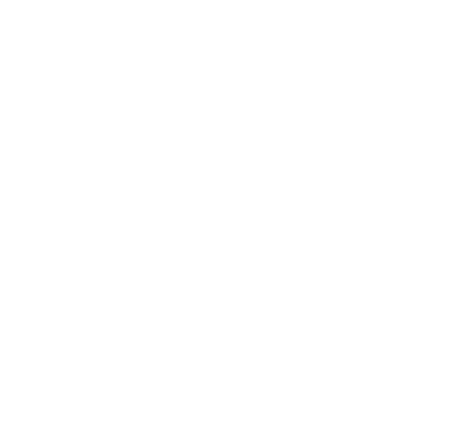
<source format=gbo>
G04 (created by PCBNEW-RS274X (2011-05-25)-stable) date Mon 27 Feb 2012 12:27:13 PM EST*
G01*
G70*
G90*
%MOIN*%
G04 Gerber Fmt 3.4, Leading zero omitted, Abs format*
%FSLAX34Y34*%
G04 APERTURE LIST*
%ADD10C,0.006000*%
%ADD11C,0.000100*%
%ADD12R,0.080000X0.080000*%
%ADD13C,0.080000*%
%ADD14C,0.100000*%
%ADD15C,0.180000*%
G04 APERTURE END LIST*
G54D10*
G54D11*
G36*
X08305Y15335D02*
X08305Y15335D01*
X08305Y15335D01*
X08305Y15335D01*
X08305Y15335D01*
X08305Y15335D01*
G37*
G36*
X08360Y15335D02*
X08360Y15335D01*
X08360Y15335D01*
X08360Y15335D01*
X08360Y15335D01*
X08360Y15335D01*
G37*
G36*
X08415Y15335D02*
X08415Y15335D01*
X08415Y15335D01*
X08415Y15335D01*
X08415Y15335D01*
X08415Y15335D01*
G37*
G36*
X08470Y15335D02*
X08470Y15335D01*
X08470Y15335D01*
X08470Y15335D01*
X08470Y15335D01*
X08470Y15335D01*
G37*
G36*
X08525Y15335D02*
X08525Y15335D01*
X08525Y15335D01*
X08525Y15335D01*
X08525Y15335D01*
X08525Y15335D01*
G37*
G36*
X08580Y15335D02*
X08580Y15335D01*
X08580Y15335D01*
X08580Y15335D01*
X08580Y15335D01*
X08580Y15335D01*
G37*
G36*
X08635Y15335D02*
X08635Y15335D01*
X08635Y15335D01*
X08635Y15335D01*
X08635Y15335D01*
X08635Y15335D01*
G37*
G36*
X08690Y15335D02*
X08690Y15335D01*
X08690Y15335D01*
X08690Y15335D01*
X08690Y15335D01*
X08690Y15335D01*
G37*
G36*
X08745Y15335D02*
X08745Y15335D01*
X08745Y15335D01*
X08745Y15335D01*
X08745Y15335D01*
X08745Y15335D01*
G37*
G36*
X08800Y15335D02*
X08800Y15335D01*
X08800Y15335D01*
X08800Y15335D01*
X08800Y15335D01*
X08800Y15335D01*
G37*
G36*
X08855Y15335D02*
X08855Y15335D01*
X08855Y15335D01*
X08855Y15335D01*
X08855Y15335D01*
X08855Y15335D01*
G37*
G36*
X08910Y15335D02*
X08910Y15335D01*
X08910Y15335D01*
X08910Y15335D01*
X08910Y15335D01*
X08910Y15335D01*
G37*
G36*
X08305Y15280D02*
X08305Y15280D01*
X08305Y15280D01*
X08305Y15280D01*
X08305Y15280D01*
X08305Y15280D01*
G37*
G36*
X08360Y15280D02*
X08360Y15280D01*
X08360Y15280D01*
X08360Y15280D01*
X08360Y15280D01*
X08360Y15280D01*
G37*
G36*
X08415Y15280D02*
X08415Y15280D01*
X08415Y15280D01*
X08415Y15280D01*
X08415Y15280D01*
X08415Y15280D01*
G37*
G36*
X08470Y15280D02*
X08470Y15280D01*
X08470Y15280D01*
X08470Y15280D01*
X08470Y15280D01*
X08470Y15280D01*
G37*
G36*
X08525Y15280D02*
X08525Y15280D01*
X08525Y15280D01*
X08525Y15280D01*
X08525Y15280D01*
X08525Y15280D01*
G37*
G36*
X08580Y15280D02*
X08580Y15280D01*
X08580Y15280D01*
X08580Y15280D01*
X08580Y15280D01*
X08580Y15280D01*
G37*
G36*
X08635Y15280D02*
X08635Y15280D01*
X08635Y15280D01*
X08635Y15280D01*
X08635Y15280D01*
X08635Y15280D01*
G37*
G36*
X08690Y15280D02*
X08690Y15280D01*
X08690Y15280D01*
X08690Y15280D01*
X08690Y15280D01*
X08690Y15280D01*
G37*
G36*
X08745Y15280D02*
X08745Y15280D01*
X08745Y15280D01*
X08745Y15280D01*
X08745Y15280D01*
X08745Y15280D01*
G37*
G36*
X08800Y15280D02*
X08800Y15280D01*
X08800Y15280D01*
X08800Y15280D01*
X08800Y15280D01*
X08800Y15280D01*
G37*
G36*
X08855Y15280D02*
X08855Y15280D01*
X08855Y15280D01*
X08855Y15280D01*
X08855Y15280D01*
X08855Y15280D01*
G37*
G36*
X08910Y15280D02*
X08910Y15280D01*
X08910Y15280D01*
X08910Y15280D01*
X08910Y15280D01*
X08910Y15280D01*
G37*
G36*
X08305Y15225D02*
X08305Y15225D01*
X08305Y15225D01*
X08305Y15225D01*
X08305Y15225D01*
X08305Y15225D01*
G37*
G36*
X08360Y15225D02*
X08360Y15225D01*
X08360Y15225D01*
X08360Y15225D01*
X08360Y15225D01*
X08360Y15225D01*
G37*
G36*
X08415Y15225D02*
X08415Y15225D01*
X08415Y15225D01*
X08415Y15225D01*
X08415Y15225D01*
X08415Y15225D01*
G37*
G36*
X08470Y15225D02*
X08470Y15225D01*
X08470Y15225D01*
X08470Y15225D01*
X08470Y15225D01*
X08470Y15225D01*
G37*
G36*
X08525Y15225D02*
X08525Y15225D01*
X08525Y15225D01*
X08525Y15225D01*
X08525Y15225D01*
X08525Y15225D01*
G37*
G36*
X08580Y15225D02*
X08580Y15225D01*
X08580Y15225D01*
X08580Y15225D01*
X08580Y15225D01*
X08580Y15225D01*
G37*
G36*
X08635Y15225D02*
X08635Y15225D01*
X08635Y15225D01*
X08635Y15225D01*
X08635Y15225D01*
X08635Y15225D01*
G37*
G36*
X08690Y15225D02*
X08690Y15225D01*
X08690Y15225D01*
X08690Y15225D01*
X08690Y15225D01*
X08690Y15225D01*
G37*
G36*
X08745Y15225D02*
X08745Y15225D01*
X08745Y15225D01*
X08745Y15225D01*
X08745Y15225D01*
X08745Y15225D01*
G37*
G36*
X08800Y15225D02*
X08800Y15225D01*
X08800Y15225D01*
X08800Y15225D01*
X08800Y15225D01*
X08800Y15225D01*
G37*
G36*
X08855Y15225D02*
X08855Y15225D01*
X08855Y15225D01*
X08855Y15225D01*
X08855Y15225D01*
X08855Y15225D01*
G37*
G36*
X08910Y15225D02*
X08910Y15225D01*
X08910Y15225D01*
X08910Y15225D01*
X08910Y15225D01*
X08910Y15225D01*
G37*
G36*
X08305Y15170D02*
X08305Y15170D01*
X08305Y15170D01*
X08305Y15170D01*
X08305Y15170D01*
X08305Y15170D01*
G37*
G36*
X08360Y15170D02*
X08360Y15170D01*
X08360Y15170D01*
X08360Y15170D01*
X08360Y15170D01*
X08360Y15170D01*
G37*
G36*
X08415Y15170D02*
X08415Y15170D01*
X08415Y15170D01*
X08415Y15170D01*
X08415Y15170D01*
X08415Y15170D01*
G37*
G36*
X08470Y15170D02*
X08470Y15170D01*
X08470Y15170D01*
X08470Y15170D01*
X08470Y15170D01*
X08470Y15170D01*
G37*
G36*
X08525Y15170D02*
X08525Y15170D01*
X08525Y15170D01*
X08525Y15170D01*
X08525Y15170D01*
X08525Y15170D01*
G37*
G36*
X08580Y15170D02*
X08580Y15170D01*
X08580Y15170D01*
X08580Y15170D01*
X08580Y15170D01*
X08580Y15170D01*
G37*
G36*
X08635Y15170D02*
X08635Y15170D01*
X08635Y15170D01*
X08635Y15170D01*
X08635Y15170D01*
X08635Y15170D01*
G37*
G36*
X08690Y15170D02*
X08690Y15170D01*
X08690Y15170D01*
X08690Y15170D01*
X08690Y15170D01*
X08690Y15170D01*
G37*
G36*
X08745Y15170D02*
X08745Y15170D01*
X08745Y15170D01*
X08745Y15170D01*
X08745Y15170D01*
X08745Y15170D01*
G37*
G36*
X08800Y15170D02*
X08800Y15170D01*
X08800Y15170D01*
X08800Y15170D01*
X08800Y15170D01*
X08800Y15170D01*
G37*
G36*
X08855Y15170D02*
X08855Y15170D01*
X08855Y15170D01*
X08855Y15170D01*
X08855Y15170D01*
X08855Y15170D01*
G37*
G36*
X08910Y15170D02*
X08910Y15170D01*
X08910Y15170D01*
X08910Y15170D01*
X08910Y15170D01*
X08910Y15170D01*
G37*
G36*
X08250Y15115D02*
X08250Y15115D01*
X08250Y15115D01*
X08250Y15115D01*
X08250Y15115D01*
X08250Y15115D01*
G37*
G36*
X08305Y15115D02*
X08305Y15115D01*
X08305Y15115D01*
X08305Y15115D01*
X08305Y15115D01*
X08305Y15115D01*
G37*
G36*
X08360Y15115D02*
X08360Y15115D01*
X08360Y15115D01*
X08360Y15115D01*
X08360Y15115D01*
X08360Y15115D01*
G37*
G36*
X08415Y15115D02*
X08415Y15115D01*
X08415Y15115D01*
X08415Y15115D01*
X08415Y15115D01*
X08415Y15115D01*
G37*
G36*
X08470Y15115D02*
X08470Y15115D01*
X08470Y15115D01*
X08470Y15115D01*
X08470Y15115D01*
X08470Y15115D01*
G37*
G36*
X08525Y15115D02*
X08525Y15115D01*
X08525Y15115D01*
X08525Y15115D01*
X08525Y15115D01*
X08525Y15115D01*
G37*
G36*
X08580Y15115D02*
X08580Y15115D01*
X08580Y15115D01*
X08580Y15115D01*
X08580Y15115D01*
X08580Y15115D01*
G37*
G36*
X08635Y15115D02*
X08635Y15115D01*
X08635Y15115D01*
X08635Y15115D01*
X08635Y15115D01*
X08635Y15115D01*
G37*
G36*
X08690Y15115D02*
X08690Y15115D01*
X08690Y15115D01*
X08690Y15115D01*
X08690Y15115D01*
X08690Y15115D01*
G37*
G36*
X08745Y15115D02*
X08745Y15115D01*
X08745Y15115D01*
X08745Y15115D01*
X08745Y15115D01*
X08745Y15115D01*
G37*
G36*
X08800Y15115D02*
X08800Y15115D01*
X08800Y15115D01*
X08800Y15115D01*
X08800Y15115D01*
X08800Y15115D01*
G37*
G36*
X08855Y15115D02*
X08855Y15115D01*
X08855Y15115D01*
X08855Y15115D01*
X08855Y15115D01*
X08855Y15115D01*
G37*
G36*
X08910Y15115D02*
X08910Y15115D01*
X08910Y15115D01*
X08910Y15115D01*
X08910Y15115D01*
X08910Y15115D01*
G37*
G36*
X08250Y15060D02*
X08250Y15060D01*
X08250Y15060D01*
X08250Y15060D01*
X08250Y15060D01*
X08250Y15060D01*
G37*
G36*
X08305Y15060D02*
X08305Y15060D01*
X08305Y15060D01*
X08305Y15060D01*
X08305Y15060D01*
X08305Y15060D01*
G37*
G36*
X08360Y15060D02*
X08360Y15060D01*
X08360Y15060D01*
X08360Y15060D01*
X08360Y15060D01*
X08360Y15060D01*
G37*
G36*
X08415Y15060D02*
X08415Y15060D01*
X08415Y15060D01*
X08415Y15060D01*
X08415Y15060D01*
X08415Y15060D01*
G37*
G36*
X08470Y15060D02*
X08470Y15060D01*
X08470Y15060D01*
X08470Y15060D01*
X08470Y15060D01*
X08470Y15060D01*
G37*
G36*
X08525Y15060D02*
X08525Y15060D01*
X08525Y15060D01*
X08525Y15060D01*
X08525Y15060D01*
X08525Y15060D01*
G37*
G36*
X08580Y15060D02*
X08580Y15060D01*
X08580Y15060D01*
X08580Y15060D01*
X08580Y15060D01*
X08580Y15060D01*
G37*
G36*
X08635Y15060D02*
X08635Y15060D01*
X08635Y15060D01*
X08635Y15060D01*
X08635Y15060D01*
X08635Y15060D01*
G37*
G36*
X08690Y15060D02*
X08690Y15060D01*
X08690Y15060D01*
X08690Y15060D01*
X08690Y15060D01*
X08690Y15060D01*
G37*
G36*
X08745Y15060D02*
X08745Y15060D01*
X08745Y15060D01*
X08745Y15060D01*
X08745Y15060D01*
X08745Y15060D01*
G37*
G36*
X08800Y15060D02*
X08800Y15060D01*
X08800Y15060D01*
X08800Y15060D01*
X08800Y15060D01*
X08800Y15060D01*
G37*
G36*
X08855Y15060D02*
X08855Y15060D01*
X08855Y15060D01*
X08855Y15060D01*
X08855Y15060D01*
X08855Y15060D01*
G37*
G36*
X08910Y15060D02*
X08910Y15060D01*
X08910Y15060D01*
X08910Y15060D01*
X08910Y15060D01*
X08910Y15060D01*
G37*
G36*
X08250Y15005D02*
X08250Y15005D01*
X08250Y15005D01*
X08250Y15005D01*
X08250Y15005D01*
X08250Y15005D01*
G37*
G36*
X08305Y15005D02*
X08305Y15005D01*
X08305Y15005D01*
X08305Y15005D01*
X08305Y15005D01*
X08305Y15005D01*
G37*
G36*
X08360Y15005D02*
X08360Y15005D01*
X08360Y15005D01*
X08360Y15005D01*
X08360Y15005D01*
X08360Y15005D01*
G37*
G36*
X08415Y15005D02*
X08415Y15005D01*
X08415Y15005D01*
X08415Y15005D01*
X08415Y15005D01*
X08415Y15005D01*
G37*
G36*
X08470Y15005D02*
X08470Y15005D01*
X08470Y15005D01*
X08470Y15005D01*
X08470Y15005D01*
X08470Y15005D01*
G37*
G36*
X08525Y15005D02*
X08525Y15005D01*
X08525Y15005D01*
X08525Y15005D01*
X08525Y15005D01*
X08525Y15005D01*
G37*
G36*
X08580Y15005D02*
X08580Y15005D01*
X08580Y15005D01*
X08580Y15005D01*
X08580Y15005D01*
X08580Y15005D01*
G37*
G36*
X08635Y15005D02*
X08635Y15005D01*
X08635Y15005D01*
X08635Y15005D01*
X08635Y15005D01*
X08635Y15005D01*
G37*
G36*
X08690Y15005D02*
X08690Y15005D01*
X08690Y15005D01*
X08690Y15005D01*
X08690Y15005D01*
X08690Y15005D01*
G37*
G36*
X08745Y15005D02*
X08745Y15005D01*
X08745Y15005D01*
X08745Y15005D01*
X08745Y15005D01*
X08745Y15005D01*
G37*
G36*
X08800Y15005D02*
X08800Y15005D01*
X08800Y15005D01*
X08800Y15005D01*
X08800Y15005D01*
X08800Y15005D01*
G37*
G36*
X08855Y15005D02*
X08855Y15005D01*
X08855Y15005D01*
X08855Y15005D01*
X08855Y15005D01*
X08855Y15005D01*
G37*
G36*
X08910Y15005D02*
X08910Y15005D01*
X08910Y15005D01*
X08910Y15005D01*
X08910Y15005D01*
X08910Y15005D01*
G37*
G36*
X07370Y14950D02*
X07370Y14950D01*
X07370Y14950D01*
X07370Y14950D01*
X07370Y14950D01*
X07370Y14950D01*
G37*
G36*
X07425Y14950D02*
X07425Y14950D01*
X07425Y14950D01*
X07425Y14950D01*
X07425Y14950D01*
X07425Y14950D01*
G37*
G36*
X07480Y14950D02*
X07480Y14950D01*
X07480Y14950D01*
X07480Y14950D01*
X07480Y14950D01*
X07480Y14950D01*
G37*
G36*
X08250Y14950D02*
X08250Y14950D01*
X08250Y14950D01*
X08250Y14950D01*
X08250Y14950D01*
X08250Y14950D01*
G37*
G36*
X08305Y14950D02*
X08305Y14950D01*
X08305Y14950D01*
X08305Y14950D01*
X08305Y14950D01*
X08305Y14950D01*
G37*
G36*
X08360Y14950D02*
X08360Y14950D01*
X08360Y14950D01*
X08360Y14950D01*
X08360Y14950D01*
X08360Y14950D01*
G37*
G36*
X08415Y14950D02*
X08415Y14950D01*
X08415Y14950D01*
X08415Y14950D01*
X08415Y14950D01*
X08415Y14950D01*
G37*
G36*
X08470Y14950D02*
X08470Y14950D01*
X08470Y14950D01*
X08470Y14950D01*
X08470Y14950D01*
X08470Y14950D01*
G37*
G36*
X08525Y14950D02*
X08525Y14950D01*
X08525Y14950D01*
X08525Y14950D01*
X08525Y14950D01*
X08525Y14950D01*
G37*
G36*
X08580Y14950D02*
X08580Y14950D01*
X08580Y14950D01*
X08580Y14950D01*
X08580Y14950D01*
X08580Y14950D01*
G37*
G36*
X08635Y14950D02*
X08635Y14950D01*
X08635Y14950D01*
X08635Y14950D01*
X08635Y14950D01*
X08635Y14950D01*
G37*
G36*
X08690Y14950D02*
X08690Y14950D01*
X08690Y14950D01*
X08690Y14950D01*
X08690Y14950D01*
X08690Y14950D01*
G37*
G36*
X08745Y14950D02*
X08745Y14950D01*
X08745Y14950D01*
X08745Y14950D01*
X08745Y14950D01*
X08745Y14950D01*
G37*
G36*
X08800Y14950D02*
X08800Y14950D01*
X08800Y14950D01*
X08800Y14950D01*
X08800Y14950D01*
X08800Y14950D01*
G37*
G36*
X08855Y14950D02*
X08855Y14950D01*
X08855Y14950D01*
X08855Y14950D01*
X08855Y14950D01*
X08855Y14950D01*
G37*
G36*
X08910Y14950D02*
X08910Y14950D01*
X08910Y14950D01*
X08910Y14950D01*
X08910Y14950D01*
X08910Y14950D01*
G37*
G36*
X08965Y14950D02*
X08965Y14950D01*
X08965Y14950D01*
X08965Y14950D01*
X08965Y14950D01*
X08965Y14950D01*
G37*
G36*
X09735Y14950D02*
X09735Y14950D01*
X09735Y14950D01*
X09735Y14950D01*
X09735Y14950D01*
X09735Y14950D01*
G37*
G36*
X09790Y14950D02*
X09790Y14950D01*
X09790Y14950D01*
X09790Y14950D01*
X09790Y14950D01*
X09790Y14950D01*
G37*
G36*
X07315Y14895D02*
X07315Y14895D01*
X07315Y14895D01*
X07315Y14895D01*
X07315Y14895D01*
X07315Y14895D01*
G37*
G36*
X07370Y14895D02*
X07370Y14895D01*
X07370Y14895D01*
X07370Y14895D01*
X07370Y14895D01*
X07370Y14895D01*
G37*
G36*
X07425Y14895D02*
X07425Y14895D01*
X07425Y14895D01*
X07425Y14895D01*
X07425Y14895D01*
X07425Y14895D01*
G37*
G36*
X07480Y14895D02*
X07480Y14895D01*
X07480Y14895D01*
X07480Y14895D01*
X07480Y14895D01*
X07480Y14895D01*
G37*
G36*
X07535Y14895D02*
X07535Y14895D01*
X07535Y14895D01*
X07535Y14895D01*
X07535Y14895D01*
X07535Y14895D01*
G37*
G36*
X08250Y14895D02*
X08250Y14895D01*
X08250Y14895D01*
X08250Y14895D01*
X08250Y14895D01*
X08250Y14895D01*
G37*
G36*
X08305Y14895D02*
X08305Y14895D01*
X08305Y14895D01*
X08305Y14895D01*
X08305Y14895D01*
X08305Y14895D01*
G37*
G36*
X08360Y14895D02*
X08360Y14895D01*
X08360Y14895D01*
X08360Y14895D01*
X08360Y14895D01*
X08360Y14895D01*
G37*
G36*
X08415Y14895D02*
X08415Y14895D01*
X08415Y14895D01*
X08415Y14895D01*
X08415Y14895D01*
X08415Y14895D01*
G37*
G36*
X08470Y14895D02*
X08470Y14895D01*
X08470Y14895D01*
X08470Y14895D01*
X08470Y14895D01*
X08470Y14895D01*
G37*
G36*
X08525Y14895D02*
X08525Y14895D01*
X08525Y14895D01*
X08525Y14895D01*
X08525Y14895D01*
X08525Y14895D01*
G37*
G36*
X08580Y14895D02*
X08580Y14895D01*
X08580Y14895D01*
X08580Y14895D01*
X08580Y14895D01*
X08580Y14895D01*
G37*
G36*
X08635Y14895D02*
X08635Y14895D01*
X08635Y14895D01*
X08635Y14895D01*
X08635Y14895D01*
X08635Y14895D01*
G37*
G36*
X08690Y14895D02*
X08690Y14895D01*
X08690Y14895D01*
X08690Y14895D01*
X08690Y14895D01*
X08690Y14895D01*
G37*
G36*
X08745Y14895D02*
X08745Y14895D01*
X08745Y14895D01*
X08745Y14895D01*
X08745Y14895D01*
X08745Y14895D01*
G37*
G36*
X08800Y14895D02*
X08800Y14895D01*
X08800Y14895D01*
X08800Y14895D01*
X08800Y14895D01*
X08800Y14895D01*
G37*
G36*
X08855Y14895D02*
X08855Y14895D01*
X08855Y14895D01*
X08855Y14895D01*
X08855Y14895D01*
X08855Y14895D01*
G37*
G36*
X08910Y14895D02*
X08910Y14895D01*
X08910Y14895D01*
X08910Y14895D01*
X08910Y14895D01*
X08910Y14895D01*
G37*
G36*
X08965Y14895D02*
X08965Y14895D01*
X08965Y14895D01*
X08965Y14895D01*
X08965Y14895D01*
X08965Y14895D01*
G37*
G36*
X09680Y14895D02*
X09680Y14895D01*
X09680Y14895D01*
X09680Y14895D01*
X09680Y14895D01*
X09680Y14895D01*
G37*
G36*
X09735Y14895D02*
X09735Y14895D01*
X09735Y14895D01*
X09735Y14895D01*
X09735Y14895D01*
X09735Y14895D01*
G37*
G36*
X09790Y14895D02*
X09790Y14895D01*
X09790Y14895D01*
X09790Y14895D01*
X09790Y14895D01*
X09790Y14895D01*
G37*
G36*
X09845Y14895D02*
X09845Y14895D01*
X09845Y14895D01*
X09845Y14895D01*
X09845Y14895D01*
X09845Y14895D01*
G37*
G36*
X07260Y14840D02*
X07260Y14840D01*
X07260Y14840D01*
X07260Y14840D01*
X07260Y14840D01*
X07260Y14840D01*
G37*
G36*
X07315Y14840D02*
X07315Y14840D01*
X07315Y14840D01*
X07315Y14840D01*
X07315Y14840D01*
X07315Y14840D01*
G37*
G36*
X07370Y14840D02*
X07370Y14840D01*
X07370Y14840D01*
X07370Y14840D01*
X07370Y14840D01*
X07370Y14840D01*
G37*
G36*
X07425Y14840D02*
X07425Y14840D01*
X07425Y14840D01*
X07425Y14840D01*
X07425Y14840D01*
X07425Y14840D01*
G37*
G36*
X07480Y14840D02*
X07480Y14840D01*
X07480Y14840D01*
X07480Y14840D01*
X07480Y14840D01*
X07480Y14840D01*
G37*
G36*
X07535Y14840D02*
X07535Y14840D01*
X07535Y14840D01*
X07535Y14840D01*
X07535Y14840D01*
X07535Y14840D01*
G37*
G36*
X07590Y14840D02*
X07590Y14840D01*
X07590Y14840D01*
X07590Y14840D01*
X07590Y14840D01*
X07590Y14840D01*
G37*
G36*
X08250Y14840D02*
X08250Y14840D01*
X08250Y14840D01*
X08250Y14840D01*
X08250Y14840D01*
X08250Y14840D01*
G37*
G36*
X08305Y14840D02*
X08305Y14840D01*
X08305Y14840D01*
X08305Y14840D01*
X08305Y14840D01*
X08305Y14840D01*
G37*
G36*
X08360Y14840D02*
X08360Y14840D01*
X08360Y14840D01*
X08360Y14840D01*
X08360Y14840D01*
X08360Y14840D01*
G37*
G36*
X08415Y14840D02*
X08415Y14840D01*
X08415Y14840D01*
X08415Y14840D01*
X08415Y14840D01*
X08415Y14840D01*
G37*
G36*
X08470Y14840D02*
X08470Y14840D01*
X08470Y14840D01*
X08470Y14840D01*
X08470Y14840D01*
X08470Y14840D01*
G37*
G36*
X08525Y14840D02*
X08525Y14840D01*
X08525Y14840D01*
X08525Y14840D01*
X08525Y14840D01*
X08525Y14840D01*
G37*
G36*
X08580Y14840D02*
X08580Y14840D01*
X08580Y14840D01*
X08580Y14840D01*
X08580Y14840D01*
X08580Y14840D01*
G37*
G36*
X08635Y14840D02*
X08635Y14840D01*
X08635Y14840D01*
X08635Y14840D01*
X08635Y14840D01*
X08635Y14840D01*
G37*
G36*
X08690Y14840D02*
X08690Y14840D01*
X08690Y14840D01*
X08690Y14840D01*
X08690Y14840D01*
X08690Y14840D01*
G37*
G36*
X08745Y14840D02*
X08745Y14840D01*
X08745Y14840D01*
X08745Y14840D01*
X08745Y14840D01*
X08745Y14840D01*
G37*
G36*
X08800Y14840D02*
X08800Y14840D01*
X08800Y14840D01*
X08800Y14840D01*
X08800Y14840D01*
X08800Y14840D01*
G37*
G36*
X08855Y14840D02*
X08855Y14840D01*
X08855Y14840D01*
X08855Y14840D01*
X08855Y14840D01*
X08855Y14840D01*
G37*
G36*
X08910Y14840D02*
X08910Y14840D01*
X08910Y14840D01*
X08910Y14840D01*
X08910Y14840D01*
X08910Y14840D01*
G37*
G36*
X08965Y14840D02*
X08965Y14840D01*
X08965Y14840D01*
X08965Y14840D01*
X08965Y14840D01*
X08965Y14840D01*
G37*
G36*
X09570Y14840D02*
X09570Y14840D01*
X09570Y14840D01*
X09570Y14840D01*
X09570Y14840D01*
X09570Y14840D01*
G37*
G36*
X09625Y14840D02*
X09625Y14840D01*
X09625Y14840D01*
X09625Y14840D01*
X09625Y14840D01*
X09625Y14840D01*
G37*
G36*
X09680Y14840D02*
X09680Y14840D01*
X09680Y14840D01*
X09680Y14840D01*
X09680Y14840D01*
X09680Y14840D01*
G37*
G36*
X09735Y14840D02*
X09735Y14840D01*
X09735Y14840D01*
X09735Y14840D01*
X09735Y14840D01*
X09735Y14840D01*
G37*
G36*
X09790Y14840D02*
X09790Y14840D01*
X09790Y14840D01*
X09790Y14840D01*
X09790Y14840D01*
X09790Y14840D01*
G37*
G36*
X09845Y14840D02*
X09845Y14840D01*
X09845Y14840D01*
X09845Y14840D01*
X09845Y14840D01*
X09845Y14840D01*
G37*
G36*
X09900Y14840D02*
X09900Y14840D01*
X09900Y14840D01*
X09900Y14840D01*
X09900Y14840D01*
X09900Y14840D01*
G37*
G36*
X07205Y14785D02*
X07205Y14785D01*
X07205Y14785D01*
X07205Y14785D01*
X07205Y14785D01*
X07205Y14785D01*
G37*
G36*
X07260Y14785D02*
X07260Y14785D01*
X07260Y14785D01*
X07260Y14785D01*
X07260Y14785D01*
X07260Y14785D01*
G37*
G36*
X07315Y14785D02*
X07315Y14785D01*
X07315Y14785D01*
X07315Y14785D01*
X07315Y14785D01*
X07315Y14785D01*
G37*
G36*
X07370Y14785D02*
X07370Y14785D01*
X07370Y14785D01*
X07370Y14785D01*
X07370Y14785D01*
X07370Y14785D01*
G37*
G36*
X07425Y14785D02*
X07425Y14785D01*
X07425Y14785D01*
X07425Y14785D01*
X07425Y14785D01*
X07425Y14785D01*
G37*
G36*
X07480Y14785D02*
X07480Y14785D01*
X07480Y14785D01*
X07480Y14785D01*
X07480Y14785D01*
X07480Y14785D01*
G37*
G36*
X07535Y14785D02*
X07535Y14785D01*
X07535Y14785D01*
X07535Y14785D01*
X07535Y14785D01*
X07535Y14785D01*
G37*
G36*
X07590Y14785D02*
X07590Y14785D01*
X07590Y14785D01*
X07590Y14785D01*
X07590Y14785D01*
X07590Y14785D01*
G37*
G36*
X07645Y14785D02*
X07645Y14785D01*
X07645Y14785D01*
X07645Y14785D01*
X07645Y14785D01*
X07645Y14785D01*
G37*
G36*
X07700Y14785D02*
X07700Y14785D01*
X07700Y14785D01*
X07700Y14785D01*
X07700Y14785D01*
X07700Y14785D01*
G37*
G36*
X08140Y14785D02*
X08140Y14785D01*
X08140Y14785D01*
X08140Y14785D01*
X08140Y14785D01*
X08140Y14785D01*
G37*
G36*
X08195Y14785D02*
X08195Y14785D01*
X08195Y14785D01*
X08195Y14785D01*
X08195Y14785D01*
X08195Y14785D01*
G37*
G36*
X08250Y14785D02*
X08250Y14785D01*
X08250Y14785D01*
X08250Y14785D01*
X08250Y14785D01*
X08250Y14785D01*
G37*
G36*
X08305Y14785D02*
X08305Y14785D01*
X08305Y14785D01*
X08305Y14785D01*
X08305Y14785D01*
X08305Y14785D01*
G37*
G36*
X08360Y14785D02*
X08360Y14785D01*
X08360Y14785D01*
X08360Y14785D01*
X08360Y14785D01*
X08360Y14785D01*
G37*
G36*
X08415Y14785D02*
X08415Y14785D01*
X08415Y14785D01*
X08415Y14785D01*
X08415Y14785D01*
X08415Y14785D01*
G37*
G36*
X08470Y14785D02*
X08470Y14785D01*
X08470Y14785D01*
X08470Y14785D01*
X08470Y14785D01*
X08470Y14785D01*
G37*
G36*
X08525Y14785D02*
X08525Y14785D01*
X08525Y14785D01*
X08525Y14785D01*
X08525Y14785D01*
X08525Y14785D01*
G37*
G36*
X08580Y14785D02*
X08580Y14785D01*
X08580Y14785D01*
X08580Y14785D01*
X08580Y14785D01*
X08580Y14785D01*
G37*
G36*
X08635Y14785D02*
X08635Y14785D01*
X08635Y14785D01*
X08635Y14785D01*
X08635Y14785D01*
X08635Y14785D01*
G37*
G36*
X08690Y14785D02*
X08690Y14785D01*
X08690Y14785D01*
X08690Y14785D01*
X08690Y14785D01*
X08690Y14785D01*
G37*
G36*
X08745Y14785D02*
X08745Y14785D01*
X08745Y14785D01*
X08745Y14785D01*
X08745Y14785D01*
X08745Y14785D01*
G37*
G36*
X08800Y14785D02*
X08800Y14785D01*
X08800Y14785D01*
X08800Y14785D01*
X08800Y14785D01*
X08800Y14785D01*
G37*
G36*
X08855Y14785D02*
X08855Y14785D01*
X08855Y14785D01*
X08855Y14785D01*
X08855Y14785D01*
X08855Y14785D01*
G37*
G36*
X08910Y14785D02*
X08910Y14785D01*
X08910Y14785D01*
X08910Y14785D01*
X08910Y14785D01*
X08910Y14785D01*
G37*
G36*
X08965Y14785D02*
X08965Y14785D01*
X08965Y14785D01*
X08965Y14785D01*
X08965Y14785D01*
X08965Y14785D01*
G37*
G36*
X09020Y14785D02*
X09020Y14785D01*
X09020Y14785D01*
X09020Y14785D01*
X09020Y14785D01*
X09020Y14785D01*
G37*
G36*
X09515Y14785D02*
X09515Y14785D01*
X09515Y14785D01*
X09515Y14785D01*
X09515Y14785D01*
X09515Y14785D01*
G37*
G36*
X09570Y14785D02*
X09570Y14785D01*
X09570Y14785D01*
X09570Y14785D01*
X09570Y14785D01*
X09570Y14785D01*
G37*
G36*
X09625Y14785D02*
X09625Y14785D01*
X09625Y14785D01*
X09625Y14785D01*
X09625Y14785D01*
X09625Y14785D01*
G37*
G36*
X09680Y14785D02*
X09680Y14785D01*
X09680Y14785D01*
X09680Y14785D01*
X09680Y14785D01*
X09680Y14785D01*
G37*
G36*
X09735Y14785D02*
X09735Y14785D01*
X09735Y14785D01*
X09735Y14785D01*
X09735Y14785D01*
X09735Y14785D01*
G37*
G36*
X09790Y14785D02*
X09790Y14785D01*
X09790Y14785D01*
X09790Y14785D01*
X09790Y14785D01*
X09790Y14785D01*
G37*
G36*
X09845Y14785D02*
X09845Y14785D01*
X09845Y14785D01*
X09845Y14785D01*
X09845Y14785D01*
X09845Y14785D01*
G37*
G36*
X09900Y14785D02*
X09900Y14785D01*
X09900Y14785D01*
X09900Y14785D01*
X09900Y14785D01*
X09900Y14785D01*
G37*
G36*
X09955Y14785D02*
X09955Y14785D01*
X09955Y14785D01*
X09955Y14785D01*
X09955Y14785D01*
X09955Y14785D01*
G37*
G36*
X07150Y14730D02*
X07150Y14730D01*
X07150Y14730D01*
X07150Y14730D01*
X07150Y14730D01*
X07150Y14730D01*
G37*
G36*
X07205Y14730D02*
X07205Y14730D01*
X07205Y14730D01*
X07205Y14730D01*
X07205Y14730D01*
X07205Y14730D01*
G37*
G36*
X07260Y14730D02*
X07260Y14730D01*
X07260Y14730D01*
X07260Y14730D01*
X07260Y14730D01*
X07260Y14730D01*
G37*
G36*
X07315Y14730D02*
X07315Y14730D01*
X07315Y14730D01*
X07315Y14730D01*
X07315Y14730D01*
X07315Y14730D01*
G37*
G36*
X07370Y14730D02*
X07370Y14730D01*
X07370Y14730D01*
X07370Y14730D01*
X07370Y14730D01*
X07370Y14730D01*
G37*
G36*
X07425Y14730D02*
X07425Y14730D01*
X07425Y14730D01*
X07425Y14730D01*
X07425Y14730D01*
X07425Y14730D01*
G37*
G36*
X07480Y14730D02*
X07480Y14730D01*
X07480Y14730D01*
X07480Y14730D01*
X07480Y14730D01*
X07480Y14730D01*
G37*
G36*
X07535Y14730D02*
X07535Y14730D01*
X07535Y14730D01*
X07535Y14730D01*
X07535Y14730D01*
X07535Y14730D01*
G37*
G36*
X07590Y14730D02*
X07590Y14730D01*
X07590Y14730D01*
X07590Y14730D01*
X07590Y14730D01*
X07590Y14730D01*
G37*
G36*
X07645Y14730D02*
X07645Y14730D01*
X07645Y14730D01*
X07645Y14730D01*
X07645Y14730D01*
X07645Y14730D01*
G37*
G36*
X07700Y14730D02*
X07700Y14730D01*
X07700Y14730D01*
X07700Y14730D01*
X07700Y14730D01*
X07700Y14730D01*
G37*
G36*
X07755Y14730D02*
X07755Y14730D01*
X07755Y14730D01*
X07755Y14730D01*
X07755Y14730D01*
X07755Y14730D01*
G37*
G36*
X07975Y14730D02*
X07975Y14730D01*
X07975Y14730D01*
X07975Y14730D01*
X07975Y14730D01*
X07975Y14730D01*
G37*
G36*
X08030Y14730D02*
X08030Y14730D01*
X08030Y14730D01*
X08030Y14730D01*
X08030Y14730D01*
X08030Y14730D01*
G37*
G36*
X08085Y14730D02*
X08085Y14730D01*
X08085Y14730D01*
X08085Y14730D01*
X08085Y14730D01*
X08085Y14730D01*
G37*
G36*
X08140Y14730D02*
X08140Y14730D01*
X08140Y14730D01*
X08140Y14730D01*
X08140Y14730D01*
X08140Y14730D01*
G37*
G36*
X08195Y14730D02*
X08195Y14730D01*
X08195Y14730D01*
X08195Y14730D01*
X08195Y14730D01*
X08195Y14730D01*
G37*
G36*
X08250Y14730D02*
X08250Y14730D01*
X08250Y14730D01*
X08250Y14730D01*
X08250Y14730D01*
X08250Y14730D01*
G37*
G36*
X08305Y14730D02*
X08305Y14730D01*
X08305Y14730D01*
X08305Y14730D01*
X08305Y14730D01*
X08305Y14730D01*
G37*
G36*
X08360Y14730D02*
X08360Y14730D01*
X08360Y14730D01*
X08360Y14730D01*
X08360Y14730D01*
X08360Y14730D01*
G37*
G36*
X08415Y14730D02*
X08415Y14730D01*
X08415Y14730D01*
X08415Y14730D01*
X08415Y14730D01*
X08415Y14730D01*
G37*
G36*
X08470Y14730D02*
X08470Y14730D01*
X08470Y14730D01*
X08470Y14730D01*
X08470Y14730D01*
X08470Y14730D01*
G37*
G36*
X08525Y14730D02*
X08525Y14730D01*
X08525Y14730D01*
X08525Y14730D01*
X08525Y14730D01*
X08525Y14730D01*
G37*
G36*
X08580Y14730D02*
X08580Y14730D01*
X08580Y14730D01*
X08580Y14730D01*
X08580Y14730D01*
X08580Y14730D01*
G37*
G36*
X08635Y14730D02*
X08635Y14730D01*
X08635Y14730D01*
X08635Y14730D01*
X08635Y14730D01*
X08635Y14730D01*
G37*
G36*
X08690Y14730D02*
X08690Y14730D01*
X08690Y14730D01*
X08690Y14730D01*
X08690Y14730D01*
X08690Y14730D01*
G37*
G36*
X08745Y14730D02*
X08745Y14730D01*
X08745Y14730D01*
X08745Y14730D01*
X08745Y14730D01*
X08745Y14730D01*
G37*
G36*
X08800Y14730D02*
X08800Y14730D01*
X08800Y14730D01*
X08800Y14730D01*
X08800Y14730D01*
X08800Y14730D01*
G37*
G36*
X08855Y14730D02*
X08855Y14730D01*
X08855Y14730D01*
X08855Y14730D01*
X08855Y14730D01*
X08855Y14730D01*
G37*
G36*
X08910Y14730D02*
X08910Y14730D01*
X08910Y14730D01*
X08910Y14730D01*
X08910Y14730D01*
X08910Y14730D01*
G37*
G36*
X08965Y14730D02*
X08965Y14730D01*
X08965Y14730D01*
X08965Y14730D01*
X08965Y14730D01*
X08965Y14730D01*
G37*
G36*
X09020Y14730D02*
X09020Y14730D01*
X09020Y14730D01*
X09020Y14730D01*
X09020Y14730D01*
X09020Y14730D01*
G37*
G36*
X09075Y14730D02*
X09075Y14730D01*
X09075Y14730D01*
X09075Y14730D01*
X09075Y14730D01*
X09075Y14730D01*
G37*
G36*
X09130Y14730D02*
X09130Y14730D01*
X09130Y14730D01*
X09130Y14730D01*
X09130Y14730D01*
X09130Y14730D01*
G37*
G36*
X09185Y14730D02*
X09185Y14730D01*
X09185Y14730D01*
X09185Y14730D01*
X09185Y14730D01*
X09185Y14730D01*
G37*
G36*
X09460Y14730D02*
X09460Y14730D01*
X09460Y14730D01*
X09460Y14730D01*
X09460Y14730D01*
X09460Y14730D01*
G37*
G36*
X09515Y14730D02*
X09515Y14730D01*
X09515Y14730D01*
X09515Y14730D01*
X09515Y14730D01*
X09515Y14730D01*
G37*
G36*
X09570Y14730D02*
X09570Y14730D01*
X09570Y14730D01*
X09570Y14730D01*
X09570Y14730D01*
X09570Y14730D01*
G37*
G36*
X09625Y14730D02*
X09625Y14730D01*
X09625Y14730D01*
X09625Y14730D01*
X09625Y14730D01*
X09625Y14730D01*
G37*
G36*
X09680Y14730D02*
X09680Y14730D01*
X09680Y14730D01*
X09680Y14730D01*
X09680Y14730D01*
X09680Y14730D01*
G37*
G36*
X09735Y14730D02*
X09735Y14730D01*
X09735Y14730D01*
X09735Y14730D01*
X09735Y14730D01*
X09735Y14730D01*
G37*
G36*
X09790Y14730D02*
X09790Y14730D01*
X09790Y14730D01*
X09790Y14730D01*
X09790Y14730D01*
X09790Y14730D01*
G37*
G36*
X09845Y14730D02*
X09845Y14730D01*
X09845Y14730D01*
X09845Y14730D01*
X09845Y14730D01*
X09845Y14730D01*
G37*
G36*
X09900Y14730D02*
X09900Y14730D01*
X09900Y14730D01*
X09900Y14730D01*
X09900Y14730D01*
X09900Y14730D01*
G37*
G36*
X09955Y14730D02*
X09955Y14730D01*
X09955Y14730D01*
X09955Y14730D01*
X09955Y14730D01*
X09955Y14730D01*
G37*
G36*
X10010Y14730D02*
X10010Y14730D01*
X10010Y14730D01*
X10010Y14730D01*
X10010Y14730D01*
X10010Y14730D01*
G37*
G36*
X07095Y14675D02*
X07095Y14675D01*
X07095Y14675D01*
X07095Y14675D01*
X07095Y14675D01*
X07095Y14675D01*
G37*
G36*
X07150Y14675D02*
X07150Y14675D01*
X07150Y14675D01*
X07150Y14675D01*
X07150Y14675D01*
X07150Y14675D01*
G37*
G36*
X07205Y14675D02*
X07205Y14675D01*
X07205Y14675D01*
X07205Y14675D01*
X07205Y14675D01*
X07205Y14675D01*
G37*
G36*
X07260Y14675D02*
X07260Y14675D01*
X07260Y14675D01*
X07260Y14675D01*
X07260Y14675D01*
X07260Y14675D01*
G37*
G36*
X07315Y14675D02*
X07315Y14675D01*
X07315Y14675D01*
X07315Y14675D01*
X07315Y14675D01*
X07315Y14675D01*
G37*
G36*
X07370Y14675D02*
X07370Y14675D01*
X07370Y14675D01*
X07370Y14675D01*
X07370Y14675D01*
X07370Y14675D01*
G37*
G36*
X07425Y14675D02*
X07425Y14675D01*
X07425Y14675D01*
X07425Y14675D01*
X07425Y14675D01*
X07425Y14675D01*
G37*
G36*
X07480Y14675D02*
X07480Y14675D01*
X07480Y14675D01*
X07480Y14675D01*
X07480Y14675D01*
X07480Y14675D01*
G37*
G36*
X07535Y14675D02*
X07535Y14675D01*
X07535Y14675D01*
X07535Y14675D01*
X07535Y14675D01*
X07535Y14675D01*
G37*
G36*
X07590Y14675D02*
X07590Y14675D01*
X07590Y14675D01*
X07590Y14675D01*
X07590Y14675D01*
X07590Y14675D01*
G37*
G36*
X07645Y14675D02*
X07645Y14675D01*
X07645Y14675D01*
X07645Y14675D01*
X07645Y14675D01*
X07645Y14675D01*
G37*
G36*
X07700Y14675D02*
X07700Y14675D01*
X07700Y14675D01*
X07700Y14675D01*
X07700Y14675D01*
X07700Y14675D01*
G37*
G36*
X07755Y14675D02*
X07755Y14675D01*
X07755Y14675D01*
X07755Y14675D01*
X07755Y14675D01*
X07755Y14675D01*
G37*
G36*
X07810Y14675D02*
X07810Y14675D01*
X07810Y14675D01*
X07810Y14675D01*
X07810Y14675D01*
X07810Y14675D01*
G37*
G36*
X07865Y14675D02*
X07865Y14675D01*
X07865Y14675D01*
X07865Y14675D01*
X07865Y14675D01*
X07865Y14675D01*
G37*
G36*
X07920Y14675D02*
X07920Y14675D01*
X07920Y14675D01*
X07920Y14675D01*
X07920Y14675D01*
X07920Y14675D01*
G37*
G36*
X07975Y14675D02*
X07975Y14675D01*
X07975Y14675D01*
X07975Y14675D01*
X07975Y14675D01*
X07975Y14675D01*
G37*
G36*
X08030Y14675D02*
X08030Y14675D01*
X08030Y14675D01*
X08030Y14675D01*
X08030Y14675D01*
X08030Y14675D01*
G37*
G36*
X08085Y14675D02*
X08085Y14675D01*
X08085Y14675D01*
X08085Y14675D01*
X08085Y14675D01*
X08085Y14675D01*
G37*
G36*
X08140Y14675D02*
X08140Y14675D01*
X08140Y14675D01*
X08140Y14675D01*
X08140Y14675D01*
X08140Y14675D01*
G37*
G36*
X08195Y14675D02*
X08195Y14675D01*
X08195Y14675D01*
X08195Y14675D01*
X08195Y14675D01*
X08195Y14675D01*
G37*
G36*
X08250Y14675D02*
X08250Y14675D01*
X08250Y14675D01*
X08250Y14675D01*
X08250Y14675D01*
X08250Y14675D01*
G37*
G36*
X08305Y14675D02*
X08305Y14675D01*
X08305Y14675D01*
X08305Y14675D01*
X08305Y14675D01*
X08305Y14675D01*
G37*
G36*
X08360Y14675D02*
X08360Y14675D01*
X08360Y14675D01*
X08360Y14675D01*
X08360Y14675D01*
X08360Y14675D01*
G37*
G36*
X08415Y14675D02*
X08415Y14675D01*
X08415Y14675D01*
X08415Y14675D01*
X08415Y14675D01*
X08415Y14675D01*
G37*
G36*
X08470Y14675D02*
X08470Y14675D01*
X08470Y14675D01*
X08470Y14675D01*
X08470Y14675D01*
X08470Y14675D01*
G37*
G36*
X08525Y14675D02*
X08525Y14675D01*
X08525Y14675D01*
X08525Y14675D01*
X08525Y14675D01*
X08525Y14675D01*
G37*
G36*
X08580Y14675D02*
X08580Y14675D01*
X08580Y14675D01*
X08580Y14675D01*
X08580Y14675D01*
X08580Y14675D01*
G37*
G36*
X08635Y14675D02*
X08635Y14675D01*
X08635Y14675D01*
X08635Y14675D01*
X08635Y14675D01*
X08635Y14675D01*
G37*
G36*
X08690Y14675D02*
X08690Y14675D01*
X08690Y14675D01*
X08690Y14675D01*
X08690Y14675D01*
X08690Y14675D01*
G37*
G36*
X08745Y14675D02*
X08745Y14675D01*
X08745Y14675D01*
X08745Y14675D01*
X08745Y14675D01*
X08745Y14675D01*
G37*
G36*
X08800Y14675D02*
X08800Y14675D01*
X08800Y14675D01*
X08800Y14675D01*
X08800Y14675D01*
X08800Y14675D01*
G37*
G36*
X08855Y14675D02*
X08855Y14675D01*
X08855Y14675D01*
X08855Y14675D01*
X08855Y14675D01*
X08855Y14675D01*
G37*
G36*
X08910Y14675D02*
X08910Y14675D01*
X08910Y14675D01*
X08910Y14675D01*
X08910Y14675D01*
X08910Y14675D01*
G37*
G36*
X08965Y14675D02*
X08965Y14675D01*
X08965Y14675D01*
X08965Y14675D01*
X08965Y14675D01*
X08965Y14675D01*
G37*
G36*
X09020Y14675D02*
X09020Y14675D01*
X09020Y14675D01*
X09020Y14675D01*
X09020Y14675D01*
X09020Y14675D01*
G37*
G36*
X09075Y14675D02*
X09075Y14675D01*
X09075Y14675D01*
X09075Y14675D01*
X09075Y14675D01*
X09075Y14675D01*
G37*
G36*
X09130Y14675D02*
X09130Y14675D01*
X09130Y14675D01*
X09130Y14675D01*
X09130Y14675D01*
X09130Y14675D01*
G37*
G36*
X09185Y14675D02*
X09185Y14675D01*
X09185Y14675D01*
X09185Y14675D01*
X09185Y14675D01*
X09185Y14675D01*
G37*
G36*
X09240Y14675D02*
X09240Y14675D01*
X09240Y14675D01*
X09240Y14675D01*
X09240Y14675D01*
X09240Y14675D01*
G37*
G36*
X09295Y14675D02*
X09295Y14675D01*
X09295Y14675D01*
X09295Y14675D01*
X09295Y14675D01*
X09295Y14675D01*
G37*
G36*
X09350Y14675D02*
X09350Y14675D01*
X09350Y14675D01*
X09350Y14675D01*
X09350Y14675D01*
X09350Y14675D01*
G37*
G36*
X09405Y14675D02*
X09405Y14675D01*
X09405Y14675D01*
X09405Y14675D01*
X09405Y14675D01*
X09405Y14675D01*
G37*
G36*
X09460Y14675D02*
X09460Y14675D01*
X09460Y14675D01*
X09460Y14675D01*
X09460Y14675D01*
X09460Y14675D01*
G37*
G36*
X09515Y14675D02*
X09515Y14675D01*
X09515Y14675D01*
X09515Y14675D01*
X09515Y14675D01*
X09515Y14675D01*
G37*
G36*
X09570Y14675D02*
X09570Y14675D01*
X09570Y14675D01*
X09570Y14675D01*
X09570Y14675D01*
X09570Y14675D01*
G37*
G36*
X09625Y14675D02*
X09625Y14675D01*
X09625Y14675D01*
X09625Y14675D01*
X09625Y14675D01*
X09625Y14675D01*
G37*
G36*
X09680Y14675D02*
X09680Y14675D01*
X09680Y14675D01*
X09680Y14675D01*
X09680Y14675D01*
X09680Y14675D01*
G37*
G36*
X09735Y14675D02*
X09735Y14675D01*
X09735Y14675D01*
X09735Y14675D01*
X09735Y14675D01*
X09735Y14675D01*
G37*
G36*
X09790Y14675D02*
X09790Y14675D01*
X09790Y14675D01*
X09790Y14675D01*
X09790Y14675D01*
X09790Y14675D01*
G37*
G36*
X09845Y14675D02*
X09845Y14675D01*
X09845Y14675D01*
X09845Y14675D01*
X09845Y14675D01*
X09845Y14675D01*
G37*
G36*
X09900Y14675D02*
X09900Y14675D01*
X09900Y14675D01*
X09900Y14675D01*
X09900Y14675D01*
X09900Y14675D01*
G37*
G36*
X09955Y14675D02*
X09955Y14675D01*
X09955Y14675D01*
X09955Y14675D01*
X09955Y14675D01*
X09955Y14675D01*
G37*
G36*
X10010Y14675D02*
X10010Y14675D01*
X10010Y14675D01*
X10010Y14675D01*
X10010Y14675D01*
X10010Y14675D01*
G37*
G36*
X10065Y14675D02*
X10065Y14675D01*
X10065Y14675D01*
X10065Y14675D01*
X10065Y14675D01*
X10065Y14675D01*
G37*
G36*
X07040Y14620D02*
X07040Y14620D01*
X07040Y14620D01*
X07040Y14620D01*
X07040Y14620D01*
X07040Y14620D01*
G37*
G36*
X07095Y14620D02*
X07095Y14620D01*
X07095Y14620D01*
X07095Y14620D01*
X07095Y14620D01*
X07095Y14620D01*
G37*
G36*
X07150Y14620D02*
X07150Y14620D01*
X07150Y14620D01*
X07150Y14620D01*
X07150Y14620D01*
X07150Y14620D01*
G37*
G36*
X07205Y14620D02*
X07205Y14620D01*
X07205Y14620D01*
X07205Y14620D01*
X07205Y14620D01*
X07205Y14620D01*
G37*
G36*
X07260Y14620D02*
X07260Y14620D01*
X07260Y14620D01*
X07260Y14620D01*
X07260Y14620D01*
X07260Y14620D01*
G37*
G36*
X07315Y14620D02*
X07315Y14620D01*
X07315Y14620D01*
X07315Y14620D01*
X07315Y14620D01*
X07315Y14620D01*
G37*
G36*
X07370Y14620D02*
X07370Y14620D01*
X07370Y14620D01*
X07370Y14620D01*
X07370Y14620D01*
X07370Y14620D01*
G37*
G36*
X07425Y14620D02*
X07425Y14620D01*
X07425Y14620D01*
X07425Y14620D01*
X07425Y14620D01*
X07425Y14620D01*
G37*
G36*
X07480Y14620D02*
X07480Y14620D01*
X07480Y14620D01*
X07480Y14620D01*
X07480Y14620D01*
X07480Y14620D01*
G37*
G36*
X07535Y14620D02*
X07535Y14620D01*
X07535Y14620D01*
X07535Y14620D01*
X07535Y14620D01*
X07535Y14620D01*
G37*
G36*
X07590Y14620D02*
X07590Y14620D01*
X07590Y14620D01*
X07590Y14620D01*
X07590Y14620D01*
X07590Y14620D01*
G37*
G36*
X07645Y14620D02*
X07645Y14620D01*
X07645Y14620D01*
X07645Y14620D01*
X07645Y14620D01*
X07645Y14620D01*
G37*
G36*
X07700Y14620D02*
X07700Y14620D01*
X07700Y14620D01*
X07700Y14620D01*
X07700Y14620D01*
X07700Y14620D01*
G37*
G36*
X07755Y14620D02*
X07755Y14620D01*
X07755Y14620D01*
X07755Y14620D01*
X07755Y14620D01*
X07755Y14620D01*
G37*
G36*
X07810Y14620D02*
X07810Y14620D01*
X07810Y14620D01*
X07810Y14620D01*
X07810Y14620D01*
X07810Y14620D01*
G37*
G36*
X07865Y14620D02*
X07865Y14620D01*
X07865Y14620D01*
X07865Y14620D01*
X07865Y14620D01*
X07865Y14620D01*
G37*
G36*
X07920Y14620D02*
X07920Y14620D01*
X07920Y14620D01*
X07920Y14620D01*
X07920Y14620D01*
X07920Y14620D01*
G37*
G36*
X07975Y14620D02*
X07975Y14620D01*
X07975Y14620D01*
X07975Y14620D01*
X07975Y14620D01*
X07975Y14620D01*
G37*
G36*
X08030Y14620D02*
X08030Y14620D01*
X08030Y14620D01*
X08030Y14620D01*
X08030Y14620D01*
X08030Y14620D01*
G37*
G36*
X08085Y14620D02*
X08085Y14620D01*
X08085Y14620D01*
X08085Y14620D01*
X08085Y14620D01*
X08085Y14620D01*
G37*
G36*
X08140Y14620D02*
X08140Y14620D01*
X08140Y14620D01*
X08140Y14620D01*
X08140Y14620D01*
X08140Y14620D01*
G37*
G36*
X08195Y14620D02*
X08195Y14620D01*
X08195Y14620D01*
X08195Y14620D01*
X08195Y14620D01*
X08195Y14620D01*
G37*
G36*
X08250Y14620D02*
X08250Y14620D01*
X08250Y14620D01*
X08250Y14620D01*
X08250Y14620D01*
X08250Y14620D01*
G37*
G36*
X08305Y14620D02*
X08305Y14620D01*
X08305Y14620D01*
X08305Y14620D01*
X08305Y14620D01*
X08305Y14620D01*
G37*
G36*
X08360Y14620D02*
X08360Y14620D01*
X08360Y14620D01*
X08360Y14620D01*
X08360Y14620D01*
X08360Y14620D01*
G37*
G36*
X08415Y14620D02*
X08415Y14620D01*
X08415Y14620D01*
X08415Y14620D01*
X08415Y14620D01*
X08415Y14620D01*
G37*
G36*
X08470Y14620D02*
X08470Y14620D01*
X08470Y14620D01*
X08470Y14620D01*
X08470Y14620D01*
X08470Y14620D01*
G37*
G36*
X08525Y14620D02*
X08525Y14620D01*
X08525Y14620D01*
X08525Y14620D01*
X08525Y14620D01*
X08525Y14620D01*
G37*
G36*
X08580Y14620D02*
X08580Y14620D01*
X08580Y14620D01*
X08580Y14620D01*
X08580Y14620D01*
X08580Y14620D01*
G37*
G36*
X08635Y14620D02*
X08635Y14620D01*
X08635Y14620D01*
X08635Y14620D01*
X08635Y14620D01*
X08635Y14620D01*
G37*
G36*
X08690Y14620D02*
X08690Y14620D01*
X08690Y14620D01*
X08690Y14620D01*
X08690Y14620D01*
X08690Y14620D01*
G37*
G36*
X08745Y14620D02*
X08745Y14620D01*
X08745Y14620D01*
X08745Y14620D01*
X08745Y14620D01*
X08745Y14620D01*
G37*
G36*
X08800Y14620D02*
X08800Y14620D01*
X08800Y14620D01*
X08800Y14620D01*
X08800Y14620D01*
X08800Y14620D01*
G37*
G36*
X08855Y14620D02*
X08855Y14620D01*
X08855Y14620D01*
X08855Y14620D01*
X08855Y14620D01*
X08855Y14620D01*
G37*
G36*
X08910Y14620D02*
X08910Y14620D01*
X08910Y14620D01*
X08910Y14620D01*
X08910Y14620D01*
X08910Y14620D01*
G37*
G36*
X08965Y14620D02*
X08965Y14620D01*
X08965Y14620D01*
X08965Y14620D01*
X08965Y14620D01*
X08965Y14620D01*
G37*
G36*
X09020Y14620D02*
X09020Y14620D01*
X09020Y14620D01*
X09020Y14620D01*
X09020Y14620D01*
X09020Y14620D01*
G37*
G36*
X09075Y14620D02*
X09075Y14620D01*
X09075Y14620D01*
X09075Y14620D01*
X09075Y14620D01*
X09075Y14620D01*
G37*
G36*
X09130Y14620D02*
X09130Y14620D01*
X09130Y14620D01*
X09130Y14620D01*
X09130Y14620D01*
X09130Y14620D01*
G37*
G36*
X09185Y14620D02*
X09185Y14620D01*
X09185Y14620D01*
X09185Y14620D01*
X09185Y14620D01*
X09185Y14620D01*
G37*
G36*
X09240Y14620D02*
X09240Y14620D01*
X09240Y14620D01*
X09240Y14620D01*
X09240Y14620D01*
X09240Y14620D01*
G37*
G36*
X09295Y14620D02*
X09295Y14620D01*
X09295Y14620D01*
X09295Y14620D01*
X09295Y14620D01*
X09295Y14620D01*
G37*
G36*
X09350Y14620D02*
X09350Y14620D01*
X09350Y14620D01*
X09350Y14620D01*
X09350Y14620D01*
X09350Y14620D01*
G37*
G36*
X09405Y14620D02*
X09405Y14620D01*
X09405Y14620D01*
X09405Y14620D01*
X09405Y14620D01*
X09405Y14620D01*
G37*
G36*
X09460Y14620D02*
X09460Y14620D01*
X09460Y14620D01*
X09460Y14620D01*
X09460Y14620D01*
X09460Y14620D01*
G37*
G36*
X09515Y14620D02*
X09515Y14620D01*
X09515Y14620D01*
X09515Y14620D01*
X09515Y14620D01*
X09515Y14620D01*
G37*
G36*
X09570Y14620D02*
X09570Y14620D01*
X09570Y14620D01*
X09570Y14620D01*
X09570Y14620D01*
X09570Y14620D01*
G37*
G36*
X09625Y14620D02*
X09625Y14620D01*
X09625Y14620D01*
X09625Y14620D01*
X09625Y14620D01*
X09625Y14620D01*
G37*
G36*
X09680Y14620D02*
X09680Y14620D01*
X09680Y14620D01*
X09680Y14620D01*
X09680Y14620D01*
X09680Y14620D01*
G37*
G36*
X09735Y14620D02*
X09735Y14620D01*
X09735Y14620D01*
X09735Y14620D01*
X09735Y14620D01*
X09735Y14620D01*
G37*
G36*
X09790Y14620D02*
X09790Y14620D01*
X09790Y14620D01*
X09790Y14620D01*
X09790Y14620D01*
X09790Y14620D01*
G37*
G36*
X09845Y14620D02*
X09845Y14620D01*
X09845Y14620D01*
X09845Y14620D01*
X09845Y14620D01*
X09845Y14620D01*
G37*
G36*
X09900Y14620D02*
X09900Y14620D01*
X09900Y14620D01*
X09900Y14620D01*
X09900Y14620D01*
X09900Y14620D01*
G37*
G36*
X09955Y14620D02*
X09955Y14620D01*
X09955Y14620D01*
X09955Y14620D01*
X09955Y14620D01*
X09955Y14620D01*
G37*
G36*
X10010Y14620D02*
X10010Y14620D01*
X10010Y14620D01*
X10010Y14620D01*
X10010Y14620D01*
X10010Y14620D01*
G37*
G36*
X10065Y14620D02*
X10065Y14620D01*
X10065Y14620D01*
X10065Y14620D01*
X10065Y14620D01*
X10065Y14620D01*
G37*
G36*
X10120Y14620D02*
X10120Y14620D01*
X10120Y14620D01*
X10120Y14620D01*
X10120Y14620D01*
X10120Y14620D01*
G37*
G36*
X06985Y14565D02*
X06985Y14565D01*
X06985Y14565D01*
X06985Y14565D01*
X06985Y14565D01*
X06985Y14565D01*
G37*
G36*
X07040Y14565D02*
X07040Y14565D01*
X07040Y14565D01*
X07040Y14565D01*
X07040Y14565D01*
X07040Y14565D01*
G37*
G36*
X07095Y14565D02*
X07095Y14565D01*
X07095Y14565D01*
X07095Y14565D01*
X07095Y14565D01*
X07095Y14565D01*
G37*
G36*
X07150Y14565D02*
X07150Y14565D01*
X07150Y14565D01*
X07150Y14565D01*
X07150Y14565D01*
X07150Y14565D01*
G37*
G36*
X07205Y14565D02*
X07205Y14565D01*
X07205Y14565D01*
X07205Y14565D01*
X07205Y14565D01*
X07205Y14565D01*
G37*
G36*
X07260Y14565D02*
X07260Y14565D01*
X07260Y14565D01*
X07260Y14565D01*
X07260Y14565D01*
X07260Y14565D01*
G37*
G36*
X07315Y14565D02*
X07315Y14565D01*
X07315Y14565D01*
X07315Y14565D01*
X07315Y14565D01*
X07315Y14565D01*
G37*
G36*
X07370Y14565D02*
X07370Y14565D01*
X07370Y14565D01*
X07370Y14565D01*
X07370Y14565D01*
X07370Y14565D01*
G37*
G36*
X07425Y14565D02*
X07425Y14565D01*
X07425Y14565D01*
X07425Y14565D01*
X07425Y14565D01*
X07425Y14565D01*
G37*
G36*
X07480Y14565D02*
X07480Y14565D01*
X07480Y14565D01*
X07480Y14565D01*
X07480Y14565D01*
X07480Y14565D01*
G37*
G36*
X07535Y14565D02*
X07535Y14565D01*
X07535Y14565D01*
X07535Y14565D01*
X07535Y14565D01*
X07535Y14565D01*
G37*
G36*
X07590Y14565D02*
X07590Y14565D01*
X07590Y14565D01*
X07590Y14565D01*
X07590Y14565D01*
X07590Y14565D01*
G37*
G36*
X07645Y14565D02*
X07645Y14565D01*
X07645Y14565D01*
X07645Y14565D01*
X07645Y14565D01*
X07645Y14565D01*
G37*
G36*
X07700Y14565D02*
X07700Y14565D01*
X07700Y14565D01*
X07700Y14565D01*
X07700Y14565D01*
X07700Y14565D01*
G37*
G36*
X07755Y14565D02*
X07755Y14565D01*
X07755Y14565D01*
X07755Y14565D01*
X07755Y14565D01*
X07755Y14565D01*
G37*
G36*
X07810Y14565D02*
X07810Y14565D01*
X07810Y14565D01*
X07810Y14565D01*
X07810Y14565D01*
X07810Y14565D01*
G37*
G36*
X07865Y14565D02*
X07865Y14565D01*
X07865Y14565D01*
X07865Y14565D01*
X07865Y14565D01*
X07865Y14565D01*
G37*
G36*
X07920Y14565D02*
X07920Y14565D01*
X07920Y14565D01*
X07920Y14565D01*
X07920Y14565D01*
X07920Y14565D01*
G37*
G36*
X07975Y14565D02*
X07975Y14565D01*
X07975Y14565D01*
X07975Y14565D01*
X07975Y14565D01*
X07975Y14565D01*
G37*
G36*
X08030Y14565D02*
X08030Y14565D01*
X08030Y14565D01*
X08030Y14565D01*
X08030Y14565D01*
X08030Y14565D01*
G37*
G36*
X08085Y14565D02*
X08085Y14565D01*
X08085Y14565D01*
X08085Y14565D01*
X08085Y14565D01*
X08085Y14565D01*
G37*
G36*
X08140Y14565D02*
X08140Y14565D01*
X08140Y14565D01*
X08140Y14565D01*
X08140Y14565D01*
X08140Y14565D01*
G37*
G36*
X08195Y14565D02*
X08195Y14565D01*
X08195Y14565D01*
X08195Y14565D01*
X08195Y14565D01*
X08195Y14565D01*
G37*
G36*
X08250Y14565D02*
X08250Y14565D01*
X08250Y14565D01*
X08250Y14565D01*
X08250Y14565D01*
X08250Y14565D01*
G37*
G36*
X08305Y14565D02*
X08305Y14565D01*
X08305Y14565D01*
X08305Y14565D01*
X08305Y14565D01*
X08305Y14565D01*
G37*
G36*
X08360Y14565D02*
X08360Y14565D01*
X08360Y14565D01*
X08360Y14565D01*
X08360Y14565D01*
X08360Y14565D01*
G37*
G36*
X08415Y14565D02*
X08415Y14565D01*
X08415Y14565D01*
X08415Y14565D01*
X08415Y14565D01*
X08415Y14565D01*
G37*
G36*
X08470Y14565D02*
X08470Y14565D01*
X08470Y14565D01*
X08470Y14565D01*
X08470Y14565D01*
X08470Y14565D01*
G37*
G36*
X08525Y14565D02*
X08525Y14565D01*
X08525Y14565D01*
X08525Y14565D01*
X08525Y14565D01*
X08525Y14565D01*
G37*
G36*
X08580Y14565D02*
X08580Y14565D01*
X08580Y14565D01*
X08580Y14565D01*
X08580Y14565D01*
X08580Y14565D01*
G37*
G36*
X08635Y14565D02*
X08635Y14565D01*
X08635Y14565D01*
X08635Y14565D01*
X08635Y14565D01*
X08635Y14565D01*
G37*
G36*
X08690Y14565D02*
X08690Y14565D01*
X08690Y14565D01*
X08690Y14565D01*
X08690Y14565D01*
X08690Y14565D01*
G37*
G36*
X08745Y14565D02*
X08745Y14565D01*
X08745Y14565D01*
X08745Y14565D01*
X08745Y14565D01*
X08745Y14565D01*
G37*
G36*
X08800Y14565D02*
X08800Y14565D01*
X08800Y14565D01*
X08800Y14565D01*
X08800Y14565D01*
X08800Y14565D01*
G37*
G36*
X08855Y14565D02*
X08855Y14565D01*
X08855Y14565D01*
X08855Y14565D01*
X08855Y14565D01*
X08855Y14565D01*
G37*
G36*
X08910Y14565D02*
X08910Y14565D01*
X08910Y14565D01*
X08910Y14565D01*
X08910Y14565D01*
X08910Y14565D01*
G37*
G36*
X08965Y14565D02*
X08965Y14565D01*
X08965Y14565D01*
X08965Y14565D01*
X08965Y14565D01*
X08965Y14565D01*
G37*
G36*
X09020Y14565D02*
X09020Y14565D01*
X09020Y14565D01*
X09020Y14565D01*
X09020Y14565D01*
X09020Y14565D01*
G37*
G36*
X09075Y14565D02*
X09075Y14565D01*
X09075Y14565D01*
X09075Y14565D01*
X09075Y14565D01*
X09075Y14565D01*
G37*
G36*
X09130Y14565D02*
X09130Y14565D01*
X09130Y14565D01*
X09130Y14565D01*
X09130Y14565D01*
X09130Y14565D01*
G37*
G36*
X09185Y14565D02*
X09185Y14565D01*
X09185Y14565D01*
X09185Y14565D01*
X09185Y14565D01*
X09185Y14565D01*
G37*
G36*
X09240Y14565D02*
X09240Y14565D01*
X09240Y14565D01*
X09240Y14565D01*
X09240Y14565D01*
X09240Y14565D01*
G37*
G36*
X09295Y14565D02*
X09295Y14565D01*
X09295Y14565D01*
X09295Y14565D01*
X09295Y14565D01*
X09295Y14565D01*
G37*
G36*
X09350Y14565D02*
X09350Y14565D01*
X09350Y14565D01*
X09350Y14565D01*
X09350Y14565D01*
X09350Y14565D01*
G37*
G36*
X09405Y14565D02*
X09405Y14565D01*
X09405Y14565D01*
X09405Y14565D01*
X09405Y14565D01*
X09405Y14565D01*
G37*
G36*
X09460Y14565D02*
X09460Y14565D01*
X09460Y14565D01*
X09460Y14565D01*
X09460Y14565D01*
X09460Y14565D01*
G37*
G36*
X09515Y14565D02*
X09515Y14565D01*
X09515Y14565D01*
X09515Y14565D01*
X09515Y14565D01*
X09515Y14565D01*
G37*
G36*
X09570Y14565D02*
X09570Y14565D01*
X09570Y14565D01*
X09570Y14565D01*
X09570Y14565D01*
X09570Y14565D01*
G37*
G36*
X09625Y14565D02*
X09625Y14565D01*
X09625Y14565D01*
X09625Y14565D01*
X09625Y14565D01*
X09625Y14565D01*
G37*
G36*
X09680Y14565D02*
X09680Y14565D01*
X09680Y14565D01*
X09680Y14565D01*
X09680Y14565D01*
X09680Y14565D01*
G37*
G36*
X09735Y14565D02*
X09735Y14565D01*
X09735Y14565D01*
X09735Y14565D01*
X09735Y14565D01*
X09735Y14565D01*
G37*
G36*
X09790Y14565D02*
X09790Y14565D01*
X09790Y14565D01*
X09790Y14565D01*
X09790Y14565D01*
X09790Y14565D01*
G37*
G36*
X09845Y14565D02*
X09845Y14565D01*
X09845Y14565D01*
X09845Y14565D01*
X09845Y14565D01*
X09845Y14565D01*
G37*
G36*
X09900Y14565D02*
X09900Y14565D01*
X09900Y14565D01*
X09900Y14565D01*
X09900Y14565D01*
X09900Y14565D01*
G37*
G36*
X09955Y14565D02*
X09955Y14565D01*
X09955Y14565D01*
X09955Y14565D01*
X09955Y14565D01*
X09955Y14565D01*
G37*
G36*
X10010Y14565D02*
X10010Y14565D01*
X10010Y14565D01*
X10010Y14565D01*
X10010Y14565D01*
X10010Y14565D01*
G37*
G36*
X10065Y14565D02*
X10065Y14565D01*
X10065Y14565D01*
X10065Y14565D01*
X10065Y14565D01*
X10065Y14565D01*
G37*
G36*
X10120Y14565D02*
X10120Y14565D01*
X10120Y14565D01*
X10120Y14565D01*
X10120Y14565D01*
X10120Y14565D01*
G37*
G36*
X07040Y14510D02*
X07040Y14510D01*
X07040Y14510D01*
X07040Y14510D01*
X07040Y14510D01*
X07040Y14510D01*
G37*
G36*
X07095Y14510D02*
X07095Y14510D01*
X07095Y14510D01*
X07095Y14510D01*
X07095Y14510D01*
X07095Y14510D01*
G37*
G36*
X07150Y14510D02*
X07150Y14510D01*
X07150Y14510D01*
X07150Y14510D01*
X07150Y14510D01*
X07150Y14510D01*
G37*
G36*
X07205Y14510D02*
X07205Y14510D01*
X07205Y14510D01*
X07205Y14510D01*
X07205Y14510D01*
X07205Y14510D01*
G37*
G36*
X07260Y14510D02*
X07260Y14510D01*
X07260Y14510D01*
X07260Y14510D01*
X07260Y14510D01*
X07260Y14510D01*
G37*
G36*
X07315Y14510D02*
X07315Y14510D01*
X07315Y14510D01*
X07315Y14510D01*
X07315Y14510D01*
X07315Y14510D01*
G37*
G36*
X07370Y14510D02*
X07370Y14510D01*
X07370Y14510D01*
X07370Y14510D01*
X07370Y14510D01*
X07370Y14510D01*
G37*
G36*
X07425Y14510D02*
X07425Y14510D01*
X07425Y14510D01*
X07425Y14510D01*
X07425Y14510D01*
X07425Y14510D01*
G37*
G36*
X07480Y14510D02*
X07480Y14510D01*
X07480Y14510D01*
X07480Y14510D01*
X07480Y14510D01*
X07480Y14510D01*
G37*
G36*
X07535Y14510D02*
X07535Y14510D01*
X07535Y14510D01*
X07535Y14510D01*
X07535Y14510D01*
X07535Y14510D01*
G37*
G36*
X07590Y14510D02*
X07590Y14510D01*
X07590Y14510D01*
X07590Y14510D01*
X07590Y14510D01*
X07590Y14510D01*
G37*
G36*
X07645Y14510D02*
X07645Y14510D01*
X07645Y14510D01*
X07645Y14510D01*
X07645Y14510D01*
X07645Y14510D01*
G37*
G36*
X07700Y14510D02*
X07700Y14510D01*
X07700Y14510D01*
X07700Y14510D01*
X07700Y14510D01*
X07700Y14510D01*
G37*
G36*
X07755Y14510D02*
X07755Y14510D01*
X07755Y14510D01*
X07755Y14510D01*
X07755Y14510D01*
X07755Y14510D01*
G37*
G36*
X07810Y14510D02*
X07810Y14510D01*
X07810Y14510D01*
X07810Y14510D01*
X07810Y14510D01*
X07810Y14510D01*
G37*
G36*
X07865Y14510D02*
X07865Y14510D01*
X07865Y14510D01*
X07865Y14510D01*
X07865Y14510D01*
X07865Y14510D01*
G37*
G36*
X07920Y14510D02*
X07920Y14510D01*
X07920Y14510D01*
X07920Y14510D01*
X07920Y14510D01*
X07920Y14510D01*
G37*
G36*
X07975Y14510D02*
X07975Y14510D01*
X07975Y14510D01*
X07975Y14510D01*
X07975Y14510D01*
X07975Y14510D01*
G37*
G36*
X08030Y14510D02*
X08030Y14510D01*
X08030Y14510D01*
X08030Y14510D01*
X08030Y14510D01*
X08030Y14510D01*
G37*
G36*
X08085Y14510D02*
X08085Y14510D01*
X08085Y14510D01*
X08085Y14510D01*
X08085Y14510D01*
X08085Y14510D01*
G37*
G36*
X08140Y14510D02*
X08140Y14510D01*
X08140Y14510D01*
X08140Y14510D01*
X08140Y14510D01*
X08140Y14510D01*
G37*
G36*
X08195Y14510D02*
X08195Y14510D01*
X08195Y14510D01*
X08195Y14510D01*
X08195Y14510D01*
X08195Y14510D01*
G37*
G36*
X08250Y14510D02*
X08250Y14510D01*
X08250Y14510D01*
X08250Y14510D01*
X08250Y14510D01*
X08250Y14510D01*
G37*
G36*
X08305Y14510D02*
X08305Y14510D01*
X08305Y14510D01*
X08305Y14510D01*
X08305Y14510D01*
X08305Y14510D01*
G37*
G36*
X08360Y14510D02*
X08360Y14510D01*
X08360Y14510D01*
X08360Y14510D01*
X08360Y14510D01*
X08360Y14510D01*
G37*
G36*
X08415Y14510D02*
X08415Y14510D01*
X08415Y14510D01*
X08415Y14510D01*
X08415Y14510D01*
X08415Y14510D01*
G37*
G36*
X08470Y14510D02*
X08470Y14510D01*
X08470Y14510D01*
X08470Y14510D01*
X08470Y14510D01*
X08470Y14510D01*
G37*
G36*
X08525Y14510D02*
X08525Y14510D01*
X08525Y14510D01*
X08525Y14510D01*
X08525Y14510D01*
X08525Y14510D01*
G37*
G36*
X08580Y14510D02*
X08580Y14510D01*
X08580Y14510D01*
X08580Y14510D01*
X08580Y14510D01*
X08580Y14510D01*
G37*
G36*
X08635Y14510D02*
X08635Y14510D01*
X08635Y14510D01*
X08635Y14510D01*
X08635Y14510D01*
X08635Y14510D01*
G37*
G36*
X08690Y14510D02*
X08690Y14510D01*
X08690Y14510D01*
X08690Y14510D01*
X08690Y14510D01*
X08690Y14510D01*
G37*
G36*
X08745Y14510D02*
X08745Y14510D01*
X08745Y14510D01*
X08745Y14510D01*
X08745Y14510D01*
X08745Y14510D01*
G37*
G36*
X08800Y14510D02*
X08800Y14510D01*
X08800Y14510D01*
X08800Y14510D01*
X08800Y14510D01*
X08800Y14510D01*
G37*
G36*
X08855Y14510D02*
X08855Y14510D01*
X08855Y14510D01*
X08855Y14510D01*
X08855Y14510D01*
X08855Y14510D01*
G37*
G36*
X08910Y14510D02*
X08910Y14510D01*
X08910Y14510D01*
X08910Y14510D01*
X08910Y14510D01*
X08910Y14510D01*
G37*
G36*
X08965Y14510D02*
X08965Y14510D01*
X08965Y14510D01*
X08965Y14510D01*
X08965Y14510D01*
X08965Y14510D01*
G37*
G36*
X09020Y14510D02*
X09020Y14510D01*
X09020Y14510D01*
X09020Y14510D01*
X09020Y14510D01*
X09020Y14510D01*
G37*
G36*
X09075Y14510D02*
X09075Y14510D01*
X09075Y14510D01*
X09075Y14510D01*
X09075Y14510D01*
X09075Y14510D01*
G37*
G36*
X09130Y14510D02*
X09130Y14510D01*
X09130Y14510D01*
X09130Y14510D01*
X09130Y14510D01*
X09130Y14510D01*
G37*
G36*
X09185Y14510D02*
X09185Y14510D01*
X09185Y14510D01*
X09185Y14510D01*
X09185Y14510D01*
X09185Y14510D01*
G37*
G36*
X09240Y14510D02*
X09240Y14510D01*
X09240Y14510D01*
X09240Y14510D01*
X09240Y14510D01*
X09240Y14510D01*
G37*
G36*
X09295Y14510D02*
X09295Y14510D01*
X09295Y14510D01*
X09295Y14510D01*
X09295Y14510D01*
X09295Y14510D01*
G37*
G36*
X09350Y14510D02*
X09350Y14510D01*
X09350Y14510D01*
X09350Y14510D01*
X09350Y14510D01*
X09350Y14510D01*
G37*
G36*
X09405Y14510D02*
X09405Y14510D01*
X09405Y14510D01*
X09405Y14510D01*
X09405Y14510D01*
X09405Y14510D01*
G37*
G36*
X09460Y14510D02*
X09460Y14510D01*
X09460Y14510D01*
X09460Y14510D01*
X09460Y14510D01*
X09460Y14510D01*
G37*
G36*
X09515Y14510D02*
X09515Y14510D01*
X09515Y14510D01*
X09515Y14510D01*
X09515Y14510D01*
X09515Y14510D01*
G37*
G36*
X09570Y14510D02*
X09570Y14510D01*
X09570Y14510D01*
X09570Y14510D01*
X09570Y14510D01*
X09570Y14510D01*
G37*
G36*
X09625Y14510D02*
X09625Y14510D01*
X09625Y14510D01*
X09625Y14510D01*
X09625Y14510D01*
X09625Y14510D01*
G37*
G36*
X09680Y14510D02*
X09680Y14510D01*
X09680Y14510D01*
X09680Y14510D01*
X09680Y14510D01*
X09680Y14510D01*
G37*
G36*
X09735Y14510D02*
X09735Y14510D01*
X09735Y14510D01*
X09735Y14510D01*
X09735Y14510D01*
X09735Y14510D01*
G37*
G36*
X09790Y14510D02*
X09790Y14510D01*
X09790Y14510D01*
X09790Y14510D01*
X09790Y14510D01*
X09790Y14510D01*
G37*
G36*
X09845Y14510D02*
X09845Y14510D01*
X09845Y14510D01*
X09845Y14510D01*
X09845Y14510D01*
X09845Y14510D01*
G37*
G36*
X09900Y14510D02*
X09900Y14510D01*
X09900Y14510D01*
X09900Y14510D01*
X09900Y14510D01*
X09900Y14510D01*
G37*
G36*
X09955Y14510D02*
X09955Y14510D01*
X09955Y14510D01*
X09955Y14510D01*
X09955Y14510D01*
X09955Y14510D01*
G37*
G36*
X10010Y14510D02*
X10010Y14510D01*
X10010Y14510D01*
X10010Y14510D01*
X10010Y14510D01*
X10010Y14510D01*
G37*
G36*
X10065Y14510D02*
X10065Y14510D01*
X10065Y14510D01*
X10065Y14510D01*
X10065Y14510D01*
X10065Y14510D01*
G37*
G36*
X07095Y14455D02*
X07095Y14455D01*
X07095Y14455D01*
X07095Y14455D01*
X07095Y14455D01*
X07095Y14455D01*
G37*
G36*
X07150Y14455D02*
X07150Y14455D01*
X07150Y14455D01*
X07150Y14455D01*
X07150Y14455D01*
X07150Y14455D01*
G37*
G36*
X07205Y14455D02*
X07205Y14455D01*
X07205Y14455D01*
X07205Y14455D01*
X07205Y14455D01*
X07205Y14455D01*
G37*
G36*
X07260Y14455D02*
X07260Y14455D01*
X07260Y14455D01*
X07260Y14455D01*
X07260Y14455D01*
X07260Y14455D01*
G37*
G36*
X07315Y14455D02*
X07315Y14455D01*
X07315Y14455D01*
X07315Y14455D01*
X07315Y14455D01*
X07315Y14455D01*
G37*
G36*
X07370Y14455D02*
X07370Y14455D01*
X07370Y14455D01*
X07370Y14455D01*
X07370Y14455D01*
X07370Y14455D01*
G37*
G36*
X07425Y14455D02*
X07425Y14455D01*
X07425Y14455D01*
X07425Y14455D01*
X07425Y14455D01*
X07425Y14455D01*
G37*
G36*
X07480Y14455D02*
X07480Y14455D01*
X07480Y14455D01*
X07480Y14455D01*
X07480Y14455D01*
X07480Y14455D01*
G37*
G36*
X07535Y14455D02*
X07535Y14455D01*
X07535Y14455D01*
X07535Y14455D01*
X07535Y14455D01*
X07535Y14455D01*
G37*
G36*
X07590Y14455D02*
X07590Y14455D01*
X07590Y14455D01*
X07590Y14455D01*
X07590Y14455D01*
X07590Y14455D01*
G37*
G36*
X07645Y14455D02*
X07645Y14455D01*
X07645Y14455D01*
X07645Y14455D01*
X07645Y14455D01*
X07645Y14455D01*
G37*
G36*
X07700Y14455D02*
X07700Y14455D01*
X07700Y14455D01*
X07700Y14455D01*
X07700Y14455D01*
X07700Y14455D01*
G37*
G36*
X07755Y14455D02*
X07755Y14455D01*
X07755Y14455D01*
X07755Y14455D01*
X07755Y14455D01*
X07755Y14455D01*
G37*
G36*
X07810Y14455D02*
X07810Y14455D01*
X07810Y14455D01*
X07810Y14455D01*
X07810Y14455D01*
X07810Y14455D01*
G37*
G36*
X07865Y14455D02*
X07865Y14455D01*
X07865Y14455D01*
X07865Y14455D01*
X07865Y14455D01*
X07865Y14455D01*
G37*
G36*
X07920Y14455D02*
X07920Y14455D01*
X07920Y14455D01*
X07920Y14455D01*
X07920Y14455D01*
X07920Y14455D01*
G37*
G36*
X07975Y14455D02*
X07975Y14455D01*
X07975Y14455D01*
X07975Y14455D01*
X07975Y14455D01*
X07975Y14455D01*
G37*
G36*
X08030Y14455D02*
X08030Y14455D01*
X08030Y14455D01*
X08030Y14455D01*
X08030Y14455D01*
X08030Y14455D01*
G37*
G36*
X08085Y14455D02*
X08085Y14455D01*
X08085Y14455D01*
X08085Y14455D01*
X08085Y14455D01*
X08085Y14455D01*
G37*
G36*
X08140Y14455D02*
X08140Y14455D01*
X08140Y14455D01*
X08140Y14455D01*
X08140Y14455D01*
X08140Y14455D01*
G37*
G36*
X08195Y14455D02*
X08195Y14455D01*
X08195Y14455D01*
X08195Y14455D01*
X08195Y14455D01*
X08195Y14455D01*
G37*
G36*
X08250Y14455D02*
X08250Y14455D01*
X08250Y14455D01*
X08250Y14455D01*
X08250Y14455D01*
X08250Y14455D01*
G37*
G36*
X08305Y14455D02*
X08305Y14455D01*
X08305Y14455D01*
X08305Y14455D01*
X08305Y14455D01*
X08305Y14455D01*
G37*
G36*
X08360Y14455D02*
X08360Y14455D01*
X08360Y14455D01*
X08360Y14455D01*
X08360Y14455D01*
X08360Y14455D01*
G37*
G36*
X08415Y14455D02*
X08415Y14455D01*
X08415Y14455D01*
X08415Y14455D01*
X08415Y14455D01*
X08415Y14455D01*
G37*
G36*
X08470Y14455D02*
X08470Y14455D01*
X08470Y14455D01*
X08470Y14455D01*
X08470Y14455D01*
X08470Y14455D01*
G37*
G36*
X08525Y14455D02*
X08525Y14455D01*
X08525Y14455D01*
X08525Y14455D01*
X08525Y14455D01*
X08525Y14455D01*
G37*
G36*
X08580Y14455D02*
X08580Y14455D01*
X08580Y14455D01*
X08580Y14455D01*
X08580Y14455D01*
X08580Y14455D01*
G37*
G36*
X08635Y14455D02*
X08635Y14455D01*
X08635Y14455D01*
X08635Y14455D01*
X08635Y14455D01*
X08635Y14455D01*
G37*
G36*
X08690Y14455D02*
X08690Y14455D01*
X08690Y14455D01*
X08690Y14455D01*
X08690Y14455D01*
X08690Y14455D01*
G37*
G36*
X08745Y14455D02*
X08745Y14455D01*
X08745Y14455D01*
X08745Y14455D01*
X08745Y14455D01*
X08745Y14455D01*
G37*
G36*
X08800Y14455D02*
X08800Y14455D01*
X08800Y14455D01*
X08800Y14455D01*
X08800Y14455D01*
X08800Y14455D01*
G37*
G36*
X08855Y14455D02*
X08855Y14455D01*
X08855Y14455D01*
X08855Y14455D01*
X08855Y14455D01*
X08855Y14455D01*
G37*
G36*
X08910Y14455D02*
X08910Y14455D01*
X08910Y14455D01*
X08910Y14455D01*
X08910Y14455D01*
X08910Y14455D01*
G37*
G36*
X08965Y14455D02*
X08965Y14455D01*
X08965Y14455D01*
X08965Y14455D01*
X08965Y14455D01*
X08965Y14455D01*
G37*
G36*
X09020Y14455D02*
X09020Y14455D01*
X09020Y14455D01*
X09020Y14455D01*
X09020Y14455D01*
X09020Y14455D01*
G37*
G36*
X09075Y14455D02*
X09075Y14455D01*
X09075Y14455D01*
X09075Y14455D01*
X09075Y14455D01*
X09075Y14455D01*
G37*
G36*
X09130Y14455D02*
X09130Y14455D01*
X09130Y14455D01*
X09130Y14455D01*
X09130Y14455D01*
X09130Y14455D01*
G37*
G36*
X09185Y14455D02*
X09185Y14455D01*
X09185Y14455D01*
X09185Y14455D01*
X09185Y14455D01*
X09185Y14455D01*
G37*
G36*
X09240Y14455D02*
X09240Y14455D01*
X09240Y14455D01*
X09240Y14455D01*
X09240Y14455D01*
X09240Y14455D01*
G37*
G36*
X09295Y14455D02*
X09295Y14455D01*
X09295Y14455D01*
X09295Y14455D01*
X09295Y14455D01*
X09295Y14455D01*
G37*
G36*
X09350Y14455D02*
X09350Y14455D01*
X09350Y14455D01*
X09350Y14455D01*
X09350Y14455D01*
X09350Y14455D01*
G37*
G36*
X09405Y14455D02*
X09405Y14455D01*
X09405Y14455D01*
X09405Y14455D01*
X09405Y14455D01*
X09405Y14455D01*
G37*
G36*
X09460Y14455D02*
X09460Y14455D01*
X09460Y14455D01*
X09460Y14455D01*
X09460Y14455D01*
X09460Y14455D01*
G37*
G36*
X09515Y14455D02*
X09515Y14455D01*
X09515Y14455D01*
X09515Y14455D01*
X09515Y14455D01*
X09515Y14455D01*
G37*
G36*
X09570Y14455D02*
X09570Y14455D01*
X09570Y14455D01*
X09570Y14455D01*
X09570Y14455D01*
X09570Y14455D01*
G37*
G36*
X09625Y14455D02*
X09625Y14455D01*
X09625Y14455D01*
X09625Y14455D01*
X09625Y14455D01*
X09625Y14455D01*
G37*
G36*
X09680Y14455D02*
X09680Y14455D01*
X09680Y14455D01*
X09680Y14455D01*
X09680Y14455D01*
X09680Y14455D01*
G37*
G36*
X09735Y14455D02*
X09735Y14455D01*
X09735Y14455D01*
X09735Y14455D01*
X09735Y14455D01*
X09735Y14455D01*
G37*
G36*
X09790Y14455D02*
X09790Y14455D01*
X09790Y14455D01*
X09790Y14455D01*
X09790Y14455D01*
X09790Y14455D01*
G37*
G36*
X09845Y14455D02*
X09845Y14455D01*
X09845Y14455D01*
X09845Y14455D01*
X09845Y14455D01*
X09845Y14455D01*
G37*
G36*
X09900Y14455D02*
X09900Y14455D01*
X09900Y14455D01*
X09900Y14455D01*
X09900Y14455D01*
X09900Y14455D01*
G37*
G36*
X09955Y14455D02*
X09955Y14455D01*
X09955Y14455D01*
X09955Y14455D01*
X09955Y14455D01*
X09955Y14455D01*
G37*
G36*
X10010Y14455D02*
X10010Y14455D01*
X10010Y14455D01*
X10010Y14455D01*
X10010Y14455D01*
X10010Y14455D01*
G37*
G36*
X10065Y14455D02*
X10065Y14455D01*
X10065Y14455D01*
X10065Y14455D01*
X10065Y14455D01*
X10065Y14455D01*
G37*
G36*
X07095Y14400D02*
X07095Y14400D01*
X07095Y14400D01*
X07095Y14400D01*
X07095Y14400D01*
X07095Y14400D01*
G37*
G36*
X07150Y14400D02*
X07150Y14400D01*
X07150Y14400D01*
X07150Y14400D01*
X07150Y14400D01*
X07150Y14400D01*
G37*
G36*
X07205Y14400D02*
X07205Y14400D01*
X07205Y14400D01*
X07205Y14400D01*
X07205Y14400D01*
X07205Y14400D01*
G37*
G36*
X07260Y14400D02*
X07260Y14400D01*
X07260Y14400D01*
X07260Y14400D01*
X07260Y14400D01*
X07260Y14400D01*
G37*
G36*
X07315Y14400D02*
X07315Y14400D01*
X07315Y14400D01*
X07315Y14400D01*
X07315Y14400D01*
X07315Y14400D01*
G37*
G36*
X07370Y14400D02*
X07370Y14400D01*
X07370Y14400D01*
X07370Y14400D01*
X07370Y14400D01*
X07370Y14400D01*
G37*
G36*
X07425Y14400D02*
X07425Y14400D01*
X07425Y14400D01*
X07425Y14400D01*
X07425Y14400D01*
X07425Y14400D01*
G37*
G36*
X07480Y14400D02*
X07480Y14400D01*
X07480Y14400D01*
X07480Y14400D01*
X07480Y14400D01*
X07480Y14400D01*
G37*
G36*
X07535Y14400D02*
X07535Y14400D01*
X07535Y14400D01*
X07535Y14400D01*
X07535Y14400D01*
X07535Y14400D01*
G37*
G36*
X07590Y14400D02*
X07590Y14400D01*
X07590Y14400D01*
X07590Y14400D01*
X07590Y14400D01*
X07590Y14400D01*
G37*
G36*
X07645Y14400D02*
X07645Y14400D01*
X07645Y14400D01*
X07645Y14400D01*
X07645Y14400D01*
X07645Y14400D01*
G37*
G36*
X07700Y14400D02*
X07700Y14400D01*
X07700Y14400D01*
X07700Y14400D01*
X07700Y14400D01*
X07700Y14400D01*
G37*
G36*
X07755Y14400D02*
X07755Y14400D01*
X07755Y14400D01*
X07755Y14400D01*
X07755Y14400D01*
X07755Y14400D01*
G37*
G36*
X07810Y14400D02*
X07810Y14400D01*
X07810Y14400D01*
X07810Y14400D01*
X07810Y14400D01*
X07810Y14400D01*
G37*
G36*
X07865Y14400D02*
X07865Y14400D01*
X07865Y14400D01*
X07865Y14400D01*
X07865Y14400D01*
X07865Y14400D01*
G37*
G36*
X07920Y14400D02*
X07920Y14400D01*
X07920Y14400D01*
X07920Y14400D01*
X07920Y14400D01*
X07920Y14400D01*
G37*
G36*
X07975Y14400D02*
X07975Y14400D01*
X07975Y14400D01*
X07975Y14400D01*
X07975Y14400D01*
X07975Y14400D01*
G37*
G36*
X08030Y14400D02*
X08030Y14400D01*
X08030Y14400D01*
X08030Y14400D01*
X08030Y14400D01*
X08030Y14400D01*
G37*
G36*
X08085Y14400D02*
X08085Y14400D01*
X08085Y14400D01*
X08085Y14400D01*
X08085Y14400D01*
X08085Y14400D01*
G37*
G36*
X08140Y14400D02*
X08140Y14400D01*
X08140Y14400D01*
X08140Y14400D01*
X08140Y14400D01*
X08140Y14400D01*
G37*
G36*
X08195Y14400D02*
X08195Y14400D01*
X08195Y14400D01*
X08195Y14400D01*
X08195Y14400D01*
X08195Y14400D01*
G37*
G36*
X08250Y14400D02*
X08250Y14400D01*
X08250Y14400D01*
X08250Y14400D01*
X08250Y14400D01*
X08250Y14400D01*
G37*
G36*
X08305Y14400D02*
X08305Y14400D01*
X08305Y14400D01*
X08305Y14400D01*
X08305Y14400D01*
X08305Y14400D01*
G37*
G36*
X08360Y14400D02*
X08360Y14400D01*
X08360Y14400D01*
X08360Y14400D01*
X08360Y14400D01*
X08360Y14400D01*
G37*
G36*
X08415Y14400D02*
X08415Y14400D01*
X08415Y14400D01*
X08415Y14400D01*
X08415Y14400D01*
X08415Y14400D01*
G37*
G36*
X08470Y14400D02*
X08470Y14400D01*
X08470Y14400D01*
X08470Y14400D01*
X08470Y14400D01*
X08470Y14400D01*
G37*
G36*
X08525Y14400D02*
X08525Y14400D01*
X08525Y14400D01*
X08525Y14400D01*
X08525Y14400D01*
X08525Y14400D01*
G37*
G36*
X08580Y14400D02*
X08580Y14400D01*
X08580Y14400D01*
X08580Y14400D01*
X08580Y14400D01*
X08580Y14400D01*
G37*
G36*
X08635Y14400D02*
X08635Y14400D01*
X08635Y14400D01*
X08635Y14400D01*
X08635Y14400D01*
X08635Y14400D01*
G37*
G36*
X08690Y14400D02*
X08690Y14400D01*
X08690Y14400D01*
X08690Y14400D01*
X08690Y14400D01*
X08690Y14400D01*
G37*
G36*
X08745Y14400D02*
X08745Y14400D01*
X08745Y14400D01*
X08745Y14400D01*
X08745Y14400D01*
X08745Y14400D01*
G37*
G36*
X08800Y14400D02*
X08800Y14400D01*
X08800Y14400D01*
X08800Y14400D01*
X08800Y14400D01*
X08800Y14400D01*
G37*
G36*
X08855Y14400D02*
X08855Y14400D01*
X08855Y14400D01*
X08855Y14400D01*
X08855Y14400D01*
X08855Y14400D01*
G37*
G36*
X08910Y14400D02*
X08910Y14400D01*
X08910Y14400D01*
X08910Y14400D01*
X08910Y14400D01*
X08910Y14400D01*
G37*
G36*
X08965Y14400D02*
X08965Y14400D01*
X08965Y14400D01*
X08965Y14400D01*
X08965Y14400D01*
X08965Y14400D01*
G37*
G36*
X09020Y14400D02*
X09020Y14400D01*
X09020Y14400D01*
X09020Y14400D01*
X09020Y14400D01*
X09020Y14400D01*
G37*
G36*
X09075Y14400D02*
X09075Y14400D01*
X09075Y14400D01*
X09075Y14400D01*
X09075Y14400D01*
X09075Y14400D01*
G37*
G36*
X09130Y14400D02*
X09130Y14400D01*
X09130Y14400D01*
X09130Y14400D01*
X09130Y14400D01*
X09130Y14400D01*
G37*
G36*
X09185Y14400D02*
X09185Y14400D01*
X09185Y14400D01*
X09185Y14400D01*
X09185Y14400D01*
X09185Y14400D01*
G37*
G36*
X09240Y14400D02*
X09240Y14400D01*
X09240Y14400D01*
X09240Y14400D01*
X09240Y14400D01*
X09240Y14400D01*
G37*
G36*
X09295Y14400D02*
X09295Y14400D01*
X09295Y14400D01*
X09295Y14400D01*
X09295Y14400D01*
X09295Y14400D01*
G37*
G36*
X09350Y14400D02*
X09350Y14400D01*
X09350Y14400D01*
X09350Y14400D01*
X09350Y14400D01*
X09350Y14400D01*
G37*
G36*
X09405Y14400D02*
X09405Y14400D01*
X09405Y14400D01*
X09405Y14400D01*
X09405Y14400D01*
X09405Y14400D01*
G37*
G36*
X09460Y14400D02*
X09460Y14400D01*
X09460Y14400D01*
X09460Y14400D01*
X09460Y14400D01*
X09460Y14400D01*
G37*
G36*
X09515Y14400D02*
X09515Y14400D01*
X09515Y14400D01*
X09515Y14400D01*
X09515Y14400D01*
X09515Y14400D01*
G37*
G36*
X09570Y14400D02*
X09570Y14400D01*
X09570Y14400D01*
X09570Y14400D01*
X09570Y14400D01*
X09570Y14400D01*
G37*
G36*
X09625Y14400D02*
X09625Y14400D01*
X09625Y14400D01*
X09625Y14400D01*
X09625Y14400D01*
X09625Y14400D01*
G37*
G36*
X09680Y14400D02*
X09680Y14400D01*
X09680Y14400D01*
X09680Y14400D01*
X09680Y14400D01*
X09680Y14400D01*
G37*
G36*
X09735Y14400D02*
X09735Y14400D01*
X09735Y14400D01*
X09735Y14400D01*
X09735Y14400D01*
X09735Y14400D01*
G37*
G36*
X09790Y14400D02*
X09790Y14400D01*
X09790Y14400D01*
X09790Y14400D01*
X09790Y14400D01*
X09790Y14400D01*
G37*
G36*
X09845Y14400D02*
X09845Y14400D01*
X09845Y14400D01*
X09845Y14400D01*
X09845Y14400D01*
X09845Y14400D01*
G37*
G36*
X09900Y14400D02*
X09900Y14400D01*
X09900Y14400D01*
X09900Y14400D01*
X09900Y14400D01*
X09900Y14400D01*
G37*
G36*
X09955Y14400D02*
X09955Y14400D01*
X09955Y14400D01*
X09955Y14400D01*
X09955Y14400D01*
X09955Y14400D01*
G37*
G36*
X10010Y14400D02*
X10010Y14400D01*
X10010Y14400D01*
X10010Y14400D01*
X10010Y14400D01*
X10010Y14400D01*
G37*
G36*
X07150Y14345D02*
X07150Y14345D01*
X07150Y14345D01*
X07150Y14345D01*
X07150Y14345D01*
X07150Y14345D01*
G37*
G36*
X07205Y14345D02*
X07205Y14345D01*
X07205Y14345D01*
X07205Y14345D01*
X07205Y14345D01*
X07205Y14345D01*
G37*
G36*
X07260Y14345D02*
X07260Y14345D01*
X07260Y14345D01*
X07260Y14345D01*
X07260Y14345D01*
X07260Y14345D01*
G37*
G36*
X07315Y14345D02*
X07315Y14345D01*
X07315Y14345D01*
X07315Y14345D01*
X07315Y14345D01*
X07315Y14345D01*
G37*
G36*
X07370Y14345D02*
X07370Y14345D01*
X07370Y14345D01*
X07370Y14345D01*
X07370Y14345D01*
X07370Y14345D01*
G37*
G36*
X07425Y14345D02*
X07425Y14345D01*
X07425Y14345D01*
X07425Y14345D01*
X07425Y14345D01*
X07425Y14345D01*
G37*
G36*
X07480Y14345D02*
X07480Y14345D01*
X07480Y14345D01*
X07480Y14345D01*
X07480Y14345D01*
X07480Y14345D01*
G37*
G36*
X07535Y14345D02*
X07535Y14345D01*
X07535Y14345D01*
X07535Y14345D01*
X07535Y14345D01*
X07535Y14345D01*
G37*
G36*
X07590Y14345D02*
X07590Y14345D01*
X07590Y14345D01*
X07590Y14345D01*
X07590Y14345D01*
X07590Y14345D01*
G37*
G36*
X07645Y14345D02*
X07645Y14345D01*
X07645Y14345D01*
X07645Y14345D01*
X07645Y14345D01*
X07645Y14345D01*
G37*
G36*
X07700Y14345D02*
X07700Y14345D01*
X07700Y14345D01*
X07700Y14345D01*
X07700Y14345D01*
X07700Y14345D01*
G37*
G36*
X07755Y14345D02*
X07755Y14345D01*
X07755Y14345D01*
X07755Y14345D01*
X07755Y14345D01*
X07755Y14345D01*
G37*
G36*
X07810Y14345D02*
X07810Y14345D01*
X07810Y14345D01*
X07810Y14345D01*
X07810Y14345D01*
X07810Y14345D01*
G37*
G36*
X07865Y14345D02*
X07865Y14345D01*
X07865Y14345D01*
X07865Y14345D01*
X07865Y14345D01*
X07865Y14345D01*
G37*
G36*
X07920Y14345D02*
X07920Y14345D01*
X07920Y14345D01*
X07920Y14345D01*
X07920Y14345D01*
X07920Y14345D01*
G37*
G36*
X07975Y14345D02*
X07975Y14345D01*
X07975Y14345D01*
X07975Y14345D01*
X07975Y14345D01*
X07975Y14345D01*
G37*
G36*
X08030Y14345D02*
X08030Y14345D01*
X08030Y14345D01*
X08030Y14345D01*
X08030Y14345D01*
X08030Y14345D01*
G37*
G36*
X08085Y14345D02*
X08085Y14345D01*
X08085Y14345D01*
X08085Y14345D01*
X08085Y14345D01*
X08085Y14345D01*
G37*
G36*
X08140Y14345D02*
X08140Y14345D01*
X08140Y14345D01*
X08140Y14345D01*
X08140Y14345D01*
X08140Y14345D01*
G37*
G36*
X08195Y14345D02*
X08195Y14345D01*
X08195Y14345D01*
X08195Y14345D01*
X08195Y14345D01*
X08195Y14345D01*
G37*
G36*
X08250Y14345D02*
X08250Y14345D01*
X08250Y14345D01*
X08250Y14345D01*
X08250Y14345D01*
X08250Y14345D01*
G37*
G36*
X08305Y14345D02*
X08305Y14345D01*
X08305Y14345D01*
X08305Y14345D01*
X08305Y14345D01*
X08305Y14345D01*
G37*
G36*
X08360Y14345D02*
X08360Y14345D01*
X08360Y14345D01*
X08360Y14345D01*
X08360Y14345D01*
X08360Y14345D01*
G37*
G36*
X08415Y14345D02*
X08415Y14345D01*
X08415Y14345D01*
X08415Y14345D01*
X08415Y14345D01*
X08415Y14345D01*
G37*
G36*
X08470Y14345D02*
X08470Y14345D01*
X08470Y14345D01*
X08470Y14345D01*
X08470Y14345D01*
X08470Y14345D01*
G37*
G36*
X08525Y14345D02*
X08525Y14345D01*
X08525Y14345D01*
X08525Y14345D01*
X08525Y14345D01*
X08525Y14345D01*
G37*
G36*
X08580Y14345D02*
X08580Y14345D01*
X08580Y14345D01*
X08580Y14345D01*
X08580Y14345D01*
X08580Y14345D01*
G37*
G36*
X08635Y14345D02*
X08635Y14345D01*
X08635Y14345D01*
X08635Y14345D01*
X08635Y14345D01*
X08635Y14345D01*
G37*
G36*
X08690Y14345D02*
X08690Y14345D01*
X08690Y14345D01*
X08690Y14345D01*
X08690Y14345D01*
X08690Y14345D01*
G37*
G36*
X08745Y14345D02*
X08745Y14345D01*
X08745Y14345D01*
X08745Y14345D01*
X08745Y14345D01*
X08745Y14345D01*
G37*
G36*
X08800Y14345D02*
X08800Y14345D01*
X08800Y14345D01*
X08800Y14345D01*
X08800Y14345D01*
X08800Y14345D01*
G37*
G36*
X08855Y14345D02*
X08855Y14345D01*
X08855Y14345D01*
X08855Y14345D01*
X08855Y14345D01*
X08855Y14345D01*
G37*
G36*
X08910Y14345D02*
X08910Y14345D01*
X08910Y14345D01*
X08910Y14345D01*
X08910Y14345D01*
X08910Y14345D01*
G37*
G36*
X08965Y14345D02*
X08965Y14345D01*
X08965Y14345D01*
X08965Y14345D01*
X08965Y14345D01*
X08965Y14345D01*
G37*
G36*
X09020Y14345D02*
X09020Y14345D01*
X09020Y14345D01*
X09020Y14345D01*
X09020Y14345D01*
X09020Y14345D01*
G37*
G36*
X09075Y14345D02*
X09075Y14345D01*
X09075Y14345D01*
X09075Y14345D01*
X09075Y14345D01*
X09075Y14345D01*
G37*
G36*
X09130Y14345D02*
X09130Y14345D01*
X09130Y14345D01*
X09130Y14345D01*
X09130Y14345D01*
X09130Y14345D01*
G37*
G36*
X09185Y14345D02*
X09185Y14345D01*
X09185Y14345D01*
X09185Y14345D01*
X09185Y14345D01*
X09185Y14345D01*
G37*
G36*
X09240Y14345D02*
X09240Y14345D01*
X09240Y14345D01*
X09240Y14345D01*
X09240Y14345D01*
X09240Y14345D01*
G37*
G36*
X09295Y14345D02*
X09295Y14345D01*
X09295Y14345D01*
X09295Y14345D01*
X09295Y14345D01*
X09295Y14345D01*
G37*
G36*
X09350Y14345D02*
X09350Y14345D01*
X09350Y14345D01*
X09350Y14345D01*
X09350Y14345D01*
X09350Y14345D01*
G37*
G36*
X09405Y14345D02*
X09405Y14345D01*
X09405Y14345D01*
X09405Y14345D01*
X09405Y14345D01*
X09405Y14345D01*
G37*
G36*
X09460Y14345D02*
X09460Y14345D01*
X09460Y14345D01*
X09460Y14345D01*
X09460Y14345D01*
X09460Y14345D01*
G37*
G36*
X09515Y14345D02*
X09515Y14345D01*
X09515Y14345D01*
X09515Y14345D01*
X09515Y14345D01*
X09515Y14345D01*
G37*
G36*
X09570Y14345D02*
X09570Y14345D01*
X09570Y14345D01*
X09570Y14345D01*
X09570Y14345D01*
X09570Y14345D01*
G37*
G36*
X09625Y14345D02*
X09625Y14345D01*
X09625Y14345D01*
X09625Y14345D01*
X09625Y14345D01*
X09625Y14345D01*
G37*
G36*
X09680Y14345D02*
X09680Y14345D01*
X09680Y14345D01*
X09680Y14345D01*
X09680Y14345D01*
X09680Y14345D01*
G37*
G36*
X09735Y14345D02*
X09735Y14345D01*
X09735Y14345D01*
X09735Y14345D01*
X09735Y14345D01*
X09735Y14345D01*
G37*
G36*
X09790Y14345D02*
X09790Y14345D01*
X09790Y14345D01*
X09790Y14345D01*
X09790Y14345D01*
X09790Y14345D01*
G37*
G36*
X09845Y14345D02*
X09845Y14345D01*
X09845Y14345D01*
X09845Y14345D01*
X09845Y14345D01*
X09845Y14345D01*
G37*
G36*
X09900Y14345D02*
X09900Y14345D01*
X09900Y14345D01*
X09900Y14345D01*
X09900Y14345D01*
X09900Y14345D01*
G37*
G36*
X09955Y14345D02*
X09955Y14345D01*
X09955Y14345D01*
X09955Y14345D01*
X09955Y14345D01*
X09955Y14345D01*
G37*
G36*
X07205Y14290D02*
X07205Y14290D01*
X07205Y14290D01*
X07205Y14290D01*
X07205Y14290D01*
X07205Y14290D01*
G37*
G36*
X07260Y14290D02*
X07260Y14290D01*
X07260Y14290D01*
X07260Y14290D01*
X07260Y14290D01*
X07260Y14290D01*
G37*
G36*
X07315Y14290D02*
X07315Y14290D01*
X07315Y14290D01*
X07315Y14290D01*
X07315Y14290D01*
X07315Y14290D01*
G37*
G36*
X07370Y14290D02*
X07370Y14290D01*
X07370Y14290D01*
X07370Y14290D01*
X07370Y14290D01*
X07370Y14290D01*
G37*
G36*
X07425Y14290D02*
X07425Y14290D01*
X07425Y14290D01*
X07425Y14290D01*
X07425Y14290D01*
X07425Y14290D01*
G37*
G36*
X07480Y14290D02*
X07480Y14290D01*
X07480Y14290D01*
X07480Y14290D01*
X07480Y14290D01*
X07480Y14290D01*
G37*
G36*
X07535Y14290D02*
X07535Y14290D01*
X07535Y14290D01*
X07535Y14290D01*
X07535Y14290D01*
X07535Y14290D01*
G37*
G36*
X07590Y14290D02*
X07590Y14290D01*
X07590Y14290D01*
X07590Y14290D01*
X07590Y14290D01*
X07590Y14290D01*
G37*
G36*
X07645Y14290D02*
X07645Y14290D01*
X07645Y14290D01*
X07645Y14290D01*
X07645Y14290D01*
X07645Y14290D01*
G37*
G36*
X07700Y14290D02*
X07700Y14290D01*
X07700Y14290D01*
X07700Y14290D01*
X07700Y14290D01*
X07700Y14290D01*
G37*
G36*
X07755Y14290D02*
X07755Y14290D01*
X07755Y14290D01*
X07755Y14290D01*
X07755Y14290D01*
X07755Y14290D01*
G37*
G36*
X07810Y14290D02*
X07810Y14290D01*
X07810Y14290D01*
X07810Y14290D01*
X07810Y14290D01*
X07810Y14290D01*
G37*
G36*
X07865Y14290D02*
X07865Y14290D01*
X07865Y14290D01*
X07865Y14290D01*
X07865Y14290D01*
X07865Y14290D01*
G37*
G36*
X07920Y14290D02*
X07920Y14290D01*
X07920Y14290D01*
X07920Y14290D01*
X07920Y14290D01*
X07920Y14290D01*
G37*
G36*
X07975Y14290D02*
X07975Y14290D01*
X07975Y14290D01*
X07975Y14290D01*
X07975Y14290D01*
X07975Y14290D01*
G37*
G36*
X08030Y14290D02*
X08030Y14290D01*
X08030Y14290D01*
X08030Y14290D01*
X08030Y14290D01*
X08030Y14290D01*
G37*
G36*
X08085Y14290D02*
X08085Y14290D01*
X08085Y14290D01*
X08085Y14290D01*
X08085Y14290D01*
X08085Y14290D01*
G37*
G36*
X08140Y14290D02*
X08140Y14290D01*
X08140Y14290D01*
X08140Y14290D01*
X08140Y14290D01*
X08140Y14290D01*
G37*
G36*
X08195Y14290D02*
X08195Y14290D01*
X08195Y14290D01*
X08195Y14290D01*
X08195Y14290D01*
X08195Y14290D01*
G37*
G36*
X08250Y14290D02*
X08250Y14290D01*
X08250Y14290D01*
X08250Y14290D01*
X08250Y14290D01*
X08250Y14290D01*
G37*
G36*
X08305Y14290D02*
X08305Y14290D01*
X08305Y14290D01*
X08305Y14290D01*
X08305Y14290D01*
X08305Y14290D01*
G37*
G36*
X08360Y14290D02*
X08360Y14290D01*
X08360Y14290D01*
X08360Y14290D01*
X08360Y14290D01*
X08360Y14290D01*
G37*
G36*
X08415Y14290D02*
X08415Y14290D01*
X08415Y14290D01*
X08415Y14290D01*
X08415Y14290D01*
X08415Y14290D01*
G37*
G36*
X08470Y14290D02*
X08470Y14290D01*
X08470Y14290D01*
X08470Y14290D01*
X08470Y14290D01*
X08470Y14290D01*
G37*
G36*
X08525Y14290D02*
X08525Y14290D01*
X08525Y14290D01*
X08525Y14290D01*
X08525Y14290D01*
X08525Y14290D01*
G37*
G36*
X08580Y14290D02*
X08580Y14290D01*
X08580Y14290D01*
X08580Y14290D01*
X08580Y14290D01*
X08580Y14290D01*
G37*
G36*
X08635Y14290D02*
X08635Y14290D01*
X08635Y14290D01*
X08635Y14290D01*
X08635Y14290D01*
X08635Y14290D01*
G37*
G36*
X08690Y14290D02*
X08690Y14290D01*
X08690Y14290D01*
X08690Y14290D01*
X08690Y14290D01*
X08690Y14290D01*
G37*
G36*
X08745Y14290D02*
X08745Y14290D01*
X08745Y14290D01*
X08745Y14290D01*
X08745Y14290D01*
X08745Y14290D01*
G37*
G36*
X08800Y14290D02*
X08800Y14290D01*
X08800Y14290D01*
X08800Y14290D01*
X08800Y14290D01*
X08800Y14290D01*
G37*
G36*
X08855Y14290D02*
X08855Y14290D01*
X08855Y14290D01*
X08855Y14290D01*
X08855Y14290D01*
X08855Y14290D01*
G37*
G36*
X08910Y14290D02*
X08910Y14290D01*
X08910Y14290D01*
X08910Y14290D01*
X08910Y14290D01*
X08910Y14290D01*
G37*
G36*
X08965Y14290D02*
X08965Y14290D01*
X08965Y14290D01*
X08965Y14290D01*
X08965Y14290D01*
X08965Y14290D01*
G37*
G36*
X09020Y14290D02*
X09020Y14290D01*
X09020Y14290D01*
X09020Y14290D01*
X09020Y14290D01*
X09020Y14290D01*
G37*
G36*
X09075Y14290D02*
X09075Y14290D01*
X09075Y14290D01*
X09075Y14290D01*
X09075Y14290D01*
X09075Y14290D01*
G37*
G36*
X09130Y14290D02*
X09130Y14290D01*
X09130Y14290D01*
X09130Y14290D01*
X09130Y14290D01*
X09130Y14290D01*
G37*
G36*
X09185Y14290D02*
X09185Y14290D01*
X09185Y14290D01*
X09185Y14290D01*
X09185Y14290D01*
X09185Y14290D01*
G37*
G36*
X09240Y14290D02*
X09240Y14290D01*
X09240Y14290D01*
X09240Y14290D01*
X09240Y14290D01*
X09240Y14290D01*
G37*
G36*
X09295Y14290D02*
X09295Y14290D01*
X09295Y14290D01*
X09295Y14290D01*
X09295Y14290D01*
X09295Y14290D01*
G37*
G36*
X09350Y14290D02*
X09350Y14290D01*
X09350Y14290D01*
X09350Y14290D01*
X09350Y14290D01*
X09350Y14290D01*
G37*
G36*
X09405Y14290D02*
X09405Y14290D01*
X09405Y14290D01*
X09405Y14290D01*
X09405Y14290D01*
X09405Y14290D01*
G37*
G36*
X09460Y14290D02*
X09460Y14290D01*
X09460Y14290D01*
X09460Y14290D01*
X09460Y14290D01*
X09460Y14290D01*
G37*
G36*
X09515Y14290D02*
X09515Y14290D01*
X09515Y14290D01*
X09515Y14290D01*
X09515Y14290D01*
X09515Y14290D01*
G37*
G36*
X09570Y14290D02*
X09570Y14290D01*
X09570Y14290D01*
X09570Y14290D01*
X09570Y14290D01*
X09570Y14290D01*
G37*
G36*
X09625Y14290D02*
X09625Y14290D01*
X09625Y14290D01*
X09625Y14290D01*
X09625Y14290D01*
X09625Y14290D01*
G37*
G36*
X09680Y14290D02*
X09680Y14290D01*
X09680Y14290D01*
X09680Y14290D01*
X09680Y14290D01*
X09680Y14290D01*
G37*
G36*
X09735Y14290D02*
X09735Y14290D01*
X09735Y14290D01*
X09735Y14290D01*
X09735Y14290D01*
X09735Y14290D01*
G37*
G36*
X09790Y14290D02*
X09790Y14290D01*
X09790Y14290D01*
X09790Y14290D01*
X09790Y14290D01*
X09790Y14290D01*
G37*
G36*
X09845Y14290D02*
X09845Y14290D01*
X09845Y14290D01*
X09845Y14290D01*
X09845Y14290D01*
X09845Y14290D01*
G37*
G36*
X09900Y14290D02*
X09900Y14290D01*
X09900Y14290D01*
X09900Y14290D01*
X09900Y14290D01*
X09900Y14290D01*
G37*
G36*
X09955Y14290D02*
X09955Y14290D01*
X09955Y14290D01*
X09955Y14290D01*
X09955Y14290D01*
X09955Y14290D01*
G37*
G36*
X07260Y14235D02*
X07260Y14235D01*
X07260Y14235D01*
X07260Y14235D01*
X07260Y14235D01*
X07260Y14235D01*
G37*
G36*
X07315Y14235D02*
X07315Y14235D01*
X07315Y14235D01*
X07315Y14235D01*
X07315Y14235D01*
X07315Y14235D01*
G37*
G36*
X07370Y14235D02*
X07370Y14235D01*
X07370Y14235D01*
X07370Y14235D01*
X07370Y14235D01*
X07370Y14235D01*
G37*
G36*
X07425Y14235D02*
X07425Y14235D01*
X07425Y14235D01*
X07425Y14235D01*
X07425Y14235D01*
X07425Y14235D01*
G37*
G36*
X07480Y14235D02*
X07480Y14235D01*
X07480Y14235D01*
X07480Y14235D01*
X07480Y14235D01*
X07480Y14235D01*
G37*
G36*
X07535Y14235D02*
X07535Y14235D01*
X07535Y14235D01*
X07535Y14235D01*
X07535Y14235D01*
X07535Y14235D01*
G37*
G36*
X07590Y14235D02*
X07590Y14235D01*
X07590Y14235D01*
X07590Y14235D01*
X07590Y14235D01*
X07590Y14235D01*
G37*
G36*
X07645Y14235D02*
X07645Y14235D01*
X07645Y14235D01*
X07645Y14235D01*
X07645Y14235D01*
X07645Y14235D01*
G37*
G36*
X07700Y14235D02*
X07700Y14235D01*
X07700Y14235D01*
X07700Y14235D01*
X07700Y14235D01*
X07700Y14235D01*
G37*
G36*
X07755Y14235D02*
X07755Y14235D01*
X07755Y14235D01*
X07755Y14235D01*
X07755Y14235D01*
X07755Y14235D01*
G37*
G36*
X07810Y14235D02*
X07810Y14235D01*
X07810Y14235D01*
X07810Y14235D01*
X07810Y14235D01*
X07810Y14235D01*
G37*
G36*
X07865Y14235D02*
X07865Y14235D01*
X07865Y14235D01*
X07865Y14235D01*
X07865Y14235D01*
X07865Y14235D01*
G37*
G36*
X07920Y14235D02*
X07920Y14235D01*
X07920Y14235D01*
X07920Y14235D01*
X07920Y14235D01*
X07920Y14235D01*
G37*
G36*
X07975Y14235D02*
X07975Y14235D01*
X07975Y14235D01*
X07975Y14235D01*
X07975Y14235D01*
X07975Y14235D01*
G37*
G36*
X08030Y14235D02*
X08030Y14235D01*
X08030Y14235D01*
X08030Y14235D01*
X08030Y14235D01*
X08030Y14235D01*
G37*
G36*
X08085Y14235D02*
X08085Y14235D01*
X08085Y14235D01*
X08085Y14235D01*
X08085Y14235D01*
X08085Y14235D01*
G37*
G36*
X08140Y14235D02*
X08140Y14235D01*
X08140Y14235D01*
X08140Y14235D01*
X08140Y14235D01*
X08140Y14235D01*
G37*
G36*
X08195Y14235D02*
X08195Y14235D01*
X08195Y14235D01*
X08195Y14235D01*
X08195Y14235D01*
X08195Y14235D01*
G37*
G36*
X08250Y14235D02*
X08250Y14235D01*
X08250Y14235D01*
X08250Y14235D01*
X08250Y14235D01*
X08250Y14235D01*
G37*
G36*
X08305Y14235D02*
X08305Y14235D01*
X08305Y14235D01*
X08305Y14235D01*
X08305Y14235D01*
X08305Y14235D01*
G37*
G36*
X08360Y14235D02*
X08360Y14235D01*
X08360Y14235D01*
X08360Y14235D01*
X08360Y14235D01*
X08360Y14235D01*
G37*
G36*
X08415Y14235D02*
X08415Y14235D01*
X08415Y14235D01*
X08415Y14235D01*
X08415Y14235D01*
X08415Y14235D01*
G37*
G36*
X08470Y14235D02*
X08470Y14235D01*
X08470Y14235D01*
X08470Y14235D01*
X08470Y14235D01*
X08470Y14235D01*
G37*
G36*
X08525Y14235D02*
X08525Y14235D01*
X08525Y14235D01*
X08525Y14235D01*
X08525Y14235D01*
X08525Y14235D01*
G37*
G36*
X08580Y14235D02*
X08580Y14235D01*
X08580Y14235D01*
X08580Y14235D01*
X08580Y14235D01*
X08580Y14235D01*
G37*
G36*
X08635Y14235D02*
X08635Y14235D01*
X08635Y14235D01*
X08635Y14235D01*
X08635Y14235D01*
X08635Y14235D01*
G37*
G36*
X08690Y14235D02*
X08690Y14235D01*
X08690Y14235D01*
X08690Y14235D01*
X08690Y14235D01*
X08690Y14235D01*
G37*
G36*
X08745Y14235D02*
X08745Y14235D01*
X08745Y14235D01*
X08745Y14235D01*
X08745Y14235D01*
X08745Y14235D01*
G37*
G36*
X08800Y14235D02*
X08800Y14235D01*
X08800Y14235D01*
X08800Y14235D01*
X08800Y14235D01*
X08800Y14235D01*
G37*
G36*
X08855Y14235D02*
X08855Y14235D01*
X08855Y14235D01*
X08855Y14235D01*
X08855Y14235D01*
X08855Y14235D01*
G37*
G36*
X08910Y14235D02*
X08910Y14235D01*
X08910Y14235D01*
X08910Y14235D01*
X08910Y14235D01*
X08910Y14235D01*
G37*
G36*
X08965Y14235D02*
X08965Y14235D01*
X08965Y14235D01*
X08965Y14235D01*
X08965Y14235D01*
X08965Y14235D01*
G37*
G36*
X09020Y14235D02*
X09020Y14235D01*
X09020Y14235D01*
X09020Y14235D01*
X09020Y14235D01*
X09020Y14235D01*
G37*
G36*
X09075Y14235D02*
X09075Y14235D01*
X09075Y14235D01*
X09075Y14235D01*
X09075Y14235D01*
X09075Y14235D01*
G37*
G36*
X09130Y14235D02*
X09130Y14235D01*
X09130Y14235D01*
X09130Y14235D01*
X09130Y14235D01*
X09130Y14235D01*
G37*
G36*
X09185Y14235D02*
X09185Y14235D01*
X09185Y14235D01*
X09185Y14235D01*
X09185Y14235D01*
X09185Y14235D01*
G37*
G36*
X09240Y14235D02*
X09240Y14235D01*
X09240Y14235D01*
X09240Y14235D01*
X09240Y14235D01*
X09240Y14235D01*
G37*
G36*
X09295Y14235D02*
X09295Y14235D01*
X09295Y14235D01*
X09295Y14235D01*
X09295Y14235D01*
X09295Y14235D01*
G37*
G36*
X09350Y14235D02*
X09350Y14235D01*
X09350Y14235D01*
X09350Y14235D01*
X09350Y14235D01*
X09350Y14235D01*
G37*
G36*
X09405Y14235D02*
X09405Y14235D01*
X09405Y14235D01*
X09405Y14235D01*
X09405Y14235D01*
X09405Y14235D01*
G37*
G36*
X09460Y14235D02*
X09460Y14235D01*
X09460Y14235D01*
X09460Y14235D01*
X09460Y14235D01*
X09460Y14235D01*
G37*
G36*
X09515Y14235D02*
X09515Y14235D01*
X09515Y14235D01*
X09515Y14235D01*
X09515Y14235D01*
X09515Y14235D01*
G37*
G36*
X09570Y14235D02*
X09570Y14235D01*
X09570Y14235D01*
X09570Y14235D01*
X09570Y14235D01*
X09570Y14235D01*
G37*
G36*
X09625Y14235D02*
X09625Y14235D01*
X09625Y14235D01*
X09625Y14235D01*
X09625Y14235D01*
X09625Y14235D01*
G37*
G36*
X09680Y14235D02*
X09680Y14235D01*
X09680Y14235D01*
X09680Y14235D01*
X09680Y14235D01*
X09680Y14235D01*
G37*
G36*
X09735Y14235D02*
X09735Y14235D01*
X09735Y14235D01*
X09735Y14235D01*
X09735Y14235D01*
X09735Y14235D01*
G37*
G36*
X09790Y14235D02*
X09790Y14235D01*
X09790Y14235D01*
X09790Y14235D01*
X09790Y14235D01*
X09790Y14235D01*
G37*
G36*
X09845Y14235D02*
X09845Y14235D01*
X09845Y14235D01*
X09845Y14235D01*
X09845Y14235D01*
X09845Y14235D01*
G37*
G36*
X09900Y14235D02*
X09900Y14235D01*
X09900Y14235D01*
X09900Y14235D01*
X09900Y14235D01*
X09900Y14235D01*
G37*
G36*
X07260Y14180D02*
X07260Y14180D01*
X07260Y14180D01*
X07260Y14180D01*
X07260Y14180D01*
X07260Y14180D01*
G37*
G36*
X07315Y14180D02*
X07315Y14180D01*
X07315Y14180D01*
X07315Y14180D01*
X07315Y14180D01*
X07315Y14180D01*
G37*
G36*
X07370Y14180D02*
X07370Y14180D01*
X07370Y14180D01*
X07370Y14180D01*
X07370Y14180D01*
X07370Y14180D01*
G37*
G36*
X07425Y14180D02*
X07425Y14180D01*
X07425Y14180D01*
X07425Y14180D01*
X07425Y14180D01*
X07425Y14180D01*
G37*
G36*
X07480Y14180D02*
X07480Y14180D01*
X07480Y14180D01*
X07480Y14180D01*
X07480Y14180D01*
X07480Y14180D01*
G37*
G36*
X07535Y14180D02*
X07535Y14180D01*
X07535Y14180D01*
X07535Y14180D01*
X07535Y14180D01*
X07535Y14180D01*
G37*
G36*
X07590Y14180D02*
X07590Y14180D01*
X07590Y14180D01*
X07590Y14180D01*
X07590Y14180D01*
X07590Y14180D01*
G37*
G36*
X07645Y14180D02*
X07645Y14180D01*
X07645Y14180D01*
X07645Y14180D01*
X07645Y14180D01*
X07645Y14180D01*
G37*
G36*
X07700Y14180D02*
X07700Y14180D01*
X07700Y14180D01*
X07700Y14180D01*
X07700Y14180D01*
X07700Y14180D01*
G37*
G36*
X07755Y14180D02*
X07755Y14180D01*
X07755Y14180D01*
X07755Y14180D01*
X07755Y14180D01*
X07755Y14180D01*
G37*
G36*
X07810Y14180D02*
X07810Y14180D01*
X07810Y14180D01*
X07810Y14180D01*
X07810Y14180D01*
X07810Y14180D01*
G37*
G36*
X07865Y14180D02*
X07865Y14180D01*
X07865Y14180D01*
X07865Y14180D01*
X07865Y14180D01*
X07865Y14180D01*
G37*
G36*
X07920Y14180D02*
X07920Y14180D01*
X07920Y14180D01*
X07920Y14180D01*
X07920Y14180D01*
X07920Y14180D01*
G37*
G36*
X07975Y14180D02*
X07975Y14180D01*
X07975Y14180D01*
X07975Y14180D01*
X07975Y14180D01*
X07975Y14180D01*
G37*
G36*
X08030Y14180D02*
X08030Y14180D01*
X08030Y14180D01*
X08030Y14180D01*
X08030Y14180D01*
X08030Y14180D01*
G37*
G36*
X08085Y14180D02*
X08085Y14180D01*
X08085Y14180D01*
X08085Y14180D01*
X08085Y14180D01*
X08085Y14180D01*
G37*
G36*
X08140Y14180D02*
X08140Y14180D01*
X08140Y14180D01*
X08140Y14180D01*
X08140Y14180D01*
X08140Y14180D01*
G37*
G36*
X08195Y14180D02*
X08195Y14180D01*
X08195Y14180D01*
X08195Y14180D01*
X08195Y14180D01*
X08195Y14180D01*
G37*
G36*
X08250Y14180D02*
X08250Y14180D01*
X08250Y14180D01*
X08250Y14180D01*
X08250Y14180D01*
X08250Y14180D01*
G37*
G36*
X08305Y14180D02*
X08305Y14180D01*
X08305Y14180D01*
X08305Y14180D01*
X08305Y14180D01*
X08305Y14180D01*
G37*
G36*
X08360Y14180D02*
X08360Y14180D01*
X08360Y14180D01*
X08360Y14180D01*
X08360Y14180D01*
X08360Y14180D01*
G37*
G36*
X08415Y14180D02*
X08415Y14180D01*
X08415Y14180D01*
X08415Y14180D01*
X08415Y14180D01*
X08415Y14180D01*
G37*
G36*
X08470Y14180D02*
X08470Y14180D01*
X08470Y14180D01*
X08470Y14180D01*
X08470Y14180D01*
X08470Y14180D01*
G37*
G36*
X08525Y14180D02*
X08525Y14180D01*
X08525Y14180D01*
X08525Y14180D01*
X08525Y14180D01*
X08525Y14180D01*
G37*
G36*
X08580Y14180D02*
X08580Y14180D01*
X08580Y14180D01*
X08580Y14180D01*
X08580Y14180D01*
X08580Y14180D01*
G37*
G36*
X08635Y14180D02*
X08635Y14180D01*
X08635Y14180D01*
X08635Y14180D01*
X08635Y14180D01*
X08635Y14180D01*
G37*
G36*
X08690Y14180D02*
X08690Y14180D01*
X08690Y14180D01*
X08690Y14180D01*
X08690Y14180D01*
X08690Y14180D01*
G37*
G36*
X08745Y14180D02*
X08745Y14180D01*
X08745Y14180D01*
X08745Y14180D01*
X08745Y14180D01*
X08745Y14180D01*
G37*
G36*
X08800Y14180D02*
X08800Y14180D01*
X08800Y14180D01*
X08800Y14180D01*
X08800Y14180D01*
X08800Y14180D01*
G37*
G36*
X08855Y14180D02*
X08855Y14180D01*
X08855Y14180D01*
X08855Y14180D01*
X08855Y14180D01*
X08855Y14180D01*
G37*
G36*
X08910Y14180D02*
X08910Y14180D01*
X08910Y14180D01*
X08910Y14180D01*
X08910Y14180D01*
X08910Y14180D01*
G37*
G36*
X08965Y14180D02*
X08965Y14180D01*
X08965Y14180D01*
X08965Y14180D01*
X08965Y14180D01*
X08965Y14180D01*
G37*
G36*
X09020Y14180D02*
X09020Y14180D01*
X09020Y14180D01*
X09020Y14180D01*
X09020Y14180D01*
X09020Y14180D01*
G37*
G36*
X09075Y14180D02*
X09075Y14180D01*
X09075Y14180D01*
X09075Y14180D01*
X09075Y14180D01*
X09075Y14180D01*
G37*
G36*
X09130Y14180D02*
X09130Y14180D01*
X09130Y14180D01*
X09130Y14180D01*
X09130Y14180D01*
X09130Y14180D01*
G37*
G36*
X09185Y14180D02*
X09185Y14180D01*
X09185Y14180D01*
X09185Y14180D01*
X09185Y14180D01*
X09185Y14180D01*
G37*
G36*
X09240Y14180D02*
X09240Y14180D01*
X09240Y14180D01*
X09240Y14180D01*
X09240Y14180D01*
X09240Y14180D01*
G37*
G36*
X09295Y14180D02*
X09295Y14180D01*
X09295Y14180D01*
X09295Y14180D01*
X09295Y14180D01*
X09295Y14180D01*
G37*
G36*
X09350Y14180D02*
X09350Y14180D01*
X09350Y14180D01*
X09350Y14180D01*
X09350Y14180D01*
X09350Y14180D01*
G37*
G36*
X09405Y14180D02*
X09405Y14180D01*
X09405Y14180D01*
X09405Y14180D01*
X09405Y14180D01*
X09405Y14180D01*
G37*
G36*
X09460Y14180D02*
X09460Y14180D01*
X09460Y14180D01*
X09460Y14180D01*
X09460Y14180D01*
X09460Y14180D01*
G37*
G36*
X09515Y14180D02*
X09515Y14180D01*
X09515Y14180D01*
X09515Y14180D01*
X09515Y14180D01*
X09515Y14180D01*
G37*
G36*
X09570Y14180D02*
X09570Y14180D01*
X09570Y14180D01*
X09570Y14180D01*
X09570Y14180D01*
X09570Y14180D01*
G37*
G36*
X09625Y14180D02*
X09625Y14180D01*
X09625Y14180D01*
X09625Y14180D01*
X09625Y14180D01*
X09625Y14180D01*
G37*
G36*
X09680Y14180D02*
X09680Y14180D01*
X09680Y14180D01*
X09680Y14180D01*
X09680Y14180D01*
X09680Y14180D01*
G37*
G36*
X09735Y14180D02*
X09735Y14180D01*
X09735Y14180D01*
X09735Y14180D01*
X09735Y14180D01*
X09735Y14180D01*
G37*
G36*
X09790Y14180D02*
X09790Y14180D01*
X09790Y14180D01*
X09790Y14180D01*
X09790Y14180D01*
X09790Y14180D01*
G37*
G36*
X09845Y14180D02*
X09845Y14180D01*
X09845Y14180D01*
X09845Y14180D01*
X09845Y14180D01*
X09845Y14180D01*
G37*
G36*
X07315Y14125D02*
X07315Y14125D01*
X07315Y14125D01*
X07315Y14125D01*
X07315Y14125D01*
X07315Y14125D01*
G37*
G36*
X07370Y14125D02*
X07370Y14125D01*
X07370Y14125D01*
X07370Y14125D01*
X07370Y14125D01*
X07370Y14125D01*
G37*
G36*
X07425Y14125D02*
X07425Y14125D01*
X07425Y14125D01*
X07425Y14125D01*
X07425Y14125D01*
X07425Y14125D01*
G37*
G36*
X07480Y14125D02*
X07480Y14125D01*
X07480Y14125D01*
X07480Y14125D01*
X07480Y14125D01*
X07480Y14125D01*
G37*
G36*
X07535Y14125D02*
X07535Y14125D01*
X07535Y14125D01*
X07535Y14125D01*
X07535Y14125D01*
X07535Y14125D01*
G37*
G36*
X07590Y14125D02*
X07590Y14125D01*
X07590Y14125D01*
X07590Y14125D01*
X07590Y14125D01*
X07590Y14125D01*
G37*
G36*
X07645Y14125D02*
X07645Y14125D01*
X07645Y14125D01*
X07645Y14125D01*
X07645Y14125D01*
X07645Y14125D01*
G37*
G36*
X07700Y14125D02*
X07700Y14125D01*
X07700Y14125D01*
X07700Y14125D01*
X07700Y14125D01*
X07700Y14125D01*
G37*
G36*
X07755Y14125D02*
X07755Y14125D01*
X07755Y14125D01*
X07755Y14125D01*
X07755Y14125D01*
X07755Y14125D01*
G37*
G36*
X07810Y14125D02*
X07810Y14125D01*
X07810Y14125D01*
X07810Y14125D01*
X07810Y14125D01*
X07810Y14125D01*
G37*
G36*
X07865Y14125D02*
X07865Y14125D01*
X07865Y14125D01*
X07865Y14125D01*
X07865Y14125D01*
X07865Y14125D01*
G37*
G36*
X07920Y14125D02*
X07920Y14125D01*
X07920Y14125D01*
X07920Y14125D01*
X07920Y14125D01*
X07920Y14125D01*
G37*
G36*
X07975Y14125D02*
X07975Y14125D01*
X07975Y14125D01*
X07975Y14125D01*
X07975Y14125D01*
X07975Y14125D01*
G37*
G36*
X08030Y14125D02*
X08030Y14125D01*
X08030Y14125D01*
X08030Y14125D01*
X08030Y14125D01*
X08030Y14125D01*
G37*
G36*
X08085Y14125D02*
X08085Y14125D01*
X08085Y14125D01*
X08085Y14125D01*
X08085Y14125D01*
X08085Y14125D01*
G37*
G36*
X08140Y14125D02*
X08140Y14125D01*
X08140Y14125D01*
X08140Y14125D01*
X08140Y14125D01*
X08140Y14125D01*
G37*
G36*
X08195Y14125D02*
X08195Y14125D01*
X08195Y14125D01*
X08195Y14125D01*
X08195Y14125D01*
X08195Y14125D01*
G37*
G36*
X08250Y14125D02*
X08250Y14125D01*
X08250Y14125D01*
X08250Y14125D01*
X08250Y14125D01*
X08250Y14125D01*
G37*
G36*
X08305Y14125D02*
X08305Y14125D01*
X08305Y14125D01*
X08305Y14125D01*
X08305Y14125D01*
X08305Y14125D01*
G37*
G36*
X08360Y14125D02*
X08360Y14125D01*
X08360Y14125D01*
X08360Y14125D01*
X08360Y14125D01*
X08360Y14125D01*
G37*
G36*
X08415Y14125D02*
X08415Y14125D01*
X08415Y14125D01*
X08415Y14125D01*
X08415Y14125D01*
X08415Y14125D01*
G37*
G36*
X08470Y14125D02*
X08470Y14125D01*
X08470Y14125D01*
X08470Y14125D01*
X08470Y14125D01*
X08470Y14125D01*
G37*
G36*
X08525Y14125D02*
X08525Y14125D01*
X08525Y14125D01*
X08525Y14125D01*
X08525Y14125D01*
X08525Y14125D01*
G37*
G36*
X08580Y14125D02*
X08580Y14125D01*
X08580Y14125D01*
X08580Y14125D01*
X08580Y14125D01*
X08580Y14125D01*
G37*
G36*
X08635Y14125D02*
X08635Y14125D01*
X08635Y14125D01*
X08635Y14125D01*
X08635Y14125D01*
X08635Y14125D01*
G37*
G36*
X08690Y14125D02*
X08690Y14125D01*
X08690Y14125D01*
X08690Y14125D01*
X08690Y14125D01*
X08690Y14125D01*
G37*
G36*
X08745Y14125D02*
X08745Y14125D01*
X08745Y14125D01*
X08745Y14125D01*
X08745Y14125D01*
X08745Y14125D01*
G37*
G36*
X08800Y14125D02*
X08800Y14125D01*
X08800Y14125D01*
X08800Y14125D01*
X08800Y14125D01*
X08800Y14125D01*
G37*
G36*
X08855Y14125D02*
X08855Y14125D01*
X08855Y14125D01*
X08855Y14125D01*
X08855Y14125D01*
X08855Y14125D01*
G37*
G36*
X08910Y14125D02*
X08910Y14125D01*
X08910Y14125D01*
X08910Y14125D01*
X08910Y14125D01*
X08910Y14125D01*
G37*
G36*
X08965Y14125D02*
X08965Y14125D01*
X08965Y14125D01*
X08965Y14125D01*
X08965Y14125D01*
X08965Y14125D01*
G37*
G36*
X09020Y14125D02*
X09020Y14125D01*
X09020Y14125D01*
X09020Y14125D01*
X09020Y14125D01*
X09020Y14125D01*
G37*
G36*
X09075Y14125D02*
X09075Y14125D01*
X09075Y14125D01*
X09075Y14125D01*
X09075Y14125D01*
X09075Y14125D01*
G37*
G36*
X09130Y14125D02*
X09130Y14125D01*
X09130Y14125D01*
X09130Y14125D01*
X09130Y14125D01*
X09130Y14125D01*
G37*
G36*
X09185Y14125D02*
X09185Y14125D01*
X09185Y14125D01*
X09185Y14125D01*
X09185Y14125D01*
X09185Y14125D01*
G37*
G36*
X09240Y14125D02*
X09240Y14125D01*
X09240Y14125D01*
X09240Y14125D01*
X09240Y14125D01*
X09240Y14125D01*
G37*
G36*
X09295Y14125D02*
X09295Y14125D01*
X09295Y14125D01*
X09295Y14125D01*
X09295Y14125D01*
X09295Y14125D01*
G37*
G36*
X09350Y14125D02*
X09350Y14125D01*
X09350Y14125D01*
X09350Y14125D01*
X09350Y14125D01*
X09350Y14125D01*
G37*
G36*
X09405Y14125D02*
X09405Y14125D01*
X09405Y14125D01*
X09405Y14125D01*
X09405Y14125D01*
X09405Y14125D01*
G37*
G36*
X09460Y14125D02*
X09460Y14125D01*
X09460Y14125D01*
X09460Y14125D01*
X09460Y14125D01*
X09460Y14125D01*
G37*
G36*
X09515Y14125D02*
X09515Y14125D01*
X09515Y14125D01*
X09515Y14125D01*
X09515Y14125D01*
X09515Y14125D01*
G37*
G36*
X09570Y14125D02*
X09570Y14125D01*
X09570Y14125D01*
X09570Y14125D01*
X09570Y14125D01*
X09570Y14125D01*
G37*
G36*
X09625Y14125D02*
X09625Y14125D01*
X09625Y14125D01*
X09625Y14125D01*
X09625Y14125D01*
X09625Y14125D01*
G37*
G36*
X09680Y14125D02*
X09680Y14125D01*
X09680Y14125D01*
X09680Y14125D01*
X09680Y14125D01*
X09680Y14125D01*
G37*
G36*
X09735Y14125D02*
X09735Y14125D01*
X09735Y14125D01*
X09735Y14125D01*
X09735Y14125D01*
X09735Y14125D01*
G37*
G36*
X09790Y14125D02*
X09790Y14125D01*
X09790Y14125D01*
X09790Y14125D01*
X09790Y14125D01*
X09790Y14125D01*
G37*
G36*
X09845Y14125D02*
X09845Y14125D01*
X09845Y14125D01*
X09845Y14125D01*
X09845Y14125D01*
X09845Y14125D01*
G37*
G36*
X07260Y14070D02*
X07260Y14070D01*
X07260Y14070D01*
X07260Y14070D01*
X07260Y14070D01*
X07260Y14070D01*
G37*
G36*
X07315Y14070D02*
X07315Y14070D01*
X07315Y14070D01*
X07315Y14070D01*
X07315Y14070D01*
X07315Y14070D01*
G37*
G36*
X07370Y14070D02*
X07370Y14070D01*
X07370Y14070D01*
X07370Y14070D01*
X07370Y14070D01*
X07370Y14070D01*
G37*
G36*
X07425Y14070D02*
X07425Y14070D01*
X07425Y14070D01*
X07425Y14070D01*
X07425Y14070D01*
X07425Y14070D01*
G37*
G36*
X07480Y14070D02*
X07480Y14070D01*
X07480Y14070D01*
X07480Y14070D01*
X07480Y14070D01*
X07480Y14070D01*
G37*
G36*
X07535Y14070D02*
X07535Y14070D01*
X07535Y14070D01*
X07535Y14070D01*
X07535Y14070D01*
X07535Y14070D01*
G37*
G36*
X07590Y14070D02*
X07590Y14070D01*
X07590Y14070D01*
X07590Y14070D01*
X07590Y14070D01*
X07590Y14070D01*
G37*
G36*
X07645Y14070D02*
X07645Y14070D01*
X07645Y14070D01*
X07645Y14070D01*
X07645Y14070D01*
X07645Y14070D01*
G37*
G36*
X07700Y14070D02*
X07700Y14070D01*
X07700Y14070D01*
X07700Y14070D01*
X07700Y14070D01*
X07700Y14070D01*
G37*
G36*
X07755Y14070D02*
X07755Y14070D01*
X07755Y14070D01*
X07755Y14070D01*
X07755Y14070D01*
X07755Y14070D01*
G37*
G36*
X07810Y14070D02*
X07810Y14070D01*
X07810Y14070D01*
X07810Y14070D01*
X07810Y14070D01*
X07810Y14070D01*
G37*
G36*
X07865Y14070D02*
X07865Y14070D01*
X07865Y14070D01*
X07865Y14070D01*
X07865Y14070D01*
X07865Y14070D01*
G37*
G36*
X07920Y14070D02*
X07920Y14070D01*
X07920Y14070D01*
X07920Y14070D01*
X07920Y14070D01*
X07920Y14070D01*
G37*
G36*
X07975Y14070D02*
X07975Y14070D01*
X07975Y14070D01*
X07975Y14070D01*
X07975Y14070D01*
X07975Y14070D01*
G37*
G36*
X08030Y14070D02*
X08030Y14070D01*
X08030Y14070D01*
X08030Y14070D01*
X08030Y14070D01*
X08030Y14070D01*
G37*
G36*
X08085Y14070D02*
X08085Y14070D01*
X08085Y14070D01*
X08085Y14070D01*
X08085Y14070D01*
X08085Y14070D01*
G37*
G36*
X08140Y14070D02*
X08140Y14070D01*
X08140Y14070D01*
X08140Y14070D01*
X08140Y14070D01*
X08140Y14070D01*
G37*
G36*
X08195Y14070D02*
X08195Y14070D01*
X08195Y14070D01*
X08195Y14070D01*
X08195Y14070D01*
X08195Y14070D01*
G37*
G36*
X08250Y14070D02*
X08250Y14070D01*
X08250Y14070D01*
X08250Y14070D01*
X08250Y14070D01*
X08250Y14070D01*
G37*
G36*
X08305Y14070D02*
X08305Y14070D01*
X08305Y14070D01*
X08305Y14070D01*
X08305Y14070D01*
X08305Y14070D01*
G37*
G36*
X08360Y14070D02*
X08360Y14070D01*
X08360Y14070D01*
X08360Y14070D01*
X08360Y14070D01*
X08360Y14070D01*
G37*
G36*
X08415Y14070D02*
X08415Y14070D01*
X08415Y14070D01*
X08415Y14070D01*
X08415Y14070D01*
X08415Y14070D01*
G37*
G36*
X08470Y14070D02*
X08470Y14070D01*
X08470Y14070D01*
X08470Y14070D01*
X08470Y14070D01*
X08470Y14070D01*
G37*
G36*
X08525Y14070D02*
X08525Y14070D01*
X08525Y14070D01*
X08525Y14070D01*
X08525Y14070D01*
X08525Y14070D01*
G37*
G36*
X08580Y14070D02*
X08580Y14070D01*
X08580Y14070D01*
X08580Y14070D01*
X08580Y14070D01*
X08580Y14070D01*
G37*
G36*
X08635Y14070D02*
X08635Y14070D01*
X08635Y14070D01*
X08635Y14070D01*
X08635Y14070D01*
X08635Y14070D01*
G37*
G36*
X08690Y14070D02*
X08690Y14070D01*
X08690Y14070D01*
X08690Y14070D01*
X08690Y14070D01*
X08690Y14070D01*
G37*
G36*
X08745Y14070D02*
X08745Y14070D01*
X08745Y14070D01*
X08745Y14070D01*
X08745Y14070D01*
X08745Y14070D01*
G37*
G36*
X08800Y14070D02*
X08800Y14070D01*
X08800Y14070D01*
X08800Y14070D01*
X08800Y14070D01*
X08800Y14070D01*
G37*
G36*
X08855Y14070D02*
X08855Y14070D01*
X08855Y14070D01*
X08855Y14070D01*
X08855Y14070D01*
X08855Y14070D01*
G37*
G36*
X08910Y14070D02*
X08910Y14070D01*
X08910Y14070D01*
X08910Y14070D01*
X08910Y14070D01*
X08910Y14070D01*
G37*
G36*
X08965Y14070D02*
X08965Y14070D01*
X08965Y14070D01*
X08965Y14070D01*
X08965Y14070D01*
X08965Y14070D01*
G37*
G36*
X09020Y14070D02*
X09020Y14070D01*
X09020Y14070D01*
X09020Y14070D01*
X09020Y14070D01*
X09020Y14070D01*
G37*
G36*
X09075Y14070D02*
X09075Y14070D01*
X09075Y14070D01*
X09075Y14070D01*
X09075Y14070D01*
X09075Y14070D01*
G37*
G36*
X09130Y14070D02*
X09130Y14070D01*
X09130Y14070D01*
X09130Y14070D01*
X09130Y14070D01*
X09130Y14070D01*
G37*
G36*
X09185Y14070D02*
X09185Y14070D01*
X09185Y14070D01*
X09185Y14070D01*
X09185Y14070D01*
X09185Y14070D01*
G37*
G36*
X09240Y14070D02*
X09240Y14070D01*
X09240Y14070D01*
X09240Y14070D01*
X09240Y14070D01*
X09240Y14070D01*
G37*
G36*
X09295Y14070D02*
X09295Y14070D01*
X09295Y14070D01*
X09295Y14070D01*
X09295Y14070D01*
X09295Y14070D01*
G37*
G36*
X09350Y14070D02*
X09350Y14070D01*
X09350Y14070D01*
X09350Y14070D01*
X09350Y14070D01*
X09350Y14070D01*
G37*
G36*
X09405Y14070D02*
X09405Y14070D01*
X09405Y14070D01*
X09405Y14070D01*
X09405Y14070D01*
X09405Y14070D01*
G37*
G36*
X09460Y14070D02*
X09460Y14070D01*
X09460Y14070D01*
X09460Y14070D01*
X09460Y14070D01*
X09460Y14070D01*
G37*
G36*
X09515Y14070D02*
X09515Y14070D01*
X09515Y14070D01*
X09515Y14070D01*
X09515Y14070D01*
X09515Y14070D01*
G37*
G36*
X09570Y14070D02*
X09570Y14070D01*
X09570Y14070D01*
X09570Y14070D01*
X09570Y14070D01*
X09570Y14070D01*
G37*
G36*
X09625Y14070D02*
X09625Y14070D01*
X09625Y14070D01*
X09625Y14070D01*
X09625Y14070D01*
X09625Y14070D01*
G37*
G36*
X09680Y14070D02*
X09680Y14070D01*
X09680Y14070D01*
X09680Y14070D01*
X09680Y14070D01*
X09680Y14070D01*
G37*
G36*
X09735Y14070D02*
X09735Y14070D01*
X09735Y14070D01*
X09735Y14070D01*
X09735Y14070D01*
X09735Y14070D01*
G37*
G36*
X09790Y14070D02*
X09790Y14070D01*
X09790Y14070D01*
X09790Y14070D01*
X09790Y14070D01*
X09790Y14070D01*
G37*
G36*
X09845Y14070D02*
X09845Y14070D01*
X09845Y14070D01*
X09845Y14070D01*
X09845Y14070D01*
X09845Y14070D01*
G37*
G36*
X09900Y14070D02*
X09900Y14070D01*
X09900Y14070D01*
X09900Y14070D01*
X09900Y14070D01*
X09900Y14070D01*
G37*
G36*
X07260Y14015D02*
X07260Y14015D01*
X07260Y14015D01*
X07260Y14015D01*
X07260Y14015D01*
X07260Y14015D01*
G37*
G36*
X07315Y14015D02*
X07315Y14015D01*
X07315Y14015D01*
X07315Y14015D01*
X07315Y14015D01*
X07315Y14015D01*
G37*
G36*
X07370Y14015D02*
X07370Y14015D01*
X07370Y14015D01*
X07370Y14015D01*
X07370Y14015D01*
X07370Y14015D01*
G37*
G36*
X07425Y14015D02*
X07425Y14015D01*
X07425Y14015D01*
X07425Y14015D01*
X07425Y14015D01*
X07425Y14015D01*
G37*
G36*
X07480Y14015D02*
X07480Y14015D01*
X07480Y14015D01*
X07480Y14015D01*
X07480Y14015D01*
X07480Y14015D01*
G37*
G36*
X07535Y14015D02*
X07535Y14015D01*
X07535Y14015D01*
X07535Y14015D01*
X07535Y14015D01*
X07535Y14015D01*
G37*
G36*
X07590Y14015D02*
X07590Y14015D01*
X07590Y14015D01*
X07590Y14015D01*
X07590Y14015D01*
X07590Y14015D01*
G37*
G36*
X07645Y14015D02*
X07645Y14015D01*
X07645Y14015D01*
X07645Y14015D01*
X07645Y14015D01*
X07645Y14015D01*
G37*
G36*
X07700Y14015D02*
X07700Y14015D01*
X07700Y14015D01*
X07700Y14015D01*
X07700Y14015D01*
X07700Y14015D01*
G37*
G36*
X07755Y14015D02*
X07755Y14015D01*
X07755Y14015D01*
X07755Y14015D01*
X07755Y14015D01*
X07755Y14015D01*
G37*
G36*
X07810Y14015D02*
X07810Y14015D01*
X07810Y14015D01*
X07810Y14015D01*
X07810Y14015D01*
X07810Y14015D01*
G37*
G36*
X07865Y14015D02*
X07865Y14015D01*
X07865Y14015D01*
X07865Y14015D01*
X07865Y14015D01*
X07865Y14015D01*
G37*
G36*
X07920Y14015D02*
X07920Y14015D01*
X07920Y14015D01*
X07920Y14015D01*
X07920Y14015D01*
X07920Y14015D01*
G37*
G36*
X07975Y14015D02*
X07975Y14015D01*
X07975Y14015D01*
X07975Y14015D01*
X07975Y14015D01*
X07975Y14015D01*
G37*
G36*
X08030Y14015D02*
X08030Y14015D01*
X08030Y14015D01*
X08030Y14015D01*
X08030Y14015D01*
X08030Y14015D01*
G37*
G36*
X08085Y14015D02*
X08085Y14015D01*
X08085Y14015D01*
X08085Y14015D01*
X08085Y14015D01*
X08085Y14015D01*
G37*
G36*
X08140Y14015D02*
X08140Y14015D01*
X08140Y14015D01*
X08140Y14015D01*
X08140Y14015D01*
X08140Y14015D01*
G37*
G36*
X08195Y14015D02*
X08195Y14015D01*
X08195Y14015D01*
X08195Y14015D01*
X08195Y14015D01*
X08195Y14015D01*
G37*
G36*
X08250Y14015D02*
X08250Y14015D01*
X08250Y14015D01*
X08250Y14015D01*
X08250Y14015D01*
X08250Y14015D01*
G37*
G36*
X08305Y14015D02*
X08305Y14015D01*
X08305Y14015D01*
X08305Y14015D01*
X08305Y14015D01*
X08305Y14015D01*
G37*
G36*
X08360Y14015D02*
X08360Y14015D01*
X08360Y14015D01*
X08360Y14015D01*
X08360Y14015D01*
X08360Y14015D01*
G37*
G36*
X08415Y14015D02*
X08415Y14015D01*
X08415Y14015D01*
X08415Y14015D01*
X08415Y14015D01*
X08415Y14015D01*
G37*
G36*
X08470Y14015D02*
X08470Y14015D01*
X08470Y14015D01*
X08470Y14015D01*
X08470Y14015D01*
X08470Y14015D01*
G37*
G36*
X08525Y14015D02*
X08525Y14015D01*
X08525Y14015D01*
X08525Y14015D01*
X08525Y14015D01*
X08525Y14015D01*
G37*
G36*
X08580Y14015D02*
X08580Y14015D01*
X08580Y14015D01*
X08580Y14015D01*
X08580Y14015D01*
X08580Y14015D01*
G37*
G36*
X08635Y14015D02*
X08635Y14015D01*
X08635Y14015D01*
X08635Y14015D01*
X08635Y14015D01*
X08635Y14015D01*
G37*
G36*
X08690Y14015D02*
X08690Y14015D01*
X08690Y14015D01*
X08690Y14015D01*
X08690Y14015D01*
X08690Y14015D01*
G37*
G36*
X08745Y14015D02*
X08745Y14015D01*
X08745Y14015D01*
X08745Y14015D01*
X08745Y14015D01*
X08745Y14015D01*
G37*
G36*
X08800Y14015D02*
X08800Y14015D01*
X08800Y14015D01*
X08800Y14015D01*
X08800Y14015D01*
X08800Y14015D01*
G37*
G36*
X08855Y14015D02*
X08855Y14015D01*
X08855Y14015D01*
X08855Y14015D01*
X08855Y14015D01*
X08855Y14015D01*
G37*
G36*
X08910Y14015D02*
X08910Y14015D01*
X08910Y14015D01*
X08910Y14015D01*
X08910Y14015D01*
X08910Y14015D01*
G37*
G36*
X08965Y14015D02*
X08965Y14015D01*
X08965Y14015D01*
X08965Y14015D01*
X08965Y14015D01*
X08965Y14015D01*
G37*
G36*
X09020Y14015D02*
X09020Y14015D01*
X09020Y14015D01*
X09020Y14015D01*
X09020Y14015D01*
X09020Y14015D01*
G37*
G36*
X09075Y14015D02*
X09075Y14015D01*
X09075Y14015D01*
X09075Y14015D01*
X09075Y14015D01*
X09075Y14015D01*
G37*
G36*
X09130Y14015D02*
X09130Y14015D01*
X09130Y14015D01*
X09130Y14015D01*
X09130Y14015D01*
X09130Y14015D01*
G37*
G36*
X09185Y14015D02*
X09185Y14015D01*
X09185Y14015D01*
X09185Y14015D01*
X09185Y14015D01*
X09185Y14015D01*
G37*
G36*
X09240Y14015D02*
X09240Y14015D01*
X09240Y14015D01*
X09240Y14015D01*
X09240Y14015D01*
X09240Y14015D01*
G37*
G36*
X09295Y14015D02*
X09295Y14015D01*
X09295Y14015D01*
X09295Y14015D01*
X09295Y14015D01*
X09295Y14015D01*
G37*
G36*
X09350Y14015D02*
X09350Y14015D01*
X09350Y14015D01*
X09350Y14015D01*
X09350Y14015D01*
X09350Y14015D01*
G37*
G36*
X09405Y14015D02*
X09405Y14015D01*
X09405Y14015D01*
X09405Y14015D01*
X09405Y14015D01*
X09405Y14015D01*
G37*
G36*
X09460Y14015D02*
X09460Y14015D01*
X09460Y14015D01*
X09460Y14015D01*
X09460Y14015D01*
X09460Y14015D01*
G37*
G36*
X09515Y14015D02*
X09515Y14015D01*
X09515Y14015D01*
X09515Y14015D01*
X09515Y14015D01*
X09515Y14015D01*
G37*
G36*
X09570Y14015D02*
X09570Y14015D01*
X09570Y14015D01*
X09570Y14015D01*
X09570Y14015D01*
X09570Y14015D01*
G37*
G36*
X09625Y14015D02*
X09625Y14015D01*
X09625Y14015D01*
X09625Y14015D01*
X09625Y14015D01*
X09625Y14015D01*
G37*
G36*
X09680Y14015D02*
X09680Y14015D01*
X09680Y14015D01*
X09680Y14015D01*
X09680Y14015D01*
X09680Y14015D01*
G37*
G36*
X09735Y14015D02*
X09735Y14015D01*
X09735Y14015D01*
X09735Y14015D01*
X09735Y14015D01*
X09735Y14015D01*
G37*
G36*
X09790Y14015D02*
X09790Y14015D01*
X09790Y14015D01*
X09790Y14015D01*
X09790Y14015D01*
X09790Y14015D01*
G37*
G36*
X09845Y14015D02*
X09845Y14015D01*
X09845Y14015D01*
X09845Y14015D01*
X09845Y14015D01*
X09845Y14015D01*
G37*
G36*
X09900Y14015D02*
X09900Y14015D01*
X09900Y14015D01*
X09900Y14015D01*
X09900Y14015D01*
X09900Y14015D01*
G37*
G36*
X09955Y14015D02*
X09955Y14015D01*
X09955Y14015D01*
X09955Y14015D01*
X09955Y14015D01*
X09955Y14015D01*
G37*
G36*
X07205Y13960D02*
X07205Y13960D01*
X07205Y13960D01*
X07205Y13960D01*
X07205Y13960D01*
X07205Y13960D01*
G37*
G36*
X07260Y13960D02*
X07260Y13960D01*
X07260Y13960D01*
X07260Y13960D01*
X07260Y13960D01*
X07260Y13960D01*
G37*
G36*
X07315Y13960D02*
X07315Y13960D01*
X07315Y13960D01*
X07315Y13960D01*
X07315Y13960D01*
X07315Y13960D01*
G37*
G36*
X07370Y13960D02*
X07370Y13960D01*
X07370Y13960D01*
X07370Y13960D01*
X07370Y13960D01*
X07370Y13960D01*
G37*
G36*
X07425Y13960D02*
X07425Y13960D01*
X07425Y13960D01*
X07425Y13960D01*
X07425Y13960D01*
X07425Y13960D01*
G37*
G36*
X07480Y13960D02*
X07480Y13960D01*
X07480Y13960D01*
X07480Y13960D01*
X07480Y13960D01*
X07480Y13960D01*
G37*
G36*
X07535Y13960D02*
X07535Y13960D01*
X07535Y13960D01*
X07535Y13960D01*
X07535Y13960D01*
X07535Y13960D01*
G37*
G36*
X07590Y13960D02*
X07590Y13960D01*
X07590Y13960D01*
X07590Y13960D01*
X07590Y13960D01*
X07590Y13960D01*
G37*
G36*
X07645Y13960D02*
X07645Y13960D01*
X07645Y13960D01*
X07645Y13960D01*
X07645Y13960D01*
X07645Y13960D01*
G37*
G36*
X07700Y13960D02*
X07700Y13960D01*
X07700Y13960D01*
X07700Y13960D01*
X07700Y13960D01*
X07700Y13960D01*
G37*
G36*
X07755Y13960D02*
X07755Y13960D01*
X07755Y13960D01*
X07755Y13960D01*
X07755Y13960D01*
X07755Y13960D01*
G37*
G36*
X07810Y13960D02*
X07810Y13960D01*
X07810Y13960D01*
X07810Y13960D01*
X07810Y13960D01*
X07810Y13960D01*
G37*
G36*
X07865Y13960D02*
X07865Y13960D01*
X07865Y13960D01*
X07865Y13960D01*
X07865Y13960D01*
X07865Y13960D01*
G37*
G36*
X07920Y13960D02*
X07920Y13960D01*
X07920Y13960D01*
X07920Y13960D01*
X07920Y13960D01*
X07920Y13960D01*
G37*
G36*
X07975Y13960D02*
X07975Y13960D01*
X07975Y13960D01*
X07975Y13960D01*
X07975Y13960D01*
X07975Y13960D01*
G37*
G36*
X08030Y13960D02*
X08030Y13960D01*
X08030Y13960D01*
X08030Y13960D01*
X08030Y13960D01*
X08030Y13960D01*
G37*
G36*
X08085Y13960D02*
X08085Y13960D01*
X08085Y13960D01*
X08085Y13960D01*
X08085Y13960D01*
X08085Y13960D01*
G37*
G36*
X08140Y13960D02*
X08140Y13960D01*
X08140Y13960D01*
X08140Y13960D01*
X08140Y13960D01*
X08140Y13960D01*
G37*
G36*
X08195Y13960D02*
X08195Y13960D01*
X08195Y13960D01*
X08195Y13960D01*
X08195Y13960D01*
X08195Y13960D01*
G37*
G36*
X08250Y13960D02*
X08250Y13960D01*
X08250Y13960D01*
X08250Y13960D01*
X08250Y13960D01*
X08250Y13960D01*
G37*
G36*
X08305Y13960D02*
X08305Y13960D01*
X08305Y13960D01*
X08305Y13960D01*
X08305Y13960D01*
X08305Y13960D01*
G37*
G36*
X08360Y13960D02*
X08360Y13960D01*
X08360Y13960D01*
X08360Y13960D01*
X08360Y13960D01*
X08360Y13960D01*
G37*
G36*
X08415Y13960D02*
X08415Y13960D01*
X08415Y13960D01*
X08415Y13960D01*
X08415Y13960D01*
X08415Y13960D01*
G37*
G36*
X08470Y13960D02*
X08470Y13960D01*
X08470Y13960D01*
X08470Y13960D01*
X08470Y13960D01*
X08470Y13960D01*
G37*
G36*
X08525Y13960D02*
X08525Y13960D01*
X08525Y13960D01*
X08525Y13960D01*
X08525Y13960D01*
X08525Y13960D01*
G37*
G36*
X08580Y13960D02*
X08580Y13960D01*
X08580Y13960D01*
X08580Y13960D01*
X08580Y13960D01*
X08580Y13960D01*
G37*
G36*
X08635Y13960D02*
X08635Y13960D01*
X08635Y13960D01*
X08635Y13960D01*
X08635Y13960D01*
X08635Y13960D01*
G37*
G36*
X08690Y13960D02*
X08690Y13960D01*
X08690Y13960D01*
X08690Y13960D01*
X08690Y13960D01*
X08690Y13960D01*
G37*
G36*
X08745Y13960D02*
X08745Y13960D01*
X08745Y13960D01*
X08745Y13960D01*
X08745Y13960D01*
X08745Y13960D01*
G37*
G36*
X08800Y13960D02*
X08800Y13960D01*
X08800Y13960D01*
X08800Y13960D01*
X08800Y13960D01*
X08800Y13960D01*
G37*
G36*
X08855Y13960D02*
X08855Y13960D01*
X08855Y13960D01*
X08855Y13960D01*
X08855Y13960D01*
X08855Y13960D01*
G37*
G36*
X08910Y13960D02*
X08910Y13960D01*
X08910Y13960D01*
X08910Y13960D01*
X08910Y13960D01*
X08910Y13960D01*
G37*
G36*
X08965Y13960D02*
X08965Y13960D01*
X08965Y13960D01*
X08965Y13960D01*
X08965Y13960D01*
X08965Y13960D01*
G37*
G36*
X09020Y13960D02*
X09020Y13960D01*
X09020Y13960D01*
X09020Y13960D01*
X09020Y13960D01*
X09020Y13960D01*
G37*
G36*
X09075Y13960D02*
X09075Y13960D01*
X09075Y13960D01*
X09075Y13960D01*
X09075Y13960D01*
X09075Y13960D01*
G37*
G36*
X09130Y13960D02*
X09130Y13960D01*
X09130Y13960D01*
X09130Y13960D01*
X09130Y13960D01*
X09130Y13960D01*
G37*
G36*
X09185Y13960D02*
X09185Y13960D01*
X09185Y13960D01*
X09185Y13960D01*
X09185Y13960D01*
X09185Y13960D01*
G37*
G36*
X09240Y13960D02*
X09240Y13960D01*
X09240Y13960D01*
X09240Y13960D01*
X09240Y13960D01*
X09240Y13960D01*
G37*
G36*
X09295Y13960D02*
X09295Y13960D01*
X09295Y13960D01*
X09295Y13960D01*
X09295Y13960D01*
X09295Y13960D01*
G37*
G36*
X09350Y13960D02*
X09350Y13960D01*
X09350Y13960D01*
X09350Y13960D01*
X09350Y13960D01*
X09350Y13960D01*
G37*
G36*
X09405Y13960D02*
X09405Y13960D01*
X09405Y13960D01*
X09405Y13960D01*
X09405Y13960D01*
X09405Y13960D01*
G37*
G36*
X09460Y13960D02*
X09460Y13960D01*
X09460Y13960D01*
X09460Y13960D01*
X09460Y13960D01*
X09460Y13960D01*
G37*
G36*
X09515Y13960D02*
X09515Y13960D01*
X09515Y13960D01*
X09515Y13960D01*
X09515Y13960D01*
X09515Y13960D01*
G37*
G36*
X09570Y13960D02*
X09570Y13960D01*
X09570Y13960D01*
X09570Y13960D01*
X09570Y13960D01*
X09570Y13960D01*
G37*
G36*
X09625Y13960D02*
X09625Y13960D01*
X09625Y13960D01*
X09625Y13960D01*
X09625Y13960D01*
X09625Y13960D01*
G37*
G36*
X09680Y13960D02*
X09680Y13960D01*
X09680Y13960D01*
X09680Y13960D01*
X09680Y13960D01*
X09680Y13960D01*
G37*
G36*
X09735Y13960D02*
X09735Y13960D01*
X09735Y13960D01*
X09735Y13960D01*
X09735Y13960D01*
X09735Y13960D01*
G37*
G36*
X09790Y13960D02*
X09790Y13960D01*
X09790Y13960D01*
X09790Y13960D01*
X09790Y13960D01*
X09790Y13960D01*
G37*
G36*
X09845Y13960D02*
X09845Y13960D01*
X09845Y13960D01*
X09845Y13960D01*
X09845Y13960D01*
X09845Y13960D01*
G37*
G36*
X09900Y13960D02*
X09900Y13960D01*
X09900Y13960D01*
X09900Y13960D01*
X09900Y13960D01*
X09900Y13960D01*
G37*
G36*
X09955Y13960D02*
X09955Y13960D01*
X09955Y13960D01*
X09955Y13960D01*
X09955Y13960D01*
X09955Y13960D01*
G37*
G36*
X07205Y13905D02*
X07205Y13905D01*
X07205Y13905D01*
X07205Y13905D01*
X07205Y13905D01*
X07205Y13905D01*
G37*
G36*
X07260Y13905D02*
X07260Y13905D01*
X07260Y13905D01*
X07260Y13905D01*
X07260Y13905D01*
X07260Y13905D01*
G37*
G36*
X07315Y13905D02*
X07315Y13905D01*
X07315Y13905D01*
X07315Y13905D01*
X07315Y13905D01*
X07315Y13905D01*
G37*
G36*
X07370Y13905D02*
X07370Y13905D01*
X07370Y13905D01*
X07370Y13905D01*
X07370Y13905D01*
X07370Y13905D01*
G37*
G36*
X07425Y13905D02*
X07425Y13905D01*
X07425Y13905D01*
X07425Y13905D01*
X07425Y13905D01*
X07425Y13905D01*
G37*
G36*
X07480Y13905D02*
X07480Y13905D01*
X07480Y13905D01*
X07480Y13905D01*
X07480Y13905D01*
X07480Y13905D01*
G37*
G36*
X07535Y13905D02*
X07535Y13905D01*
X07535Y13905D01*
X07535Y13905D01*
X07535Y13905D01*
X07535Y13905D01*
G37*
G36*
X07590Y13905D02*
X07590Y13905D01*
X07590Y13905D01*
X07590Y13905D01*
X07590Y13905D01*
X07590Y13905D01*
G37*
G36*
X07645Y13905D02*
X07645Y13905D01*
X07645Y13905D01*
X07645Y13905D01*
X07645Y13905D01*
X07645Y13905D01*
G37*
G36*
X07700Y13905D02*
X07700Y13905D01*
X07700Y13905D01*
X07700Y13905D01*
X07700Y13905D01*
X07700Y13905D01*
G37*
G36*
X07755Y13905D02*
X07755Y13905D01*
X07755Y13905D01*
X07755Y13905D01*
X07755Y13905D01*
X07755Y13905D01*
G37*
G36*
X07810Y13905D02*
X07810Y13905D01*
X07810Y13905D01*
X07810Y13905D01*
X07810Y13905D01*
X07810Y13905D01*
G37*
G36*
X07865Y13905D02*
X07865Y13905D01*
X07865Y13905D01*
X07865Y13905D01*
X07865Y13905D01*
X07865Y13905D01*
G37*
G36*
X07920Y13905D02*
X07920Y13905D01*
X07920Y13905D01*
X07920Y13905D01*
X07920Y13905D01*
X07920Y13905D01*
G37*
G36*
X07975Y13905D02*
X07975Y13905D01*
X07975Y13905D01*
X07975Y13905D01*
X07975Y13905D01*
X07975Y13905D01*
G37*
G36*
X08030Y13905D02*
X08030Y13905D01*
X08030Y13905D01*
X08030Y13905D01*
X08030Y13905D01*
X08030Y13905D01*
G37*
G36*
X08085Y13905D02*
X08085Y13905D01*
X08085Y13905D01*
X08085Y13905D01*
X08085Y13905D01*
X08085Y13905D01*
G37*
G36*
X08140Y13905D02*
X08140Y13905D01*
X08140Y13905D01*
X08140Y13905D01*
X08140Y13905D01*
X08140Y13905D01*
G37*
G36*
X08195Y13905D02*
X08195Y13905D01*
X08195Y13905D01*
X08195Y13905D01*
X08195Y13905D01*
X08195Y13905D01*
G37*
G36*
X08250Y13905D02*
X08250Y13905D01*
X08250Y13905D01*
X08250Y13905D01*
X08250Y13905D01*
X08250Y13905D01*
G37*
G36*
X08305Y13905D02*
X08305Y13905D01*
X08305Y13905D01*
X08305Y13905D01*
X08305Y13905D01*
X08305Y13905D01*
G37*
G36*
X08360Y13905D02*
X08360Y13905D01*
X08360Y13905D01*
X08360Y13905D01*
X08360Y13905D01*
X08360Y13905D01*
G37*
G36*
X08415Y13905D02*
X08415Y13905D01*
X08415Y13905D01*
X08415Y13905D01*
X08415Y13905D01*
X08415Y13905D01*
G37*
G36*
X08745Y13905D02*
X08745Y13905D01*
X08745Y13905D01*
X08745Y13905D01*
X08745Y13905D01*
X08745Y13905D01*
G37*
G36*
X08800Y13905D02*
X08800Y13905D01*
X08800Y13905D01*
X08800Y13905D01*
X08800Y13905D01*
X08800Y13905D01*
G37*
G36*
X08855Y13905D02*
X08855Y13905D01*
X08855Y13905D01*
X08855Y13905D01*
X08855Y13905D01*
X08855Y13905D01*
G37*
G36*
X08910Y13905D02*
X08910Y13905D01*
X08910Y13905D01*
X08910Y13905D01*
X08910Y13905D01*
X08910Y13905D01*
G37*
G36*
X08965Y13905D02*
X08965Y13905D01*
X08965Y13905D01*
X08965Y13905D01*
X08965Y13905D01*
X08965Y13905D01*
G37*
G36*
X09020Y13905D02*
X09020Y13905D01*
X09020Y13905D01*
X09020Y13905D01*
X09020Y13905D01*
X09020Y13905D01*
G37*
G36*
X09075Y13905D02*
X09075Y13905D01*
X09075Y13905D01*
X09075Y13905D01*
X09075Y13905D01*
X09075Y13905D01*
G37*
G36*
X09130Y13905D02*
X09130Y13905D01*
X09130Y13905D01*
X09130Y13905D01*
X09130Y13905D01*
X09130Y13905D01*
G37*
G36*
X09185Y13905D02*
X09185Y13905D01*
X09185Y13905D01*
X09185Y13905D01*
X09185Y13905D01*
X09185Y13905D01*
G37*
G36*
X09240Y13905D02*
X09240Y13905D01*
X09240Y13905D01*
X09240Y13905D01*
X09240Y13905D01*
X09240Y13905D01*
G37*
G36*
X09295Y13905D02*
X09295Y13905D01*
X09295Y13905D01*
X09295Y13905D01*
X09295Y13905D01*
X09295Y13905D01*
G37*
G36*
X09350Y13905D02*
X09350Y13905D01*
X09350Y13905D01*
X09350Y13905D01*
X09350Y13905D01*
X09350Y13905D01*
G37*
G36*
X09405Y13905D02*
X09405Y13905D01*
X09405Y13905D01*
X09405Y13905D01*
X09405Y13905D01*
X09405Y13905D01*
G37*
G36*
X09460Y13905D02*
X09460Y13905D01*
X09460Y13905D01*
X09460Y13905D01*
X09460Y13905D01*
X09460Y13905D01*
G37*
G36*
X09515Y13905D02*
X09515Y13905D01*
X09515Y13905D01*
X09515Y13905D01*
X09515Y13905D01*
X09515Y13905D01*
G37*
G36*
X09570Y13905D02*
X09570Y13905D01*
X09570Y13905D01*
X09570Y13905D01*
X09570Y13905D01*
X09570Y13905D01*
G37*
G36*
X09625Y13905D02*
X09625Y13905D01*
X09625Y13905D01*
X09625Y13905D01*
X09625Y13905D01*
X09625Y13905D01*
G37*
G36*
X09680Y13905D02*
X09680Y13905D01*
X09680Y13905D01*
X09680Y13905D01*
X09680Y13905D01*
X09680Y13905D01*
G37*
G36*
X09735Y13905D02*
X09735Y13905D01*
X09735Y13905D01*
X09735Y13905D01*
X09735Y13905D01*
X09735Y13905D01*
G37*
G36*
X09790Y13905D02*
X09790Y13905D01*
X09790Y13905D01*
X09790Y13905D01*
X09790Y13905D01*
X09790Y13905D01*
G37*
G36*
X09845Y13905D02*
X09845Y13905D01*
X09845Y13905D01*
X09845Y13905D01*
X09845Y13905D01*
X09845Y13905D01*
G37*
G36*
X09900Y13905D02*
X09900Y13905D01*
X09900Y13905D01*
X09900Y13905D01*
X09900Y13905D01*
X09900Y13905D01*
G37*
G36*
X09955Y13905D02*
X09955Y13905D01*
X09955Y13905D01*
X09955Y13905D01*
X09955Y13905D01*
X09955Y13905D01*
G37*
G36*
X10010Y13905D02*
X10010Y13905D01*
X10010Y13905D01*
X10010Y13905D01*
X10010Y13905D01*
X10010Y13905D01*
G37*
G36*
X07205Y13850D02*
X07205Y13850D01*
X07205Y13850D01*
X07205Y13850D01*
X07205Y13850D01*
X07205Y13850D01*
G37*
G36*
X07260Y13850D02*
X07260Y13850D01*
X07260Y13850D01*
X07260Y13850D01*
X07260Y13850D01*
X07260Y13850D01*
G37*
G36*
X07315Y13850D02*
X07315Y13850D01*
X07315Y13850D01*
X07315Y13850D01*
X07315Y13850D01*
X07315Y13850D01*
G37*
G36*
X07370Y13850D02*
X07370Y13850D01*
X07370Y13850D01*
X07370Y13850D01*
X07370Y13850D01*
X07370Y13850D01*
G37*
G36*
X07425Y13850D02*
X07425Y13850D01*
X07425Y13850D01*
X07425Y13850D01*
X07425Y13850D01*
X07425Y13850D01*
G37*
G36*
X07480Y13850D02*
X07480Y13850D01*
X07480Y13850D01*
X07480Y13850D01*
X07480Y13850D01*
X07480Y13850D01*
G37*
G36*
X07535Y13850D02*
X07535Y13850D01*
X07535Y13850D01*
X07535Y13850D01*
X07535Y13850D01*
X07535Y13850D01*
G37*
G36*
X07590Y13850D02*
X07590Y13850D01*
X07590Y13850D01*
X07590Y13850D01*
X07590Y13850D01*
X07590Y13850D01*
G37*
G36*
X07645Y13850D02*
X07645Y13850D01*
X07645Y13850D01*
X07645Y13850D01*
X07645Y13850D01*
X07645Y13850D01*
G37*
G36*
X07700Y13850D02*
X07700Y13850D01*
X07700Y13850D01*
X07700Y13850D01*
X07700Y13850D01*
X07700Y13850D01*
G37*
G36*
X07755Y13850D02*
X07755Y13850D01*
X07755Y13850D01*
X07755Y13850D01*
X07755Y13850D01*
X07755Y13850D01*
G37*
G36*
X07810Y13850D02*
X07810Y13850D01*
X07810Y13850D01*
X07810Y13850D01*
X07810Y13850D01*
X07810Y13850D01*
G37*
G36*
X07865Y13850D02*
X07865Y13850D01*
X07865Y13850D01*
X07865Y13850D01*
X07865Y13850D01*
X07865Y13850D01*
G37*
G36*
X07920Y13850D02*
X07920Y13850D01*
X07920Y13850D01*
X07920Y13850D01*
X07920Y13850D01*
X07920Y13850D01*
G37*
G36*
X07975Y13850D02*
X07975Y13850D01*
X07975Y13850D01*
X07975Y13850D01*
X07975Y13850D01*
X07975Y13850D01*
G37*
G36*
X08030Y13850D02*
X08030Y13850D01*
X08030Y13850D01*
X08030Y13850D01*
X08030Y13850D01*
X08030Y13850D01*
G37*
G36*
X08085Y13850D02*
X08085Y13850D01*
X08085Y13850D01*
X08085Y13850D01*
X08085Y13850D01*
X08085Y13850D01*
G37*
G36*
X08140Y13850D02*
X08140Y13850D01*
X08140Y13850D01*
X08140Y13850D01*
X08140Y13850D01*
X08140Y13850D01*
G37*
G36*
X08195Y13850D02*
X08195Y13850D01*
X08195Y13850D01*
X08195Y13850D01*
X08195Y13850D01*
X08195Y13850D01*
G37*
G36*
X08250Y13850D02*
X08250Y13850D01*
X08250Y13850D01*
X08250Y13850D01*
X08250Y13850D01*
X08250Y13850D01*
G37*
G36*
X08910Y13850D02*
X08910Y13850D01*
X08910Y13850D01*
X08910Y13850D01*
X08910Y13850D01*
X08910Y13850D01*
G37*
G36*
X08965Y13850D02*
X08965Y13850D01*
X08965Y13850D01*
X08965Y13850D01*
X08965Y13850D01*
X08965Y13850D01*
G37*
G36*
X09020Y13850D02*
X09020Y13850D01*
X09020Y13850D01*
X09020Y13850D01*
X09020Y13850D01*
X09020Y13850D01*
G37*
G36*
X09075Y13850D02*
X09075Y13850D01*
X09075Y13850D01*
X09075Y13850D01*
X09075Y13850D01*
X09075Y13850D01*
G37*
G36*
X09130Y13850D02*
X09130Y13850D01*
X09130Y13850D01*
X09130Y13850D01*
X09130Y13850D01*
X09130Y13850D01*
G37*
G36*
X09185Y13850D02*
X09185Y13850D01*
X09185Y13850D01*
X09185Y13850D01*
X09185Y13850D01*
X09185Y13850D01*
G37*
G36*
X09240Y13850D02*
X09240Y13850D01*
X09240Y13850D01*
X09240Y13850D01*
X09240Y13850D01*
X09240Y13850D01*
G37*
G36*
X09295Y13850D02*
X09295Y13850D01*
X09295Y13850D01*
X09295Y13850D01*
X09295Y13850D01*
X09295Y13850D01*
G37*
G36*
X09350Y13850D02*
X09350Y13850D01*
X09350Y13850D01*
X09350Y13850D01*
X09350Y13850D01*
X09350Y13850D01*
G37*
G36*
X09405Y13850D02*
X09405Y13850D01*
X09405Y13850D01*
X09405Y13850D01*
X09405Y13850D01*
X09405Y13850D01*
G37*
G36*
X09460Y13850D02*
X09460Y13850D01*
X09460Y13850D01*
X09460Y13850D01*
X09460Y13850D01*
X09460Y13850D01*
G37*
G36*
X09515Y13850D02*
X09515Y13850D01*
X09515Y13850D01*
X09515Y13850D01*
X09515Y13850D01*
X09515Y13850D01*
G37*
G36*
X09570Y13850D02*
X09570Y13850D01*
X09570Y13850D01*
X09570Y13850D01*
X09570Y13850D01*
X09570Y13850D01*
G37*
G36*
X09625Y13850D02*
X09625Y13850D01*
X09625Y13850D01*
X09625Y13850D01*
X09625Y13850D01*
X09625Y13850D01*
G37*
G36*
X09680Y13850D02*
X09680Y13850D01*
X09680Y13850D01*
X09680Y13850D01*
X09680Y13850D01*
X09680Y13850D01*
G37*
G36*
X09735Y13850D02*
X09735Y13850D01*
X09735Y13850D01*
X09735Y13850D01*
X09735Y13850D01*
X09735Y13850D01*
G37*
G36*
X09790Y13850D02*
X09790Y13850D01*
X09790Y13850D01*
X09790Y13850D01*
X09790Y13850D01*
X09790Y13850D01*
G37*
G36*
X09845Y13850D02*
X09845Y13850D01*
X09845Y13850D01*
X09845Y13850D01*
X09845Y13850D01*
X09845Y13850D01*
G37*
G36*
X09900Y13850D02*
X09900Y13850D01*
X09900Y13850D01*
X09900Y13850D01*
X09900Y13850D01*
X09900Y13850D01*
G37*
G36*
X09955Y13850D02*
X09955Y13850D01*
X09955Y13850D01*
X09955Y13850D01*
X09955Y13850D01*
X09955Y13850D01*
G37*
G36*
X10010Y13850D02*
X10010Y13850D01*
X10010Y13850D01*
X10010Y13850D01*
X10010Y13850D01*
X10010Y13850D01*
G37*
G36*
X07150Y13795D02*
X07150Y13795D01*
X07150Y13795D01*
X07150Y13795D01*
X07150Y13795D01*
X07150Y13795D01*
G37*
G36*
X07205Y13795D02*
X07205Y13795D01*
X07205Y13795D01*
X07205Y13795D01*
X07205Y13795D01*
X07205Y13795D01*
G37*
G36*
X07260Y13795D02*
X07260Y13795D01*
X07260Y13795D01*
X07260Y13795D01*
X07260Y13795D01*
X07260Y13795D01*
G37*
G36*
X07315Y13795D02*
X07315Y13795D01*
X07315Y13795D01*
X07315Y13795D01*
X07315Y13795D01*
X07315Y13795D01*
G37*
G36*
X07370Y13795D02*
X07370Y13795D01*
X07370Y13795D01*
X07370Y13795D01*
X07370Y13795D01*
X07370Y13795D01*
G37*
G36*
X07425Y13795D02*
X07425Y13795D01*
X07425Y13795D01*
X07425Y13795D01*
X07425Y13795D01*
X07425Y13795D01*
G37*
G36*
X07480Y13795D02*
X07480Y13795D01*
X07480Y13795D01*
X07480Y13795D01*
X07480Y13795D01*
X07480Y13795D01*
G37*
G36*
X07535Y13795D02*
X07535Y13795D01*
X07535Y13795D01*
X07535Y13795D01*
X07535Y13795D01*
X07535Y13795D01*
G37*
G36*
X07590Y13795D02*
X07590Y13795D01*
X07590Y13795D01*
X07590Y13795D01*
X07590Y13795D01*
X07590Y13795D01*
G37*
G36*
X07645Y13795D02*
X07645Y13795D01*
X07645Y13795D01*
X07645Y13795D01*
X07645Y13795D01*
X07645Y13795D01*
G37*
G36*
X07700Y13795D02*
X07700Y13795D01*
X07700Y13795D01*
X07700Y13795D01*
X07700Y13795D01*
X07700Y13795D01*
G37*
G36*
X07755Y13795D02*
X07755Y13795D01*
X07755Y13795D01*
X07755Y13795D01*
X07755Y13795D01*
X07755Y13795D01*
G37*
G36*
X07810Y13795D02*
X07810Y13795D01*
X07810Y13795D01*
X07810Y13795D01*
X07810Y13795D01*
X07810Y13795D01*
G37*
G36*
X07865Y13795D02*
X07865Y13795D01*
X07865Y13795D01*
X07865Y13795D01*
X07865Y13795D01*
X07865Y13795D01*
G37*
G36*
X07920Y13795D02*
X07920Y13795D01*
X07920Y13795D01*
X07920Y13795D01*
X07920Y13795D01*
X07920Y13795D01*
G37*
G36*
X07975Y13795D02*
X07975Y13795D01*
X07975Y13795D01*
X07975Y13795D01*
X07975Y13795D01*
X07975Y13795D01*
G37*
G36*
X08030Y13795D02*
X08030Y13795D01*
X08030Y13795D01*
X08030Y13795D01*
X08030Y13795D01*
X08030Y13795D01*
G37*
G36*
X08085Y13795D02*
X08085Y13795D01*
X08085Y13795D01*
X08085Y13795D01*
X08085Y13795D01*
X08085Y13795D01*
G37*
G36*
X08140Y13795D02*
X08140Y13795D01*
X08140Y13795D01*
X08140Y13795D01*
X08140Y13795D01*
X08140Y13795D01*
G37*
G36*
X08195Y13795D02*
X08195Y13795D01*
X08195Y13795D01*
X08195Y13795D01*
X08195Y13795D01*
X08195Y13795D01*
G37*
G36*
X08965Y13795D02*
X08965Y13795D01*
X08965Y13795D01*
X08965Y13795D01*
X08965Y13795D01*
X08965Y13795D01*
G37*
G36*
X09020Y13795D02*
X09020Y13795D01*
X09020Y13795D01*
X09020Y13795D01*
X09020Y13795D01*
X09020Y13795D01*
G37*
G36*
X09075Y13795D02*
X09075Y13795D01*
X09075Y13795D01*
X09075Y13795D01*
X09075Y13795D01*
X09075Y13795D01*
G37*
G36*
X09130Y13795D02*
X09130Y13795D01*
X09130Y13795D01*
X09130Y13795D01*
X09130Y13795D01*
X09130Y13795D01*
G37*
G36*
X09185Y13795D02*
X09185Y13795D01*
X09185Y13795D01*
X09185Y13795D01*
X09185Y13795D01*
X09185Y13795D01*
G37*
G36*
X09240Y13795D02*
X09240Y13795D01*
X09240Y13795D01*
X09240Y13795D01*
X09240Y13795D01*
X09240Y13795D01*
G37*
G36*
X09295Y13795D02*
X09295Y13795D01*
X09295Y13795D01*
X09295Y13795D01*
X09295Y13795D01*
X09295Y13795D01*
G37*
G36*
X09350Y13795D02*
X09350Y13795D01*
X09350Y13795D01*
X09350Y13795D01*
X09350Y13795D01*
X09350Y13795D01*
G37*
G36*
X09405Y13795D02*
X09405Y13795D01*
X09405Y13795D01*
X09405Y13795D01*
X09405Y13795D01*
X09405Y13795D01*
G37*
G36*
X09460Y13795D02*
X09460Y13795D01*
X09460Y13795D01*
X09460Y13795D01*
X09460Y13795D01*
X09460Y13795D01*
G37*
G36*
X09515Y13795D02*
X09515Y13795D01*
X09515Y13795D01*
X09515Y13795D01*
X09515Y13795D01*
X09515Y13795D01*
G37*
G36*
X09570Y13795D02*
X09570Y13795D01*
X09570Y13795D01*
X09570Y13795D01*
X09570Y13795D01*
X09570Y13795D01*
G37*
G36*
X09625Y13795D02*
X09625Y13795D01*
X09625Y13795D01*
X09625Y13795D01*
X09625Y13795D01*
X09625Y13795D01*
G37*
G36*
X09680Y13795D02*
X09680Y13795D01*
X09680Y13795D01*
X09680Y13795D01*
X09680Y13795D01*
X09680Y13795D01*
G37*
G36*
X09735Y13795D02*
X09735Y13795D01*
X09735Y13795D01*
X09735Y13795D01*
X09735Y13795D01*
X09735Y13795D01*
G37*
G36*
X09790Y13795D02*
X09790Y13795D01*
X09790Y13795D01*
X09790Y13795D01*
X09790Y13795D01*
X09790Y13795D01*
G37*
G36*
X09845Y13795D02*
X09845Y13795D01*
X09845Y13795D01*
X09845Y13795D01*
X09845Y13795D01*
X09845Y13795D01*
G37*
G36*
X09900Y13795D02*
X09900Y13795D01*
X09900Y13795D01*
X09900Y13795D01*
X09900Y13795D01*
X09900Y13795D01*
G37*
G36*
X09955Y13795D02*
X09955Y13795D01*
X09955Y13795D01*
X09955Y13795D01*
X09955Y13795D01*
X09955Y13795D01*
G37*
G36*
X10010Y13795D02*
X10010Y13795D01*
X10010Y13795D01*
X10010Y13795D01*
X10010Y13795D01*
X10010Y13795D01*
G37*
G36*
X10065Y13795D02*
X10065Y13795D01*
X10065Y13795D01*
X10065Y13795D01*
X10065Y13795D01*
X10065Y13795D01*
G37*
G36*
X10120Y13795D02*
X10120Y13795D01*
X10120Y13795D01*
X10120Y13795D01*
X10120Y13795D01*
X10120Y13795D01*
G37*
G36*
X06820Y13740D02*
X06820Y13740D01*
X06820Y13740D01*
X06820Y13740D01*
X06820Y13740D01*
X06820Y13740D01*
G37*
G36*
X06875Y13740D02*
X06875Y13740D01*
X06875Y13740D01*
X06875Y13740D01*
X06875Y13740D01*
X06875Y13740D01*
G37*
G36*
X06930Y13740D02*
X06930Y13740D01*
X06930Y13740D01*
X06930Y13740D01*
X06930Y13740D01*
X06930Y13740D01*
G37*
G36*
X06985Y13740D02*
X06985Y13740D01*
X06985Y13740D01*
X06985Y13740D01*
X06985Y13740D01*
X06985Y13740D01*
G37*
G36*
X07040Y13740D02*
X07040Y13740D01*
X07040Y13740D01*
X07040Y13740D01*
X07040Y13740D01*
X07040Y13740D01*
G37*
G36*
X07095Y13740D02*
X07095Y13740D01*
X07095Y13740D01*
X07095Y13740D01*
X07095Y13740D01*
X07095Y13740D01*
G37*
G36*
X07150Y13740D02*
X07150Y13740D01*
X07150Y13740D01*
X07150Y13740D01*
X07150Y13740D01*
X07150Y13740D01*
G37*
G36*
X07205Y13740D02*
X07205Y13740D01*
X07205Y13740D01*
X07205Y13740D01*
X07205Y13740D01*
X07205Y13740D01*
G37*
G36*
X07260Y13740D02*
X07260Y13740D01*
X07260Y13740D01*
X07260Y13740D01*
X07260Y13740D01*
X07260Y13740D01*
G37*
G36*
X07315Y13740D02*
X07315Y13740D01*
X07315Y13740D01*
X07315Y13740D01*
X07315Y13740D01*
X07315Y13740D01*
G37*
G36*
X07370Y13740D02*
X07370Y13740D01*
X07370Y13740D01*
X07370Y13740D01*
X07370Y13740D01*
X07370Y13740D01*
G37*
G36*
X07425Y13740D02*
X07425Y13740D01*
X07425Y13740D01*
X07425Y13740D01*
X07425Y13740D01*
X07425Y13740D01*
G37*
G36*
X07480Y13740D02*
X07480Y13740D01*
X07480Y13740D01*
X07480Y13740D01*
X07480Y13740D01*
X07480Y13740D01*
G37*
G36*
X07535Y13740D02*
X07535Y13740D01*
X07535Y13740D01*
X07535Y13740D01*
X07535Y13740D01*
X07535Y13740D01*
G37*
G36*
X07590Y13740D02*
X07590Y13740D01*
X07590Y13740D01*
X07590Y13740D01*
X07590Y13740D01*
X07590Y13740D01*
G37*
G36*
X07645Y13740D02*
X07645Y13740D01*
X07645Y13740D01*
X07645Y13740D01*
X07645Y13740D01*
X07645Y13740D01*
G37*
G36*
X07700Y13740D02*
X07700Y13740D01*
X07700Y13740D01*
X07700Y13740D01*
X07700Y13740D01*
X07700Y13740D01*
G37*
G36*
X07755Y13740D02*
X07755Y13740D01*
X07755Y13740D01*
X07755Y13740D01*
X07755Y13740D01*
X07755Y13740D01*
G37*
G36*
X07810Y13740D02*
X07810Y13740D01*
X07810Y13740D01*
X07810Y13740D01*
X07810Y13740D01*
X07810Y13740D01*
G37*
G36*
X07865Y13740D02*
X07865Y13740D01*
X07865Y13740D01*
X07865Y13740D01*
X07865Y13740D01*
X07865Y13740D01*
G37*
G36*
X07920Y13740D02*
X07920Y13740D01*
X07920Y13740D01*
X07920Y13740D01*
X07920Y13740D01*
X07920Y13740D01*
G37*
G36*
X07975Y13740D02*
X07975Y13740D01*
X07975Y13740D01*
X07975Y13740D01*
X07975Y13740D01*
X07975Y13740D01*
G37*
G36*
X08030Y13740D02*
X08030Y13740D01*
X08030Y13740D01*
X08030Y13740D01*
X08030Y13740D01*
X08030Y13740D01*
G37*
G36*
X08085Y13740D02*
X08085Y13740D01*
X08085Y13740D01*
X08085Y13740D01*
X08085Y13740D01*
X08085Y13740D01*
G37*
G36*
X08140Y13740D02*
X08140Y13740D01*
X08140Y13740D01*
X08140Y13740D01*
X08140Y13740D01*
X08140Y13740D01*
G37*
G36*
X09020Y13740D02*
X09020Y13740D01*
X09020Y13740D01*
X09020Y13740D01*
X09020Y13740D01*
X09020Y13740D01*
G37*
G36*
X09075Y13740D02*
X09075Y13740D01*
X09075Y13740D01*
X09075Y13740D01*
X09075Y13740D01*
X09075Y13740D01*
G37*
G36*
X09130Y13740D02*
X09130Y13740D01*
X09130Y13740D01*
X09130Y13740D01*
X09130Y13740D01*
X09130Y13740D01*
G37*
G36*
X09185Y13740D02*
X09185Y13740D01*
X09185Y13740D01*
X09185Y13740D01*
X09185Y13740D01*
X09185Y13740D01*
G37*
G36*
X09240Y13740D02*
X09240Y13740D01*
X09240Y13740D01*
X09240Y13740D01*
X09240Y13740D01*
X09240Y13740D01*
G37*
G36*
X09295Y13740D02*
X09295Y13740D01*
X09295Y13740D01*
X09295Y13740D01*
X09295Y13740D01*
X09295Y13740D01*
G37*
G36*
X09350Y13740D02*
X09350Y13740D01*
X09350Y13740D01*
X09350Y13740D01*
X09350Y13740D01*
X09350Y13740D01*
G37*
G36*
X09405Y13740D02*
X09405Y13740D01*
X09405Y13740D01*
X09405Y13740D01*
X09405Y13740D01*
X09405Y13740D01*
G37*
G36*
X09460Y13740D02*
X09460Y13740D01*
X09460Y13740D01*
X09460Y13740D01*
X09460Y13740D01*
X09460Y13740D01*
G37*
G36*
X09515Y13740D02*
X09515Y13740D01*
X09515Y13740D01*
X09515Y13740D01*
X09515Y13740D01*
X09515Y13740D01*
G37*
G36*
X09570Y13740D02*
X09570Y13740D01*
X09570Y13740D01*
X09570Y13740D01*
X09570Y13740D01*
X09570Y13740D01*
G37*
G36*
X09625Y13740D02*
X09625Y13740D01*
X09625Y13740D01*
X09625Y13740D01*
X09625Y13740D01*
X09625Y13740D01*
G37*
G36*
X09680Y13740D02*
X09680Y13740D01*
X09680Y13740D01*
X09680Y13740D01*
X09680Y13740D01*
X09680Y13740D01*
G37*
G36*
X09735Y13740D02*
X09735Y13740D01*
X09735Y13740D01*
X09735Y13740D01*
X09735Y13740D01*
X09735Y13740D01*
G37*
G36*
X09790Y13740D02*
X09790Y13740D01*
X09790Y13740D01*
X09790Y13740D01*
X09790Y13740D01*
X09790Y13740D01*
G37*
G36*
X09845Y13740D02*
X09845Y13740D01*
X09845Y13740D01*
X09845Y13740D01*
X09845Y13740D01*
X09845Y13740D01*
G37*
G36*
X09900Y13740D02*
X09900Y13740D01*
X09900Y13740D01*
X09900Y13740D01*
X09900Y13740D01*
X09900Y13740D01*
G37*
G36*
X09955Y13740D02*
X09955Y13740D01*
X09955Y13740D01*
X09955Y13740D01*
X09955Y13740D01*
X09955Y13740D01*
G37*
G36*
X10010Y13740D02*
X10010Y13740D01*
X10010Y13740D01*
X10010Y13740D01*
X10010Y13740D01*
X10010Y13740D01*
G37*
G36*
X10065Y13740D02*
X10065Y13740D01*
X10065Y13740D01*
X10065Y13740D01*
X10065Y13740D01*
X10065Y13740D01*
G37*
G36*
X10120Y13740D02*
X10120Y13740D01*
X10120Y13740D01*
X10120Y13740D01*
X10120Y13740D01*
X10120Y13740D01*
G37*
G36*
X10175Y13740D02*
X10175Y13740D01*
X10175Y13740D01*
X10175Y13740D01*
X10175Y13740D01*
X10175Y13740D01*
G37*
G36*
X10230Y13740D02*
X10230Y13740D01*
X10230Y13740D01*
X10230Y13740D01*
X10230Y13740D01*
X10230Y13740D01*
G37*
G36*
X10285Y13740D02*
X10285Y13740D01*
X10285Y13740D01*
X10285Y13740D01*
X10285Y13740D01*
X10285Y13740D01*
G37*
G36*
X10340Y13740D02*
X10340Y13740D01*
X10340Y13740D01*
X10340Y13740D01*
X10340Y13740D01*
X10340Y13740D01*
G37*
G36*
X10395Y13740D02*
X10395Y13740D01*
X10395Y13740D01*
X10395Y13740D01*
X10395Y13740D01*
X10395Y13740D01*
G37*
G36*
X06655Y13685D02*
X06655Y13685D01*
X06655Y13685D01*
X06655Y13685D01*
X06655Y13685D01*
X06655Y13685D01*
G37*
G36*
X06710Y13685D02*
X06710Y13685D01*
X06710Y13685D01*
X06710Y13685D01*
X06710Y13685D01*
X06710Y13685D01*
G37*
G36*
X06765Y13685D02*
X06765Y13685D01*
X06765Y13685D01*
X06765Y13685D01*
X06765Y13685D01*
X06765Y13685D01*
G37*
G36*
X06820Y13685D02*
X06820Y13685D01*
X06820Y13685D01*
X06820Y13685D01*
X06820Y13685D01*
X06820Y13685D01*
G37*
G36*
X06875Y13685D02*
X06875Y13685D01*
X06875Y13685D01*
X06875Y13685D01*
X06875Y13685D01*
X06875Y13685D01*
G37*
G36*
X06930Y13685D02*
X06930Y13685D01*
X06930Y13685D01*
X06930Y13685D01*
X06930Y13685D01*
X06930Y13685D01*
G37*
G36*
X06985Y13685D02*
X06985Y13685D01*
X06985Y13685D01*
X06985Y13685D01*
X06985Y13685D01*
X06985Y13685D01*
G37*
G36*
X07040Y13685D02*
X07040Y13685D01*
X07040Y13685D01*
X07040Y13685D01*
X07040Y13685D01*
X07040Y13685D01*
G37*
G36*
X07095Y13685D02*
X07095Y13685D01*
X07095Y13685D01*
X07095Y13685D01*
X07095Y13685D01*
X07095Y13685D01*
G37*
G36*
X07150Y13685D02*
X07150Y13685D01*
X07150Y13685D01*
X07150Y13685D01*
X07150Y13685D01*
X07150Y13685D01*
G37*
G36*
X07205Y13685D02*
X07205Y13685D01*
X07205Y13685D01*
X07205Y13685D01*
X07205Y13685D01*
X07205Y13685D01*
G37*
G36*
X07260Y13685D02*
X07260Y13685D01*
X07260Y13685D01*
X07260Y13685D01*
X07260Y13685D01*
X07260Y13685D01*
G37*
G36*
X07315Y13685D02*
X07315Y13685D01*
X07315Y13685D01*
X07315Y13685D01*
X07315Y13685D01*
X07315Y13685D01*
G37*
G36*
X07370Y13685D02*
X07370Y13685D01*
X07370Y13685D01*
X07370Y13685D01*
X07370Y13685D01*
X07370Y13685D01*
G37*
G36*
X07425Y13685D02*
X07425Y13685D01*
X07425Y13685D01*
X07425Y13685D01*
X07425Y13685D01*
X07425Y13685D01*
G37*
G36*
X07480Y13685D02*
X07480Y13685D01*
X07480Y13685D01*
X07480Y13685D01*
X07480Y13685D01*
X07480Y13685D01*
G37*
G36*
X07535Y13685D02*
X07535Y13685D01*
X07535Y13685D01*
X07535Y13685D01*
X07535Y13685D01*
X07535Y13685D01*
G37*
G36*
X07590Y13685D02*
X07590Y13685D01*
X07590Y13685D01*
X07590Y13685D01*
X07590Y13685D01*
X07590Y13685D01*
G37*
G36*
X07645Y13685D02*
X07645Y13685D01*
X07645Y13685D01*
X07645Y13685D01*
X07645Y13685D01*
X07645Y13685D01*
G37*
G36*
X07700Y13685D02*
X07700Y13685D01*
X07700Y13685D01*
X07700Y13685D01*
X07700Y13685D01*
X07700Y13685D01*
G37*
G36*
X07755Y13685D02*
X07755Y13685D01*
X07755Y13685D01*
X07755Y13685D01*
X07755Y13685D01*
X07755Y13685D01*
G37*
G36*
X07810Y13685D02*
X07810Y13685D01*
X07810Y13685D01*
X07810Y13685D01*
X07810Y13685D01*
X07810Y13685D01*
G37*
G36*
X07865Y13685D02*
X07865Y13685D01*
X07865Y13685D01*
X07865Y13685D01*
X07865Y13685D01*
X07865Y13685D01*
G37*
G36*
X07920Y13685D02*
X07920Y13685D01*
X07920Y13685D01*
X07920Y13685D01*
X07920Y13685D01*
X07920Y13685D01*
G37*
G36*
X07975Y13685D02*
X07975Y13685D01*
X07975Y13685D01*
X07975Y13685D01*
X07975Y13685D01*
X07975Y13685D01*
G37*
G36*
X08030Y13685D02*
X08030Y13685D01*
X08030Y13685D01*
X08030Y13685D01*
X08030Y13685D01*
X08030Y13685D01*
G37*
G36*
X08085Y13685D02*
X08085Y13685D01*
X08085Y13685D01*
X08085Y13685D01*
X08085Y13685D01*
X08085Y13685D01*
G37*
G36*
X09075Y13685D02*
X09075Y13685D01*
X09075Y13685D01*
X09075Y13685D01*
X09075Y13685D01*
X09075Y13685D01*
G37*
G36*
X09130Y13685D02*
X09130Y13685D01*
X09130Y13685D01*
X09130Y13685D01*
X09130Y13685D01*
X09130Y13685D01*
G37*
G36*
X09185Y13685D02*
X09185Y13685D01*
X09185Y13685D01*
X09185Y13685D01*
X09185Y13685D01*
X09185Y13685D01*
G37*
G36*
X09240Y13685D02*
X09240Y13685D01*
X09240Y13685D01*
X09240Y13685D01*
X09240Y13685D01*
X09240Y13685D01*
G37*
G36*
X09295Y13685D02*
X09295Y13685D01*
X09295Y13685D01*
X09295Y13685D01*
X09295Y13685D01*
X09295Y13685D01*
G37*
G36*
X09350Y13685D02*
X09350Y13685D01*
X09350Y13685D01*
X09350Y13685D01*
X09350Y13685D01*
X09350Y13685D01*
G37*
G36*
X09405Y13685D02*
X09405Y13685D01*
X09405Y13685D01*
X09405Y13685D01*
X09405Y13685D01*
X09405Y13685D01*
G37*
G36*
X09460Y13685D02*
X09460Y13685D01*
X09460Y13685D01*
X09460Y13685D01*
X09460Y13685D01*
X09460Y13685D01*
G37*
G36*
X09515Y13685D02*
X09515Y13685D01*
X09515Y13685D01*
X09515Y13685D01*
X09515Y13685D01*
X09515Y13685D01*
G37*
G36*
X09570Y13685D02*
X09570Y13685D01*
X09570Y13685D01*
X09570Y13685D01*
X09570Y13685D01*
X09570Y13685D01*
G37*
G36*
X09625Y13685D02*
X09625Y13685D01*
X09625Y13685D01*
X09625Y13685D01*
X09625Y13685D01*
X09625Y13685D01*
G37*
G36*
X09680Y13685D02*
X09680Y13685D01*
X09680Y13685D01*
X09680Y13685D01*
X09680Y13685D01*
X09680Y13685D01*
G37*
G36*
X09735Y13685D02*
X09735Y13685D01*
X09735Y13685D01*
X09735Y13685D01*
X09735Y13685D01*
X09735Y13685D01*
G37*
G36*
X09790Y13685D02*
X09790Y13685D01*
X09790Y13685D01*
X09790Y13685D01*
X09790Y13685D01*
X09790Y13685D01*
G37*
G36*
X09845Y13685D02*
X09845Y13685D01*
X09845Y13685D01*
X09845Y13685D01*
X09845Y13685D01*
X09845Y13685D01*
G37*
G36*
X09900Y13685D02*
X09900Y13685D01*
X09900Y13685D01*
X09900Y13685D01*
X09900Y13685D01*
X09900Y13685D01*
G37*
G36*
X09955Y13685D02*
X09955Y13685D01*
X09955Y13685D01*
X09955Y13685D01*
X09955Y13685D01*
X09955Y13685D01*
G37*
G36*
X10010Y13685D02*
X10010Y13685D01*
X10010Y13685D01*
X10010Y13685D01*
X10010Y13685D01*
X10010Y13685D01*
G37*
G36*
X10065Y13685D02*
X10065Y13685D01*
X10065Y13685D01*
X10065Y13685D01*
X10065Y13685D01*
X10065Y13685D01*
G37*
G36*
X10120Y13685D02*
X10120Y13685D01*
X10120Y13685D01*
X10120Y13685D01*
X10120Y13685D01*
X10120Y13685D01*
G37*
G36*
X10175Y13685D02*
X10175Y13685D01*
X10175Y13685D01*
X10175Y13685D01*
X10175Y13685D01*
X10175Y13685D01*
G37*
G36*
X10230Y13685D02*
X10230Y13685D01*
X10230Y13685D01*
X10230Y13685D01*
X10230Y13685D01*
X10230Y13685D01*
G37*
G36*
X10285Y13685D02*
X10285Y13685D01*
X10285Y13685D01*
X10285Y13685D01*
X10285Y13685D01*
X10285Y13685D01*
G37*
G36*
X10340Y13685D02*
X10340Y13685D01*
X10340Y13685D01*
X10340Y13685D01*
X10340Y13685D01*
X10340Y13685D01*
G37*
G36*
X10395Y13685D02*
X10395Y13685D01*
X10395Y13685D01*
X10395Y13685D01*
X10395Y13685D01*
X10395Y13685D01*
G37*
G36*
X10450Y13685D02*
X10450Y13685D01*
X10450Y13685D01*
X10450Y13685D01*
X10450Y13685D01*
X10450Y13685D01*
G37*
G36*
X10505Y13685D02*
X10505Y13685D01*
X10505Y13685D01*
X10505Y13685D01*
X10505Y13685D01*
X10505Y13685D01*
G37*
G36*
X06655Y13630D02*
X06655Y13630D01*
X06655Y13630D01*
X06655Y13630D01*
X06655Y13630D01*
X06655Y13630D01*
G37*
G36*
X06710Y13630D02*
X06710Y13630D01*
X06710Y13630D01*
X06710Y13630D01*
X06710Y13630D01*
X06710Y13630D01*
G37*
G36*
X06765Y13630D02*
X06765Y13630D01*
X06765Y13630D01*
X06765Y13630D01*
X06765Y13630D01*
X06765Y13630D01*
G37*
G36*
X06820Y13630D02*
X06820Y13630D01*
X06820Y13630D01*
X06820Y13630D01*
X06820Y13630D01*
X06820Y13630D01*
G37*
G36*
X06875Y13630D02*
X06875Y13630D01*
X06875Y13630D01*
X06875Y13630D01*
X06875Y13630D01*
X06875Y13630D01*
G37*
G36*
X06930Y13630D02*
X06930Y13630D01*
X06930Y13630D01*
X06930Y13630D01*
X06930Y13630D01*
X06930Y13630D01*
G37*
G36*
X06985Y13630D02*
X06985Y13630D01*
X06985Y13630D01*
X06985Y13630D01*
X06985Y13630D01*
X06985Y13630D01*
G37*
G36*
X07040Y13630D02*
X07040Y13630D01*
X07040Y13630D01*
X07040Y13630D01*
X07040Y13630D01*
X07040Y13630D01*
G37*
G36*
X07095Y13630D02*
X07095Y13630D01*
X07095Y13630D01*
X07095Y13630D01*
X07095Y13630D01*
X07095Y13630D01*
G37*
G36*
X07150Y13630D02*
X07150Y13630D01*
X07150Y13630D01*
X07150Y13630D01*
X07150Y13630D01*
X07150Y13630D01*
G37*
G36*
X07205Y13630D02*
X07205Y13630D01*
X07205Y13630D01*
X07205Y13630D01*
X07205Y13630D01*
X07205Y13630D01*
G37*
G36*
X07260Y13630D02*
X07260Y13630D01*
X07260Y13630D01*
X07260Y13630D01*
X07260Y13630D01*
X07260Y13630D01*
G37*
G36*
X07315Y13630D02*
X07315Y13630D01*
X07315Y13630D01*
X07315Y13630D01*
X07315Y13630D01*
X07315Y13630D01*
G37*
G36*
X07370Y13630D02*
X07370Y13630D01*
X07370Y13630D01*
X07370Y13630D01*
X07370Y13630D01*
X07370Y13630D01*
G37*
G36*
X07425Y13630D02*
X07425Y13630D01*
X07425Y13630D01*
X07425Y13630D01*
X07425Y13630D01*
X07425Y13630D01*
G37*
G36*
X07480Y13630D02*
X07480Y13630D01*
X07480Y13630D01*
X07480Y13630D01*
X07480Y13630D01*
X07480Y13630D01*
G37*
G36*
X07535Y13630D02*
X07535Y13630D01*
X07535Y13630D01*
X07535Y13630D01*
X07535Y13630D01*
X07535Y13630D01*
G37*
G36*
X07590Y13630D02*
X07590Y13630D01*
X07590Y13630D01*
X07590Y13630D01*
X07590Y13630D01*
X07590Y13630D01*
G37*
G36*
X07645Y13630D02*
X07645Y13630D01*
X07645Y13630D01*
X07645Y13630D01*
X07645Y13630D01*
X07645Y13630D01*
G37*
G36*
X07700Y13630D02*
X07700Y13630D01*
X07700Y13630D01*
X07700Y13630D01*
X07700Y13630D01*
X07700Y13630D01*
G37*
G36*
X07755Y13630D02*
X07755Y13630D01*
X07755Y13630D01*
X07755Y13630D01*
X07755Y13630D01*
X07755Y13630D01*
G37*
G36*
X07810Y13630D02*
X07810Y13630D01*
X07810Y13630D01*
X07810Y13630D01*
X07810Y13630D01*
X07810Y13630D01*
G37*
G36*
X07865Y13630D02*
X07865Y13630D01*
X07865Y13630D01*
X07865Y13630D01*
X07865Y13630D01*
X07865Y13630D01*
G37*
G36*
X07920Y13630D02*
X07920Y13630D01*
X07920Y13630D01*
X07920Y13630D01*
X07920Y13630D01*
X07920Y13630D01*
G37*
G36*
X07975Y13630D02*
X07975Y13630D01*
X07975Y13630D01*
X07975Y13630D01*
X07975Y13630D01*
X07975Y13630D01*
G37*
G36*
X08030Y13630D02*
X08030Y13630D01*
X08030Y13630D01*
X08030Y13630D01*
X08030Y13630D01*
X08030Y13630D01*
G37*
G36*
X08085Y13630D02*
X08085Y13630D01*
X08085Y13630D01*
X08085Y13630D01*
X08085Y13630D01*
X08085Y13630D01*
G37*
G36*
X09075Y13630D02*
X09075Y13630D01*
X09075Y13630D01*
X09075Y13630D01*
X09075Y13630D01*
X09075Y13630D01*
G37*
G36*
X09130Y13630D02*
X09130Y13630D01*
X09130Y13630D01*
X09130Y13630D01*
X09130Y13630D01*
X09130Y13630D01*
G37*
G36*
X09185Y13630D02*
X09185Y13630D01*
X09185Y13630D01*
X09185Y13630D01*
X09185Y13630D01*
X09185Y13630D01*
G37*
G36*
X09240Y13630D02*
X09240Y13630D01*
X09240Y13630D01*
X09240Y13630D01*
X09240Y13630D01*
X09240Y13630D01*
G37*
G36*
X09295Y13630D02*
X09295Y13630D01*
X09295Y13630D01*
X09295Y13630D01*
X09295Y13630D01*
X09295Y13630D01*
G37*
G36*
X09350Y13630D02*
X09350Y13630D01*
X09350Y13630D01*
X09350Y13630D01*
X09350Y13630D01*
X09350Y13630D01*
G37*
G36*
X09405Y13630D02*
X09405Y13630D01*
X09405Y13630D01*
X09405Y13630D01*
X09405Y13630D01*
X09405Y13630D01*
G37*
G36*
X09460Y13630D02*
X09460Y13630D01*
X09460Y13630D01*
X09460Y13630D01*
X09460Y13630D01*
X09460Y13630D01*
G37*
G36*
X09515Y13630D02*
X09515Y13630D01*
X09515Y13630D01*
X09515Y13630D01*
X09515Y13630D01*
X09515Y13630D01*
G37*
G36*
X09570Y13630D02*
X09570Y13630D01*
X09570Y13630D01*
X09570Y13630D01*
X09570Y13630D01*
X09570Y13630D01*
G37*
G36*
X09625Y13630D02*
X09625Y13630D01*
X09625Y13630D01*
X09625Y13630D01*
X09625Y13630D01*
X09625Y13630D01*
G37*
G36*
X09680Y13630D02*
X09680Y13630D01*
X09680Y13630D01*
X09680Y13630D01*
X09680Y13630D01*
X09680Y13630D01*
G37*
G36*
X09735Y13630D02*
X09735Y13630D01*
X09735Y13630D01*
X09735Y13630D01*
X09735Y13630D01*
X09735Y13630D01*
G37*
G36*
X09790Y13630D02*
X09790Y13630D01*
X09790Y13630D01*
X09790Y13630D01*
X09790Y13630D01*
X09790Y13630D01*
G37*
G36*
X09845Y13630D02*
X09845Y13630D01*
X09845Y13630D01*
X09845Y13630D01*
X09845Y13630D01*
X09845Y13630D01*
G37*
G36*
X09900Y13630D02*
X09900Y13630D01*
X09900Y13630D01*
X09900Y13630D01*
X09900Y13630D01*
X09900Y13630D01*
G37*
G36*
X09955Y13630D02*
X09955Y13630D01*
X09955Y13630D01*
X09955Y13630D01*
X09955Y13630D01*
X09955Y13630D01*
G37*
G36*
X10010Y13630D02*
X10010Y13630D01*
X10010Y13630D01*
X10010Y13630D01*
X10010Y13630D01*
X10010Y13630D01*
G37*
G36*
X10065Y13630D02*
X10065Y13630D01*
X10065Y13630D01*
X10065Y13630D01*
X10065Y13630D01*
X10065Y13630D01*
G37*
G36*
X10120Y13630D02*
X10120Y13630D01*
X10120Y13630D01*
X10120Y13630D01*
X10120Y13630D01*
X10120Y13630D01*
G37*
G36*
X10175Y13630D02*
X10175Y13630D01*
X10175Y13630D01*
X10175Y13630D01*
X10175Y13630D01*
X10175Y13630D01*
G37*
G36*
X10230Y13630D02*
X10230Y13630D01*
X10230Y13630D01*
X10230Y13630D01*
X10230Y13630D01*
X10230Y13630D01*
G37*
G36*
X10285Y13630D02*
X10285Y13630D01*
X10285Y13630D01*
X10285Y13630D01*
X10285Y13630D01*
X10285Y13630D01*
G37*
G36*
X10340Y13630D02*
X10340Y13630D01*
X10340Y13630D01*
X10340Y13630D01*
X10340Y13630D01*
X10340Y13630D01*
G37*
G36*
X10395Y13630D02*
X10395Y13630D01*
X10395Y13630D01*
X10395Y13630D01*
X10395Y13630D01*
X10395Y13630D01*
G37*
G36*
X10450Y13630D02*
X10450Y13630D01*
X10450Y13630D01*
X10450Y13630D01*
X10450Y13630D01*
X10450Y13630D01*
G37*
G36*
X10505Y13630D02*
X10505Y13630D01*
X10505Y13630D01*
X10505Y13630D01*
X10505Y13630D01*
X10505Y13630D01*
G37*
G36*
X06655Y13575D02*
X06655Y13575D01*
X06655Y13575D01*
X06655Y13575D01*
X06655Y13575D01*
X06655Y13575D01*
G37*
G36*
X06710Y13575D02*
X06710Y13575D01*
X06710Y13575D01*
X06710Y13575D01*
X06710Y13575D01*
X06710Y13575D01*
G37*
G36*
X06765Y13575D02*
X06765Y13575D01*
X06765Y13575D01*
X06765Y13575D01*
X06765Y13575D01*
X06765Y13575D01*
G37*
G36*
X06820Y13575D02*
X06820Y13575D01*
X06820Y13575D01*
X06820Y13575D01*
X06820Y13575D01*
X06820Y13575D01*
G37*
G36*
X06875Y13575D02*
X06875Y13575D01*
X06875Y13575D01*
X06875Y13575D01*
X06875Y13575D01*
X06875Y13575D01*
G37*
G36*
X06930Y13575D02*
X06930Y13575D01*
X06930Y13575D01*
X06930Y13575D01*
X06930Y13575D01*
X06930Y13575D01*
G37*
G36*
X06985Y13575D02*
X06985Y13575D01*
X06985Y13575D01*
X06985Y13575D01*
X06985Y13575D01*
X06985Y13575D01*
G37*
G36*
X07040Y13575D02*
X07040Y13575D01*
X07040Y13575D01*
X07040Y13575D01*
X07040Y13575D01*
X07040Y13575D01*
G37*
G36*
X07095Y13575D02*
X07095Y13575D01*
X07095Y13575D01*
X07095Y13575D01*
X07095Y13575D01*
X07095Y13575D01*
G37*
G36*
X07150Y13575D02*
X07150Y13575D01*
X07150Y13575D01*
X07150Y13575D01*
X07150Y13575D01*
X07150Y13575D01*
G37*
G36*
X07205Y13575D02*
X07205Y13575D01*
X07205Y13575D01*
X07205Y13575D01*
X07205Y13575D01*
X07205Y13575D01*
G37*
G36*
X07260Y13575D02*
X07260Y13575D01*
X07260Y13575D01*
X07260Y13575D01*
X07260Y13575D01*
X07260Y13575D01*
G37*
G36*
X07315Y13575D02*
X07315Y13575D01*
X07315Y13575D01*
X07315Y13575D01*
X07315Y13575D01*
X07315Y13575D01*
G37*
G36*
X07370Y13575D02*
X07370Y13575D01*
X07370Y13575D01*
X07370Y13575D01*
X07370Y13575D01*
X07370Y13575D01*
G37*
G36*
X07425Y13575D02*
X07425Y13575D01*
X07425Y13575D01*
X07425Y13575D01*
X07425Y13575D01*
X07425Y13575D01*
G37*
G36*
X07480Y13575D02*
X07480Y13575D01*
X07480Y13575D01*
X07480Y13575D01*
X07480Y13575D01*
X07480Y13575D01*
G37*
G36*
X07535Y13575D02*
X07535Y13575D01*
X07535Y13575D01*
X07535Y13575D01*
X07535Y13575D01*
X07535Y13575D01*
G37*
G36*
X07590Y13575D02*
X07590Y13575D01*
X07590Y13575D01*
X07590Y13575D01*
X07590Y13575D01*
X07590Y13575D01*
G37*
G36*
X07645Y13575D02*
X07645Y13575D01*
X07645Y13575D01*
X07645Y13575D01*
X07645Y13575D01*
X07645Y13575D01*
G37*
G36*
X07700Y13575D02*
X07700Y13575D01*
X07700Y13575D01*
X07700Y13575D01*
X07700Y13575D01*
X07700Y13575D01*
G37*
G36*
X07755Y13575D02*
X07755Y13575D01*
X07755Y13575D01*
X07755Y13575D01*
X07755Y13575D01*
X07755Y13575D01*
G37*
G36*
X07810Y13575D02*
X07810Y13575D01*
X07810Y13575D01*
X07810Y13575D01*
X07810Y13575D01*
X07810Y13575D01*
G37*
G36*
X07865Y13575D02*
X07865Y13575D01*
X07865Y13575D01*
X07865Y13575D01*
X07865Y13575D01*
X07865Y13575D01*
G37*
G36*
X07920Y13575D02*
X07920Y13575D01*
X07920Y13575D01*
X07920Y13575D01*
X07920Y13575D01*
X07920Y13575D01*
G37*
G36*
X07975Y13575D02*
X07975Y13575D01*
X07975Y13575D01*
X07975Y13575D01*
X07975Y13575D01*
X07975Y13575D01*
G37*
G36*
X08030Y13575D02*
X08030Y13575D01*
X08030Y13575D01*
X08030Y13575D01*
X08030Y13575D01*
X08030Y13575D01*
G37*
G36*
X09130Y13575D02*
X09130Y13575D01*
X09130Y13575D01*
X09130Y13575D01*
X09130Y13575D01*
X09130Y13575D01*
G37*
G36*
X09185Y13575D02*
X09185Y13575D01*
X09185Y13575D01*
X09185Y13575D01*
X09185Y13575D01*
X09185Y13575D01*
G37*
G36*
X09240Y13575D02*
X09240Y13575D01*
X09240Y13575D01*
X09240Y13575D01*
X09240Y13575D01*
X09240Y13575D01*
G37*
G36*
X09295Y13575D02*
X09295Y13575D01*
X09295Y13575D01*
X09295Y13575D01*
X09295Y13575D01*
X09295Y13575D01*
G37*
G36*
X09350Y13575D02*
X09350Y13575D01*
X09350Y13575D01*
X09350Y13575D01*
X09350Y13575D01*
X09350Y13575D01*
G37*
G36*
X09405Y13575D02*
X09405Y13575D01*
X09405Y13575D01*
X09405Y13575D01*
X09405Y13575D01*
X09405Y13575D01*
G37*
G36*
X09460Y13575D02*
X09460Y13575D01*
X09460Y13575D01*
X09460Y13575D01*
X09460Y13575D01*
X09460Y13575D01*
G37*
G36*
X09515Y13575D02*
X09515Y13575D01*
X09515Y13575D01*
X09515Y13575D01*
X09515Y13575D01*
X09515Y13575D01*
G37*
G36*
X09570Y13575D02*
X09570Y13575D01*
X09570Y13575D01*
X09570Y13575D01*
X09570Y13575D01*
X09570Y13575D01*
G37*
G36*
X09625Y13575D02*
X09625Y13575D01*
X09625Y13575D01*
X09625Y13575D01*
X09625Y13575D01*
X09625Y13575D01*
G37*
G36*
X09680Y13575D02*
X09680Y13575D01*
X09680Y13575D01*
X09680Y13575D01*
X09680Y13575D01*
X09680Y13575D01*
G37*
G36*
X09735Y13575D02*
X09735Y13575D01*
X09735Y13575D01*
X09735Y13575D01*
X09735Y13575D01*
X09735Y13575D01*
G37*
G36*
X09790Y13575D02*
X09790Y13575D01*
X09790Y13575D01*
X09790Y13575D01*
X09790Y13575D01*
X09790Y13575D01*
G37*
G36*
X09845Y13575D02*
X09845Y13575D01*
X09845Y13575D01*
X09845Y13575D01*
X09845Y13575D01*
X09845Y13575D01*
G37*
G36*
X09900Y13575D02*
X09900Y13575D01*
X09900Y13575D01*
X09900Y13575D01*
X09900Y13575D01*
X09900Y13575D01*
G37*
G36*
X09955Y13575D02*
X09955Y13575D01*
X09955Y13575D01*
X09955Y13575D01*
X09955Y13575D01*
X09955Y13575D01*
G37*
G36*
X10010Y13575D02*
X10010Y13575D01*
X10010Y13575D01*
X10010Y13575D01*
X10010Y13575D01*
X10010Y13575D01*
G37*
G36*
X10065Y13575D02*
X10065Y13575D01*
X10065Y13575D01*
X10065Y13575D01*
X10065Y13575D01*
X10065Y13575D01*
G37*
G36*
X10120Y13575D02*
X10120Y13575D01*
X10120Y13575D01*
X10120Y13575D01*
X10120Y13575D01*
X10120Y13575D01*
G37*
G36*
X10175Y13575D02*
X10175Y13575D01*
X10175Y13575D01*
X10175Y13575D01*
X10175Y13575D01*
X10175Y13575D01*
G37*
G36*
X10230Y13575D02*
X10230Y13575D01*
X10230Y13575D01*
X10230Y13575D01*
X10230Y13575D01*
X10230Y13575D01*
G37*
G36*
X10285Y13575D02*
X10285Y13575D01*
X10285Y13575D01*
X10285Y13575D01*
X10285Y13575D01*
X10285Y13575D01*
G37*
G36*
X10340Y13575D02*
X10340Y13575D01*
X10340Y13575D01*
X10340Y13575D01*
X10340Y13575D01*
X10340Y13575D01*
G37*
G36*
X10395Y13575D02*
X10395Y13575D01*
X10395Y13575D01*
X10395Y13575D01*
X10395Y13575D01*
X10395Y13575D01*
G37*
G36*
X10450Y13575D02*
X10450Y13575D01*
X10450Y13575D01*
X10450Y13575D01*
X10450Y13575D01*
X10450Y13575D01*
G37*
G36*
X10505Y13575D02*
X10505Y13575D01*
X10505Y13575D01*
X10505Y13575D01*
X10505Y13575D01*
X10505Y13575D01*
G37*
G36*
X06655Y13520D02*
X06655Y13520D01*
X06655Y13520D01*
X06655Y13520D01*
X06655Y13520D01*
X06655Y13520D01*
G37*
G36*
X06710Y13520D02*
X06710Y13520D01*
X06710Y13520D01*
X06710Y13520D01*
X06710Y13520D01*
X06710Y13520D01*
G37*
G36*
X06765Y13520D02*
X06765Y13520D01*
X06765Y13520D01*
X06765Y13520D01*
X06765Y13520D01*
X06765Y13520D01*
G37*
G36*
X06820Y13520D02*
X06820Y13520D01*
X06820Y13520D01*
X06820Y13520D01*
X06820Y13520D01*
X06820Y13520D01*
G37*
G36*
X06875Y13520D02*
X06875Y13520D01*
X06875Y13520D01*
X06875Y13520D01*
X06875Y13520D01*
X06875Y13520D01*
G37*
G36*
X06930Y13520D02*
X06930Y13520D01*
X06930Y13520D01*
X06930Y13520D01*
X06930Y13520D01*
X06930Y13520D01*
G37*
G36*
X06985Y13520D02*
X06985Y13520D01*
X06985Y13520D01*
X06985Y13520D01*
X06985Y13520D01*
X06985Y13520D01*
G37*
G36*
X07040Y13520D02*
X07040Y13520D01*
X07040Y13520D01*
X07040Y13520D01*
X07040Y13520D01*
X07040Y13520D01*
G37*
G36*
X07095Y13520D02*
X07095Y13520D01*
X07095Y13520D01*
X07095Y13520D01*
X07095Y13520D01*
X07095Y13520D01*
G37*
G36*
X07150Y13520D02*
X07150Y13520D01*
X07150Y13520D01*
X07150Y13520D01*
X07150Y13520D01*
X07150Y13520D01*
G37*
G36*
X07205Y13520D02*
X07205Y13520D01*
X07205Y13520D01*
X07205Y13520D01*
X07205Y13520D01*
X07205Y13520D01*
G37*
G36*
X07260Y13520D02*
X07260Y13520D01*
X07260Y13520D01*
X07260Y13520D01*
X07260Y13520D01*
X07260Y13520D01*
G37*
G36*
X07315Y13520D02*
X07315Y13520D01*
X07315Y13520D01*
X07315Y13520D01*
X07315Y13520D01*
X07315Y13520D01*
G37*
G36*
X07370Y13520D02*
X07370Y13520D01*
X07370Y13520D01*
X07370Y13520D01*
X07370Y13520D01*
X07370Y13520D01*
G37*
G36*
X07425Y13520D02*
X07425Y13520D01*
X07425Y13520D01*
X07425Y13520D01*
X07425Y13520D01*
X07425Y13520D01*
G37*
G36*
X07480Y13520D02*
X07480Y13520D01*
X07480Y13520D01*
X07480Y13520D01*
X07480Y13520D01*
X07480Y13520D01*
G37*
G36*
X07535Y13520D02*
X07535Y13520D01*
X07535Y13520D01*
X07535Y13520D01*
X07535Y13520D01*
X07535Y13520D01*
G37*
G36*
X07590Y13520D02*
X07590Y13520D01*
X07590Y13520D01*
X07590Y13520D01*
X07590Y13520D01*
X07590Y13520D01*
G37*
G36*
X07645Y13520D02*
X07645Y13520D01*
X07645Y13520D01*
X07645Y13520D01*
X07645Y13520D01*
X07645Y13520D01*
G37*
G36*
X07700Y13520D02*
X07700Y13520D01*
X07700Y13520D01*
X07700Y13520D01*
X07700Y13520D01*
X07700Y13520D01*
G37*
G36*
X07755Y13520D02*
X07755Y13520D01*
X07755Y13520D01*
X07755Y13520D01*
X07755Y13520D01*
X07755Y13520D01*
G37*
G36*
X07810Y13520D02*
X07810Y13520D01*
X07810Y13520D01*
X07810Y13520D01*
X07810Y13520D01*
X07810Y13520D01*
G37*
G36*
X07865Y13520D02*
X07865Y13520D01*
X07865Y13520D01*
X07865Y13520D01*
X07865Y13520D01*
X07865Y13520D01*
G37*
G36*
X07920Y13520D02*
X07920Y13520D01*
X07920Y13520D01*
X07920Y13520D01*
X07920Y13520D01*
X07920Y13520D01*
G37*
G36*
X07975Y13520D02*
X07975Y13520D01*
X07975Y13520D01*
X07975Y13520D01*
X07975Y13520D01*
X07975Y13520D01*
G37*
G36*
X08030Y13520D02*
X08030Y13520D01*
X08030Y13520D01*
X08030Y13520D01*
X08030Y13520D01*
X08030Y13520D01*
G37*
G36*
X09130Y13520D02*
X09130Y13520D01*
X09130Y13520D01*
X09130Y13520D01*
X09130Y13520D01*
X09130Y13520D01*
G37*
G36*
X09185Y13520D02*
X09185Y13520D01*
X09185Y13520D01*
X09185Y13520D01*
X09185Y13520D01*
X09185Y13520D01*
G37*
G36*
X09240Y13520D02*
X09240Y13520D01*
X09240Y13520D01*
X09240Y13520D01*
X09240Y13520D01*
X09240Y13520D01*
G37*
G36*
X09295Y13520D02*
X09295Y13520D01*
X09295Y13520D01*
X09295Y13520D01*
X09295Y13520D01*
X09295Y13520D01*
G37*
G36*
X09350Y13520D02*
X09350Y13520D01*
X09350Y13520D01*
X09350Y13520D01*
X09350Y13520D01*
X09350Y13520D01*
G37*
G36*
X09405Y13520D02*
X09405Y13520D01*
X09405Y13520D01*
X09405Y13520D01*
X09405Y13520D01*
X09405Y13520D01*
G37*
G36*
X09460Y13520D02*
X09460Y13520D01*
X09460Y13520D01*
X09460Y13520D01*
X09460Y13520D01*
X09460Y13520D01*
G37*
G36*
X09515Y13520D02*
X09515Y13520D01*
X09515Y13520D01*
X09515Y13520D01*
X09515Y13520D01*
X09515Y13520D01*
G37*
G36*
X09570Y13520D02*
X09570Y13520D01*
X09570Y13520D01*
X09570Y13520D01*
X09570Y13520D01*
X09570Y13520D01*
G37*
G36*
X09625Y13520D02*
X09625Y13520D01*
X09625Y13520D01*
X09625Y13520D01*
X09625Y13520D01*
X09625Y13520D01*
G37*
G36*
X09680Y13520D02*
X09680Y13520D01*
X09680Y13520D01*
X09680Y13520D01*
X09680Y13520D01*
X09680Y13520D01*
G37*
G36*
X09735Y13520D02*
X09735Y13520D01*
X09735Y13520D01*
X09735Y13520D01*
X09735Y13520D01*
X09735Y13520D01*
G37*
G36*
X09790Y13520D02*
X09790Y13520D01*
X09790Y13520D01*
X09790Y13520D01*
X09790Y13520D01*
X09790Y13520D01*
G37*
G36*
X09845Y13520D02*
X09845Y13520D01*
X09845Y13520D01*
X09845Y13520D01*
X09845Y13520D01*
X09845Y13520D01*
G37*
G36*
X09900Y13520D02*
X09900Y13520D01*
X09900Y13520D01*
X09900Y13520D01*
X09900Y13520D01*
X09900Y13520D01*
G37*
G36*
X09955Y13520D02*
X09955Y13520D01*
X09955Y13520D01*
X09955Y13520D01*
X09955Y13520D01*
X09955Y13520D01*
G37*
G36*
X10010Y13520D02*
X10010Y13520D01*
X10010Y13520D01*
X10010Y13520D01*
X10010Y13520D01*
X10010Y13520D01*
G37*
G36*
X10065Y13520D02*
X10065Y13520D01*
X10065Y13520D01*
X10065Y13520D01*
X10065Y13520D01*
X10065Y13520D01*
G37*
G36*
X10120Y13520D02*
X10120Y13520D01*
X10120Y13520D01*
X10120Y13520D01*
X10120Y13520D01*
X10120Y13520D01*
G37*
G36*
X10175Y13520D02*
X10175Y13520D01*
X10175Y13520D01*
X10175Y13520D01*
X10175Y13520D01*
X10175Y13520D01*
G37*
G36*
X10230Y13520D02*
X10230Y13520D01*
X10230Y13520D01*
X10230Y13520D01*
X10230Y13520D01*
X10230Y13520D01*
G37*
G36*
X10285Y13520D02*
X10285Y13520D01*
X10285Y13520D01*
X10285Y13520D01*
X10285Y13520D01*
X10285Y13520D01*
G37*
G36*
X10340Y13520D02*
X10340Y13520D01*
X10340Y13520D01*
X10340Y13520D01*
X10340Y13520D01*
X10340Y13520D01*
G37*
G36*
X10395Y13520D02*
X10395Y13520D01*
X10395Y13520D01*
X10395Y13520D01*
X10395Y13520D01*
X10395Y13520D01*
G37*
G36*
X10450Y13520D02*
X10450Y13520D01*
X10450Y13520D01*
X10450Y13520D01*
X10450Y13520D01*
X10450Y13520D01*
G37*
G36*
X10505Y13520D02*
X10505Y13520D01*
X10505Y13520D01*
X10505Y13520D01*
X10505Y13520D01*
X10505Y13520D01*
G37*
G36*
X06655Y13465D02*
X06655Y13465D01*
X06655Y13465D01*
X06655Y13465D01*
X06655Y13465D01*
X06655Y13465D01*
G37*
G36*
X06710Y13465D02*
X06710Y13465D01*
X06710Y13465D01*
X06710Y13465D01*
X06710Y13465D01*
X06710Y13465D01*
G37*
G36*
X06765Y13465D02*
X06765Y13465D01*
X06765Y13465D01*
X06765Y13465D01*
X06765Y13465D01*
X06765Y13465D01*
G37*
G36*
X06820Y13465D02*
X06820Y13465D01*
X06820Y13465D01*
X06820Y13465D01*
X06820Y13465D01*
X06820Y13465D01*
G37*
G36*
X06875Y13465D02*
X06875Y13465D01*
X06875Y13465D01*
X06875Y13465D01*
X06875Y13465D01*
X06875Y13465D01*
G37*
G36*
X06930Y13465D02*
X06930Y13465D01*
X06930Y13465D01*
X06930Y13465D01*
X06930Y13465D01*
X06930Y13465D01*
G37*
G36*
X06985Y13465D02*
X06985Y13465D01*
X06985Y13465D01*
X06985Y13465D01*
X06985Y13465D01*
X06985Y13465D01*
G37*
G36*
X07040Y13465D02*
X07040Y13465D01*
X07040Y13465D01*
X07040Y13465D01*
X07040Y13465D01*
X07040Y13465D01*
G37*
G36*
X07095Y13465D02*
X07095Y13465D01*
X07095Y13465D01*
X07095Y13465D01*
X07095Y13465D01*
X07095Y13465D01*
G37*
G36*
X07150Y13465D02*
X07150Y13465D01*
X07150Y13465D01*
X07150Y13465D01*
X07150Y13465D01*
X07150Y13465D01*
G37*
G36*
X07205Y13465D02*
X07205Y13465D01*
X07205Y13465D01*
X07205Y13465D01*
X07205Y13465D01*
X07205Y13465D01*
G37*
G36*
X07260Y13465D02*
X07260Y13465D01*
X07260Y13465D01*
X07260Y13465D01*
X07260Y13465D01*
X07260Y13465D01*
G37*
G36*
X07315Y13465D02*
X07315Y13465D01*
X07315Y13465D01*
X07315Y13465D01*
X07315Y13465D01*
X07315Y13465D01*
G37*
G36*
X07370Y13465D02*
X07370Y13465D01*
X07370Y13465D01*
X07370Y13465D01*
X07370Y13465D01*
X07370Y13465D01*
G37*
G36*
X07425Y13465D02*
X07425Y13465D01*
X07425Y13465D01*
X07425Y13465D01*
X07425Y13465D01*
X07425Y13465D01*
G37*
G36*
X07480Y13465D02*
X07480Y13465D01*
X07480Y13465D01*
X07480Y13465D01*
X07480Y13465D01*
X07480Y13465D01*
G37*
G36*
X07535Y13465D02*
X07535Y13465D01*
X07535Y13465D01*
X07535Y13465D01*
X07535Y13465D01*
X07535Y13465D01*
G37*
G36*
X07590Y13465D02*
X07590Y13465D01*
X07590Y13465D01*
X07590Y13465D01*
X07590Y13465D01*
X07590Y13465D01*
G37*
G36*
X07645Y13465D02*
X07645Y13465D01*
X07645Y13465D01*
X07645Y13465D01*
X07645Y13465D01*
X07645Y13465D01*
G37*
G36*
X07700Y13465D02*
X07700Y13465D01*
X07700Y13465D01*
X07700Y13465D01*
X07700Y13465D01*
X07700Y13465D01*
G37*
G36*
X07755Y13465D02*
X07755Y13465D01*
X07755Y13465D01*
X07755Y13465D01*
X07755Y13465D01*
X07755Y13465D01*
G37*
G36*
X07810Y13465D02*
X07810Y13465D01*
X07810Y13465D01*
X07810Y13465D01*
X07810Y13465D01*
X07810Y13465D01*
G37*
G36*
X07865Y13465D02*
X07865Y13465D01*
X07865Y13465D01*
X07865Y13465D01*
X07865Y13465D01*
X07865Y13465D01*
G37*
G36*
X07920Y13465D02*
X07920Y13465D01*
X07920Y13465D01*
X07920Y13465D01*
X07920Y13465D01*
X07920Y13465D01*
G37*
G36*
X07975Y13465D02*
X07975Y13465D01*
X07975Y13465D01*
X07975Y13465D01*
X07975Y13465D01*
X07975Y13465D01*
G37*
G36*
X08030Y13465D02*
X08030Y13465D01*
X08030Y13465D01*
X08030Y13465D01*
X08030Y13465D01*
X08030Y13465D01*
G37*
G36*
X09130Y13465D02*
X09130Y13465D01*
X09130Y13465D01*
X09130Y13465D01*
X09130Y13465D01*
X09130Y13465D01*
G37*
G36*
X09185Y13465D02*
X09185Y13465D01*
X09185Y13465D01*
X09185Y13465D01*
X09185Y13465D01*
X09185Y13465D01*
G37*
G36*
X09240Y13465D02*
X09240Y13465D01*
X09240Y13465D01*
X09240Y13465D01*
X09240Y13465D01*
X09240Y13465D01*
G37*
G36*
X09295Y13465D02*
X09295Y13465D01*
X09295Y13465D01*
X09295Y13465D01*
X09295Y13465D01*
X09295Y13465D01*
G37*
G36*
X09350Y13465D02*
X09350Y13465D01*
X09350Y13465D01*
X09350Y13465D01*
X09350Y13465D01*
X09350Y13465D01*
G37*
G36*
X09405Y13465D02*
X09405Y13465D01*
X09405Y13465D01*
X09405Y13465D01*
X09405Y13465D01*
X09405Y13465D01*
G37*
G36*
X09460Y13465D02*
X09460Y13465D01*
X09460Y13465D01*
X09460Y13465D01*
X09460Y13465D01*
X09460Y13465D01*
G37*
G36*
X09515Y13465D02*
X09515Y13465D01*
X09515Y13465D01*
X09515Y13465D01*
X09515Y13465D01*
X09515Y13465D01*
G37*
G36*
X09570Y13465D02*
X09570Y13465D01*
X09570Y13465D01*
X09570Y13465D01*
X09570Y13465D01*
X09570Y13465D01*
G37*
G36*
X09625Y13465D02*
X09625Y13465D01*
X09625Y13465D01*
X09625Y13465D01*
X09625Y13465D01*
X09625Y13465D01*
G37*
G36*
X09680Y13465D02*
X09680Y13465D01*
X09680Y13465D01*
X09680Y13465D01*
X09680Y13465D01*
X09680Y13465D01*
G37*
G36*
X09735Y13465D02*
X09735Y13465D01*
X09735Y13465D01*
X09735Y13465D01*
X09735Y13465D01*
X09735Y13465D01*
G37*
G36*
X09790Y13465D02*
X09790Y13465D01*
X09790Y13465D01*
X09790Y13465D01*
X09790Y13465D01*
X09790Y13465D01*
G37*
G36*
X09845Y13465D02*
X09845Y13465D01*
X09845Y13465D01*
X09845Y13465D01*
X09845Y13465D01*
X09845Y13465D01*
G37*
G36*
X09900Y13465D02*
X09900Y13465D01*
X09900Y13465D01*
X09900Y13465D01*
X09900Y13465D01*
X09900Y13465D01*
G37*
G36*
X09955Y13465D02*
X09955Y13465D01*
X09955Y13465D01*
X09955Y13465D01*
X09955Y13465D01*
X09955Y13465D01*
G37*
G36*
X10010Y13465D02*
X10010Y13465D01*
X10010Y13465D01*
X10010Y13465D01*
X10010Y13465D01*
X10010Y13465D01*
G37*
G36*
X10065Y13465D02*
X10065Y13465D01*
X10065Y13465D01*
X10065Y13465D01*
X10065Y13465D01*
X10065Y13465D01*
G37*
G36*
X10120Y13465D02*
X10120Y13465D01*
X10120Y13465D01*
X10120Y13465D01*
X10120Y13465D01*
X10120Y13465D01*
G37*
G36*
X10175Y13465D02*
X10175Y13465D01*
X10175Y13465D01*
X10175Y13465D01*
X10175Y13465D01*
X10175Y13465D01*
G37*
G36*
X10230Y13465D02*
X10230Y13465D01*
X10230Y13465D01*
X10230Y13465D01*
X10230Y13465D01*
X10230Y13465D01*
G37*
G36*
X10285Y13465D02*
X10285Y13465D01*
X10285Y13465D01*
X10285Y13465D01*
X10285Y13465D01*
X10285Y13465D01*
G37*
G36*
X10340Y13465D02*
X10340Y13465D01*
X10340Y13465D01*
X10340Y13465D01*
X10340Y13465D01*
X10340Y13465D01*
G37*
G36*
X10395Y13465D02*
X10395Y13465D01*
X10395Y13465D01*
X10395Y13465D01*
X10395Y13465D01*
X10395Y13465D01*
G37*
G36*
X10450Y13465D02*
X10450Y13465D01*
X10450Y13465D01*
X10450Y13465D01*
X10450Y13465D01*
X10450Y13465D01*
G37*
G36*
X10505Y13465D02*
X10505Y13465D01*
X10505Y13465D01*
X10505Y13465D01*
X10505Y13465D01*
X10505Y13465D01*
G37*
G36*
X06655Y13410D02*
X06655Y13410D01*
X06655Y13410D01*
X06655Y13410D01*
X06655Y13410D01*
X06655Y13410D01*
G37*
G36*
X06710Y13410D02*
X06710Y13410D01*
X06710Y13410D01*
X06710Y13410D01*
X06710Y13410D01*
X06710Y13410D01*
G37*
G36*
X06765Y13410D02*
X06765Y13410D01*
X06765Y13410D01*
X06765Y13410D01*
X06765Y13410D01*
X06765Y13410D01*
G37*
G36*
X06820Y13410D02*
X06820Y13410D01*
X06820Y13410D01*
X06820Y13410D01*
X06820Y13410D01*
X06820Y13410D01*
G37*
G36*
X06875Y13410D02*
X06875Y13410D01*
X06875Y13410D01*
X06875Y13410D01*
X06875Y13410D01*
X06875Y13410D01*
G37*
G36*
X06930Y13410D02*
X06930Y13410D01*
X06930Y13410D01*
X06930Y13410D01*
X06930Y13410D01*
X06930Y13410D01*
G37*
G36*
X06985Y13410D02*
X06985Y13410D01*
X06985Y13410D01*
X06985Y13410D01*
X06985Y13410D01*
X06985Y13410D01*
G37*
G36*
X07040Y13410D02*
X07040Y13410D01*
X07040Y13410D01*
X07040Y13410D01*
X07040Y13410D01*
X07040Y13410D01*
G37*
G36*
X07095Y13410D02*
X07095Y13410D01*
X07095Y13410D01*
X07095Y13410D01*
X07095Y13410D01*
X07095Y13410D01*
G37*
G36*
X07150Y13410D02*
X07150Y13410D01*
X07150Y13410D01*
X07150Y13410D01*
X07150Y13410D01*
X07150Y13410D01*
G37*
G36*
X07205Y13410D02*
X07205Y13410D01*
X07205Y13410D01*
X07205Y13410D01*
X07205Y13410D01*
X07205Y13410D01*
G37*
G36*
X07260Y13410D02*
X07260Y13410D01*
X07260Y13410D01*
X07260Y13410D01*
X07260Y13410D01*
X07260Y13410D01*
G37*
G36*
X07315Y13410D02*
X07315Y13410D01*
X07315Y13410D01*
X07315Y13410D01*
X07315Y13410D01*
X07315Y13410D01*
G37*
G36*
X07370Y13410D02*
X07370Y13410D01*
X07370Y13410D01*
X07370Y13410D01*
X07370Y13410D01*
X07370Y13410D01*
G37*
G36*
X07425Y13410D02*
X07425Y13410D01*
X07425Y13410D01*
X07425Y13410D01*
X07425Y13410D01*
X07425Y13410D01*
G37*
G36*
X07480Y13410D02*
X07480Y13410D01*
X07480Y13410D01*
X07480Y13410D01*
X07480Y13410D01*
X07480Y13410D01*
G37*
G36*
X07535Y13410D02*
X07535Y13410D01*
X07535Y13410D01*
X07535Y13410D01*
X07535Y13410D01*
X07535Y13410D01*
G37*
G36*
X07590Y13410D02*
X07590Y13410D01*
X07590Y13410D01*
X07590Y13410D01*
X07590Y13410D01*
X07590Y13410D01*
G37*
G36*
X07645Y13410D02*
X07645Y13410D01*
X07645Y13410D01*
X07645Y13410D01*
X07645Y13410D01*
X07645Y13410D01*
G37*
G36*
X07700Y13410D02*
X07700Y13410D01*
X07700Y13410D01*
X07700Y13410D01*
X07700Y13410D01*
X07700Y13410D01*
G37*
G36*
X07755Y13410D02*
X07755Y13410D01*
X07755Y13410D01*
X07755Y13410D01*
X07755Y13410D01*
X07755Y13410D01*
G37*
G36*
X07810Y13410D02*
X07810Y13410D01*
X07810Y13410D01*
X07810Y13410D01*
X07810Y13410D01*
X07810Y13410D01*
G37*
G36*
X07865Y13410D02*
X07865Y13410D01*
X07865Y13410D01*
X07865Y13410D01*
X07865Y13410D01*
X07865Y13410D01*
G37*
G36*
X07920Y13410D02*
X07920Y13410D01*
X07920Y13410D01*
X07920Y13410D01*
X07920Y13410D01*
X07920Y13410D01*
G37*
G36*
X07975Y13410D02*
X07975Y13410D01*
X07975Y13410D01*
X07975Y13410D01*
X07975Y13410D01*
X07975Y13410D01*
G37*
G36*
X08030Y13410D02*
X08030Y13410D01*
X08030Y13410D01*
X08030Y13410D01*
X08030Y13410D01*
X08030Y13410D01*
G37*
G36*
X09130Y13410D02*
X09130Y13410D01*
X09130Y13410D01*
X09130Y13410D01*
X09130Y13410D01*
X09130Y13410D01*
G37*
G36*
X09185Y13410D02*
X09185Y13410D01*
X09185Y13410D01*
X09185Y13410D01*
X09185Y13410D01*
X09185Y13410D01*
G37*
G36*
X09240Y13410D02*
X09240Y13410D01*
X09240Y13410D01*
X09240Y13410D01*
X09240Y13410D01*
X09240Y13410D01*
G37*
G36*
X09295Y13410D02*
X09295Y13410D01*
X09295Y13410D01*
X09295Y13410D01*
X09295Y13410D01*
X09295Y13410D01*
G37*
G36*
X09350Y13410D02*
X09350Y13410D01*
X09350Y13410D01*
X09350Y13410D01*
X09350Y13410D01*
X09350Y13410D01*
G37*
G36*
X09405Y13410D02*
X09405Y13410D01*
X09405Y13410D01*
X09405Y13410D01*
X09405Y13410D01*
X09405Y13410D01*
G37*
G36*
X09460Y13410D02*
X09460Y13410D01*
X09460Y13410D01*
X09460Y13410D01*
X09460Y13410D01*
X09460Y13410D01*
G37*
G36*
X09515Y13410D02*
X09515Y13410D01*
X09515Y13410D01*
X09515Y13410D01*
X09515Y13410D01*
X09515Y13410D01*
G37*
G36*
X09570Y13410D02*
X09570Y13410D01*
X09570Y13410D01*
X09570Y13410D01*
X09570Y13410D01*
X09570Y13410D01*
G37*
G36*
X09625Y13410D02*
X09625Y13410D01*
X09625Y13410D01*
X09625Y13410D01*
X09625Y13410D01*
X09625Y13410D01*
G37*
G36*
X09680Y13410D02*
X09680Y13410D01*
X09680Y13410D01*
X09680Y13410D01*
X09680Y13410D01*
X09680Y13410D01*
G37*
G36*
X09735Y13410D02*
X09735Y13410D01*
X09735Y13410D01*
X09735Y13410D01*
X09735Y13410D01*
X09735Y13410D01*
G37*
G36*
X09790Y13410D02*
X09790Y13410D01*
X09790Y13410D01*
X09790Y13410D01*
X09790Y13410D01*
X09790Y13410D01*
G37*
G36*
X09845Y13410D02*
X09845Y13410D01*
X09845Y13410D01*
X09845Y13410D01*
X09845Y13410D01*
X09845Y13410D01*
G37*
G36*
X09900Y13410D02*
X09900Y13410D01*
X09900Y13410D01*
X09900Y13410D01*
X09900Y13410D01*
X09900Y13410D01*
G37*
G36*
X09955Y13410D02*
X09955Y13410D01*
X09955Y13410D01*
X09955Y13410D01*
X09955Y13410D01*
X09955Y13410D01*
G37*
G36*
X10010Y13410D02*
X10010Y13410D01*
X10010Y13410D01*
X10010Y13410D01*
X10010Y13410D01*
X10010Y13410D01*
G37*
G36*
X10065Y13410D02*
X10065Y13410D01*
X10065Y13410D01*
X10065Y13410D01*
X10065Y13410D01*
X10065Y13410D01*
G37*
G36*
X10120Y13410D02*
X10120Y13410D01*
X10120Y13410D01*
X10120Y13410D01*
X10120Y13410D01*
X10120Y13410D01*
G37*
G36*
X10175Y13410D02*
X10175Y13410D01*
X10175Y13410D01*
X10175Y13410D01*
X10175Y13410D01*
X10175Y13410D01*
G37*
G36*
X10230Y13410D02*
X10230Y13410D01*
X10230Y13410D01*
X10230Y13410D01*
X10230Y13410D01*
X10230Y13410D01*
G37*
G36*
X10285Y13410D02*
X10285Y13410D01*
X10285Y13410D01*
X10285Y13410D01*
X10285Y13410D01*
X10285Y13410D01*
G37*
G36*
X10340Y13410D02*
X10340Y13410D01*
X10340Y13410D01*
X10340Y13410D01*
X10340Y13410D01*
X10340Y13410D01*
G37*
G36*
X10395Y13410D02*
X10395Y13410D01*
X10395Y13410D01*
X10395Y13410D01*
X10395Y13410D01*
X10395Y13410D01*
G37*
G36*
X10450Y13410D02*
X10450Y13410D01*
X10450Y13410D01*
X10450Y13410D01*
X10450Y13410D01*
X10450Y13410D01*
G37*
G36*
X10505Y13410D02*
X10505Y13410D01*
X10505Y13410D01*
X10505Y13410D01*
X10505Y13410D01*
X10505Y13410D01*
G37*
G36*
X06655Y13355D02*
X06655Y13355D01*
X06655Y13355D01*
X06655Y13355D01*
X06655Y13355D01*
X06655Y13355D01*
G37*
G36*
X06710Y13355D02*
X06710Y13355D01*
X06710Y13355D01*
X06710Y13355D01*
X06710Y13355D01*
X06710Y13355D01*
G37*
G36*
X06765Y13355D02*
X06765Y13355D01*
X06765Y13355D01*
X06765Y13355D01*
X06765Y13355D01*
X06765Y13355D01*
G37*
G36*
X06820Y13355D02*
X06820Y13355D01*
X06820Y13355D01*
X06820Y13355D01*
X06820Y13355D01*
X06820Y13355D01*
G37*
G36*
X06875Y13355D02*
X06875Y13355D01*
X06875Y13355D01*
X06875Y13355D01*
X06875Y13355D01*
X06875Y13355D01*
G37*
G36*
X06930Y13355D02*
X06930Y13355D01*
X06930Y13355D01*
X06930Y13355D01*
X06930Y13355D01*
X06930Y13355D01*
G37*
G36*
X06985Y13355D02*
X06985Y13355D01*
X06985Y13355D01*
X06985Y13355D01*
X06985Y13355D01*
X06985Y13355D01*
G37*
G36*
X07040Y13355D02*
X07040Y13355D01*
X07040Y13355D01*
X07040Y13355D01*
X07040Y13355D01*
X07040Y13355D01*
G37*
G36*
X07095Y13355D02*
X07095Y13355D01*
X07095Y13355D01*
X07095Y13355D01*
X07095Y13355D01*
X07095Y13355D01*
G37*
G36*
X07150Y13355D02*
X07150Y13355D01*
X07150Y13355D01*
X07150Y13355D01*
X07150Y13355D01*
X07150Y13355D01*
G37*
G36*
X07205Y13355D02*
X07205Y13355D01*
X07205Y13355D01*
X07205Y13355D01*
X07205Y13355D01*
X07205Y13355D01*
G37*
G36*
X07260Y13355D02*
X07260Y13355D01*
X07260Y13355D01*
X07260Y13355D01*
X07260Y13355D01*
X07260Y13355D01*
G37*
G36*
X07315Y13355D02*
X07315Y13355D01*
X07315Y13355D01*
X07315Y13355D01*
X07315Y13355D01*
X07315Y13355D01*
G37*
G36*
X07370Y13355D02*
X07370Y13355D01*
X07370Y13355D01*
X07370Y13355D01*
X07370Y13355D01*
X07370Y13355D01*
G37*
G36*
X07425Y13355D02*
X07425Y13355D01*
X07425Y13355D01*
X07425Y13355D01*
X07425Y13355D01*
X07425Y13355D01*
G37*
G36*
X07480Y13355D02*
X07480Y13355D01*
X07480Y13355D01*
X07480Y13355D01*
X07480Y13355D01*
X07480Y13355D01*
G37*
G36*
X07535Y13355D02*
X07535Y13355D01*
X07535Y13355D01*
X07535Y13355D01*
X07535Y13355D01*
X07535Y13355D01*
G37*
G36*
X07590Y13355D02*
X07590Y13355D01*
X07590Y13355D01*
X07590Y13355D01*
X07590Y13355D01*
X07590Y13355D01*
G37*
G36*
X07645Y13355D02*
X07645Y13355D01*
X07645Y13355D01*
X07645Y13355D01*
X07645Y13355D01*
X07645Y13355D01*
G37*
G36*
X07700Y13355D02*
X07700Y13355D01*
X07700Y13355D01*
X07700Y13355D01*
X07700Y13355D01*
X07700Y13355D01*
G37*
G36*
X07755Y13355D02*
X07755Y13355D01*
X07755Y13355D01*
X07755Y13355D01*
X07755Y13355D01*
X07755Y13355D01*
G37*
G36*
X07810Y13355D02*
X07810Y13355D01*
X07810Y13355D01*
X07810Y13355D01*
X07810Y13355D01*
X07810Y13355D01*
G37*
G36*
X07865Y13355D02*
X07865Y13355D01*
X07865Y13355D01*
X07865Y13355D01*
X07865Y13355D01*
X07865Y13355D01*
G37*
G36*
X07920Y13355D02*
X07920Y13355D01*
X07920Y13355D01*
X07920Y13355D01*
X07920Y13355D01*
X07920Y13355D01*
G37*
G36*
X07975Y13355D02*
X07975Y13355D01*
X07975Y13355D01*
X07975Y13355D01*
X07975Y13355D01*
X07975Y13355D01*
G37*
G36*
X08030Y13355D02*
X08030Y13355D01*
X08030Y13355D01*
X08030Y13355D01*
X08030Y13355D01*
X08030Y13355D01*
G37*
G36*
X09130Y13355D02*
X09130Y13355D01*
X09130Y13355D01*
X09130Y13355D01*
X09130Y13355D01*
X09130Y13355D01*
G37*
G36*
X09185Y13355D02*
X09185Y13355D01*
X09185Y13355D01*
X09185Y13355D01*
X09185Y13355D01*
X09185Y13355D01*
G37*
G36*
X09240Y13355D02*
X09240Y13355D01*
X09240Y13355D01*
X09240Y13355D01*
X09240Y13355D01*
X09240Y13355D01*
G37*
G36*
X09295Y13355D02*
X09295Y13355D01*
X09295Y13355D01*
X09295Y13355D01*
X09295Y13355D01*
X09295Y13355D01*
G37*
G36*
X09350Y13355D02*
X09350Y13355D01*
X09350Y13355D01*
X09350Y13355D01*
X09350Y13355D01*
X09350Y13355D01*
G37*
G36*
X09405Y13355D02*
X09405Y13355D01*
X09405Y13355D01*
X09405Y13355D01*
X09405Y13355D01*
X09405Y13355D01*
G37*
G36*
X09460Y13355D02*
X09460Y13355D01*
X09460Y13355D01*
X09460Y13355D01*
X09460Y13355D01*
X09460Y13355D01*
G37*
G36*
X09515Y13355D02*
X09515Y13355D01*
X09515Y13355D01*
X09515Y13355D01*
X09515Y13355D01*
X09515Y13355D01*
G37*
G36*
X09570Y13355D02*
X09570Y13355D01*
X09570Y13355D01*
X09570Y13355D01*
X09570Y13355D01*
X09570Y13355D01*
G37*
G36*
X09625Y13355D02*
X09625Y13355D01*
X09625Y13355D01*
X09625Y13355D01*
X09625Y13355D01*
X09625Y13355D01*
G37*
G36*
X09680Y13355D02*
X09680Y13355D01*
X09680Y13355D01*
X09680Y13355D01*
X09680Y13355D01*
X09680Y13355D01*
G37*
G36*
X09735Y13355D02*
X09735Y13355D01*
X09735Y13355D01*
X09735Y13355D01*
X09735Y13355D01*
X09735Y13355D01*
G37*
G36*
X09790Y13355D02*
X09790Y13355D01*
X09790Y13355D01*
X09790Y13355D01*
X09790Y13355D01*
X09790Y13355D01*
G37*
G36*
X09845Y13355D02*
X09845Y13355D01*
X09845Y13355D01*
X09845Y13355D01*
X09845Y13355D01*
X09845Y13355D01*
G37*
G36*
X09900Y13355D02*
X09900Y13355D01*
X09900Y13355D01*
X09900Y13355D01*
X09900Y13355D01*
X09900Y13355D01*
G37*
G36*
X09955Y13355D02*
X09955Y13355D01*
X09955Y13355D01*
X09955Y13355D01*
X09955Y13355D01*
X09955Y13355D01*
G37*
G36*
X10010Y13355D02*
X10010Y13355D01*
X10010Y13355D01*
X10010Y13355D01*
X10010Y13355D01*
X10010Y13355D01*
G37*
G36*
X10065Y13355D02*
X10065Y13355D01*
X10065Y13355D01*
X10065Y13355D01*
X10065Y13355D01*
X10065Y13355D01*
G37*
G36*
X10120Y13355D02*
X10120Y13355D01*
X10120Y13355D01*
X10120Y13355D01*
X10120Y13355D01*
X10120Y13355D01*
G37*
G36*
X10175Y13355D02*
X10175Y13355D01*
X10175Y13355D01*
X10175Y13355D01*
X10175Y13355D01*
X10175Y13355D01*
G37*
G36*
X10230Y13355D02*
X10230Y13355D01*
X10230Y13355D01*
X10230Y13355D01*
X10230Y13355D01*
X10230Y13355D01*
G37*
G36*
X10285Y13355D02*
X10285Y13355D01*
X10285Y13355D01*
X10285Y13355D01*
X10285Y13355D01*
X10285Y13355D01*
G37*
G36*
X10340Y13355D02*
X10340Y13355D01*
X10340Y13355D01*
X10340Y13355D01*
X10340Y13355D01*
X10340Y13355D01*
G37*
G36*
X10395Y13355D02*
X10395Y13355D01*
X10395Y13355D01*
X10395Y13355D01*
X10395Y13355D01*
X10395Y13355D01*
G37*
G36*
X10450Y13355D02*
X10450Y13355D01*
X10450Y13355D01*
X10450Y13355D01*
X10450Y13355D01*
X10450Y13355D01*
G37*
G36*
X10505Y13355D02*
X10505Y13355D01*
X10505Y13355D01*
X10505Y13355D01*
X10505Y13355D01*
X10505Y13355D01*
G37*
G36*
X06655Y13300D02*
X06655Y13300D01*
X06655Y13300D01*
X06655Y13300D01*
X06655Y13300D01*
X06655Y13300D01*
G37*
G36*
X06710Y13300D02*
X06710Y13300D01*
X06710Y13300D01*
X06710Y13300D01*
X06710Y13300D01*
X06710Y13300D01*
G37*
G36*
X06765Y13300D02*
X06765Y13300D01*
X06765Y13300D01*
X06765Y13300D01*
X06765Y13300D01*
X06765Y13300D01*
G37*
G36*
X06820Y13300D02*
X06820Y13300D01*
X06820Y13300D01*
X06820Y13300D01*
X06820Y13300D01*
X06820Y13300D01*
G37*
G36*
X06875Y13300D02*
X06875Y13300D01*
X06875Y13300D01*
X06875Y13300D01*
X06875Y13300D01*
X06875Y13300D01*
G37*
G36*
X06930Y13300D02*
X06930Y13300D01*
X06930Y13300D01*
X06930Y13300D01*
X06930Y13300D01*
X06930Y13300D01*
G37*
G36*
X06985Y13300D02*
X06985Y13300D01*
X06985Y13300D01*
X06985Y13300D01*
X06985Y13300D01*
X06985Y13300D01*
G37*
G36*
X07040Y13300D02*
X07040Y13300D01*
X07040Y13300D01*
X07040Y13300D01*
X07040Y13300D01*
X07040Y13300D01*
G37*
G36*
X07095Y13300D02*
X07095Y13300D01*
X07095Y13300D01*
X07095Y13300D01*
X07095Y13300D01*
X07095Y13300D01*
G37*
G36*
X07150Y13300D02*
X07150Y13300D01*
X07150Y13300D01*
X07150Y13300D01*
X07150Y13300D01*
X07150Y13300D01*
G37*
G36*
X07205Y13300D02*
X07205Y13300D01*
X07205Y13300D01*
X07205Y13300D01*
X07205Y13300D01*
X07205Y13300D01*
G37*
G36*
X07260Y13300D02*
X07260Y13300D01*
X07260Y13300D01*
X07260Y13300D01*
X07260Y13300D01*
X07260Y13300D01*
G37*
G36*
X07315Y13300D02*
X07315Y13300D01*
X07315Y13300D01*
X07315Y13300D01*
X07315Y13300D01*
X07315Y13300D01*
G37*
G36*
X07370Y13300D02*
X07370Y13300D01*
X07370Y13300D01*
X07370Y13300D01*
X07370Y13300D01*
X07370Y13300D01*
G37*
G36*
X07425Y13300D02*
X07425Y13300D01*
X07425Y13300D01*
X07425Y13300D01*
X07425Y13300D01*
X07425Y13300D01*
G37*
G36*
X07480Y13300D02*
X07480Y13300D01*
X07480Y13300D01*
X07480Y13300D01*
X07480Y13300D01*
X07480Y13300D01*
G37*
G36*
X07535Y13300D02*
X07535Y13300D01*
X07535Y13300D01*
X07535Y13300D01*
X07535Y13300D01*
X07535Y13300D01*
G37*
G36*
X07590Y13300D02*
X07590Y13300D01*
X07590Y13300D01*
X07590Y13300D01*
X07590Y13300D01*
X07590Y13300D01*
G37*
G36*
X07645Y13300D02*
X07645Y13300D01*
X07645Y13300D01*
X07645Y13300D01*
X07645Y13300D01*
X07645Y13300D01*
G37*
G36*
X07700Y13300D02*
X07700Y13300D01*
X07700Y13300D01*
X07700Y13300D01*
X07700Y13300D01*
X07700Y13300D01*
G37*
G36*
X07755Y13300D02*
X07755Y13300D01*
X07755Y13300D01*
X07755Y13300D01*
X07755Y13300D01*
X07755Y13300D01*
G37*
G36*
X07810Y13300D02*
X07810Y13300D01*
X07810Y13300D01*
X07810Y13300D01*
X07810Y13300D01*
X07810Y13300D01*
G37*
G36*
X07865Y13300D02*
X07865Y13300D01*
X07865Y13300D01*
X07865Y13300D01*
X07865Y13300D01*
X07865Y13300D01*
G37*
G36*
X07920Y13300D02*
X07920Y13300D01*
X07920Y13300D01*
X07920Y13300D01*
X07920Y13300D01*
X07920Y13300D01*
G37*
G36*
X07975Y13300D02*
X07975Y13300D01*
X07975Y13300D01*
X07975Y13300D01*
X07975Y13300D01*
X07975Y13300D01*
G37*
G36*
X08030Y13300D02*
X08030Y13300D01*
X08030Y13300D01*
X08030Y13300D01*
X08030Y13300D01*
X08030Y13300D01*
G37*
G36*
X09130Y13300D02*
X09130Y13300D01*
X09130Y13300D01*
X09130Y13300D01*
X09130Y13300D01*
X09130Y13300D01*
G37*
G36*
X09185Y13300D02*
X09185Y13300D01*
X09185Y13300D01*
X09185Y13300D01*
X09185Y13300D01*
X09185Y13300D01*
G37*
G36*
X09240Y13300D02*
X09240Y13300D01*
X09240Y13300D01*
X09240Y13300D01*
X09240Y13300D01*
X09240Y13300D01*
G37*
G36*
X09295Y13300D02*
X09295Y13300D01*
X09295Y13300D01*
X09295Y13300D01*
X09295Y13300D01*
X09295Y13300D01*
G37*
G36*
X09350Y13300D02*
X09350Y13300D01*
X09350Y13300D01*
X09350Y13300D01*
X09350Y13300D01*
X09350Y13300D01*
G37*
G36*
X09405Y13300D02*
X09405Y13300D01*
X09405Y13300D01*
X09405Y13300D01*
X09405Y13300D01*
X09405Y13300D01*
G37*
G36*
X09460Y13300D02*
X09460Y13300D01*
X09460Y13300D01*
X09460Y13300D01*
X09460Y13300D01*
X09460Y13300D01*
G37*
G36*
X09515Y13300D02*
X09515Y13300D01*
X09515Y13300D01*
X09515Y13300D01*
X09515Y13300D01*
X09515Y13300D01*
G37*
G36*
X09570Y13300D02*
X09570Y13300D01*
X09570Y13300D01*
X09570Y13300D01*
X09570Y13300D01*
X09570Y13300D01*
G37*
G36*
X09625Y13300D02*
X09625Y13300D01*
X09625Y13300D01*
X09625Y13300D01*
X09625Y13300D01*
X09625Y13300D01*
G37*
G36*
X09680Y13300D02*
X09680Y13300D01*
X09680Y13300D01*
X09680Y13300D01*
X09680Y13300D01*
X09680Y13300D01*
G37*
G36*
X09735Y13300D02*
X09735Y13300D01*
X09735Y13300D01*
X09735Y13300D01*
X09735Y13300D01*
X09735Y13300D01*
G37*
G36*
X09790Y13300D02*
X09790Y13300D01*
X09790Y13300D01*
X09790Y13300D01*
X09790Y13300D01*
X09790Y13300D01*
G37*
G36*
X09845Y13300D02*
X09845Y13300D01*
X09845Y13300D01*
X09845Y13300D01*
X09845Y13300D01*
X09845Y13300D01*
G37*
G36*
X09900Y13300D02*
X09900Y13300D01*
X09900Y13300D01*
X09900Y13300D01*
X09900Y13300D01*
X09900Y13300D01*
G37*
G36*
X09955Y13300D02*
X09955Y13300D01*
X09955Y13300D01*
X09955Y13300D01*
X09955Y13300D01*
X09955Y13300D01*
G37*
G36*
X10010Y13300D02*
X10010Y13300D01*
X10010Y13300D01*
X10010Y13300D01*
X10010Y13300D01*
X10010Y13300D01*
G37*
G36*
X10065Y13300D02*
X10065Y13300D01*
X10065Y13300D01*
X10065Y13300D01*
X10065Y13300D01*
X10065Y13300D01*
G37*
G36*
X10120Y13300D02*
X10120Y13300D01*
X10120Y13300D01*
X10120Y13300D01*
X10120Y13300D01*
X10120Y13300D01*
G37*
G36*
X10175Y13300D02*
X10175Y13300D01*
X10175Y13300D01*
X10175Y13300D01*
X10175Y13300D01*
X10175Y13300D01*
G37*
G36*
X10230Y13300D02*
X10230Y13300D01*
X10230Y13300D01*
X10230Y13300D01*
X10230Y13300D01*
X10230Y13300D01*
G37*
G36*
X10285Y13300D02*
X10285Y13300D01*
X10285Y13300D01*
X10285Y13300D01*
X10285Y13300D01*
X10285Y13300D01*
G37*
G36*
X10340Y13300D02*
X10340Y13300D01*
X10340Y13300D01*
X10340Y13300D01*
X10340Y13300D01*
X10340Y13300D01*
G37*
G36*
X10395Y13300D02*
X10395Y13300D01*
X10395Y13300D01*
X10395Y13300D01*
X10395Y13300D01*
X10395Y13300D01*
G37*
G36*
X10450Y13300D02*
X10450Y13300D01*
X10450Y13300D01*
X10450Y13300D01*
X10450Y13300D01*
X10450Y13300D01*
G37*
G36*
X10505Y13300D02*
X10505Y13300D01*
X10505Y13300D01*
X10505Y13300D01*
X10505Y13300D01*
X10505Y13300D01*
G37*
G36*
X06655Y13245D02*
X06655Y13245D01*
X06655Y13245D01*
X06655Y13245D01*
X06655Y13245D01*
X06655Y13245D01*
G37*
G36*
X06710Y13245D02*
X06710Y13245D01*
X06710Y13245D01*
X06710Y13245D01*
X06710Y13245D01*
X06710Y13245D01*
G37*
G36*
X06765Y13245D02*
X06765Y13245D01*
X06765Y13245D01*
X06765Y13245D01*
X06765Y13245D01*
X06765Y13245D01*
G37*
G36*
X06820Y13245D02*
X06820Y13245D01*
X06820Y13245D01*
X06820Y13245D01*
X06820Y13245D01*
X06820Y13245D01*
G37*
G36*
X06875Y13245D02*
X06875Y13245D01*
X06875Y13245D01*
X06875Y13245D01*
X06875Y13245D01*
X06875Y13245D01*
G37*
G36*
X06930Y13245D02*
X06930Y13245D01*
X06930Y13245D01*
X06930Y13245D01*
X06930Y13245D01*
X06930Y13245D01*
G37*
G36*
X06985Y13245D02*
X06985Y13245D01*
X06985Y13245D01*
X06985Y13245D01*
X06985Y13245D01*
X06985Y13245D01*
G37*
G36*
X07040Y13245D02*
X07040Y13245D01*
X07040Y13245D01*
X07040Y13245D01*
X07040Y13245D01*
X07040Y13245D01*
G37*
G36*
X07095Y13245D02*
X07095Y13245D01*
X07095Y13245D01*
X07095Y13245D01*
X07095Y13245D01*
X07095Y13245D01*
G37*
G36*
X07150Y13245D02*
X07150Y13245D01*
X07150Y13245D01*
X07150Y13245D01*
X07150Y13245D01*
X07150Y13245D01*
G37*
G36*
X07205Y13245D02*
X07205Y13245D01*
X07205Y13245D01*
X07205Y13245D01*
X07205Y13245D01*
X07205Y13245D01*
G37*
G36*
X07260Y13245D02*
X07260Y13245D01*
X07260Y13245D01*
X07260Y13245D01*
X07260Y13245D01*
X07260Y13245D01*
G37*
G36*
X07315Y13245D02*
X07315Y13245D01*
X07315Y13245D01*
X07315Y13245D01*
X07315Y13245D01*
X07315Y13245D01*
G37*
G36*
X07370Y13245D02*
X07370Y13245D01*
X07370Y13245D01*
X07370Y13245D01*
X07370Y13245D01*
X07370Y13245D01*
G37*
G36*
X07425Y13245D02*
X07425Y13245D01*
X07425Y13245D01*
X07425Y13245D01*
X07425Y13245D01*
X07425Y13245D01*
G37*
G36*
X07480Y13245D02*
X07480Y13245D01*
X07480Y13245D01*
X07480Y13245D01*
X07480Y13245D01*
X07480Y13245D01*
G37*
G36*
X07535Y13245D02*
X07535Y13245D01*
X07535Y13245D01*
X07535Y13245D01*
X07535Y13245D01*
X07535Y13245D01*
G37*
G36*
X07590Y13245D02*
X07590Y13245D01*
X07590Y13245D01*
X07590Y13245D01*
X07590Y13245D01*
X07590Y13245D01*
G37*
G36*
X07645Y13245D02*
X07645Y13245D01*
X07645Y13245D01*
X07645Y13245D01*
X07645Y13245D01*
X07645Y13245D01*
G37*
G36*
X07700Y13245D02*
X07700Y13245D01*
X07700Y13245D01*
X07700Y13245D01*
X07700Y13245D01*
X07700Y13245D01*
G37*
G36*
X07755Y13245D02*
X07755Y13245D01*
X07755Y13245D01*
X07755Y13245D01*
X07755Y13245D01*
X07755Y13245D01*
G37*
G36*
X07810Y13245D02*
X07810Y13245D01*
X07810Y13245D01*
X07810Y13245D01*
X07810Y13245D01*
X07810Y13245D01*
G37*
G36*
X07865Y13245D02*
X07865Y13245D01*
X07865Y13245D01*
X07865Y13245D01*
X07865Y13245D01*
X07865Y13245D01*
G37*
G36*
X07920Y13245D02*
X07920Y13245D01*
X07920Y13245D01*
X07920Y13245D01*
X07920Y13245D01*
X07920Y13245D01*
G37*
G36*
X07975Y13245D02*
X07975Y13245D01*
X07975Y13245D01*
X07975Y13245D01*
X07975Y13245D01*
X07975Y13245D01*
G37*
G36*
X08030Y13245D02*
X08030Y13245D01*
X08030Y13245D01*
X08030Y13245D01*
X08030Y13245D01*
X08030Y13245D01*
G37*
G36*
X09130Y13245D02*
X09130Y13245D01*
X09130Y13245D01*
X09130Y13245D01*
X09130Y13245D01*
X09130Y13245D01*
G37*
G36*
X09185Y13245D02*
X09185Y13245D01*
X09185Y13245D01*
X09185Y13245D01*
X09185Y13245D01*
X09185Y13245D01*
G37*
G36*
X09240Y13245D02*
X09240Y13245D01*
X09240Y13245D01*
X09240Y13245D01*
X09240Y13245D01*
X09240Y13245D01*
G37*
G36*
X09295Y13245D02*
X09295Y13245D01*
X09295Y13245D01*
X09295Y13245D01*
X09295Y13245D01*
X09295Y13245D01*
G37*
G36*
X09350Y13245D02*
X09350Y13245D01*
X09350Y13245D01*
X09350Y13245D01*
X09350Y13245D01*
X09350Y13245D01*
G37*
G36*
X09405Y13245D02*
X09405Y13245D01*
X09405Y13245D01*
X09405Y13245D01*
X09405Y13245D01*
X09405Y13245D01*
G37*
G36*
X09460Y13245D02*
X09460Y13245D01*
X09460Y13245D01*
X09460Y13245D01*
X09460Y13245D01*
X09460Y13245D01*
G37*
G36*
X09515Y13245D02*
X09515Y13245D01*
X09515Y13245D01*
X09515Y13245D01*
X09515Y13245D01*
X09515Y13245D01*
G37*
G36*
X09570Y13245D02*
X09570Y13245D01*
X09570Y13245D01*
X09570Y13245D01*
X09570Y13245D01*
X09570Y13245D01*
G37*
G36*
X09625Y13245D02*
X09625Y13245D01*
X09625Y13245D01*
X09625Y13245D01*
X09625Y13245D01*
X09625Y13245D01*
G37*
G36*
X09680Y13245D02*
X09680Y13245D01*
X09680Y13245D01*
X09680Y13245D01*
X09680Y13245D01*
X09680Y13245D01*
G37*
G36*
X09735Y13245D02*
X09735Y13245D01*
X09735Y13245D01*
X09735Y13245D01*
X09735Y13245D01*
X09735Y13245D01*
G37*
G36*
X09790Y13245D02*
X09790Y13245D01*
X09790Y13245D01*
X09790Y13245D01*
X09790Y13245D01*
X09790Y13245D01*
G37*
G36*
X09845Y13245D02*
X09845Y13245D01*
X09845Y13245D01*
X09845Y13245D01*
X09845Y13245D01*
X09845Y13245D01*
G37*
G36*
X09900Y13245D02*
X09900Y13245D01*
X09900Y13245D01*
X09900Y13245D01*
X09900Y13245D01*
X09900Y13245D01*
G37*
G36*
X09955Y13245D02*
X09955Y13245D01*
X09955Y13245D01*
X09955Y13245D01*
X09955Y13245D01*
X09955Y13245D01*
G37*
G36*
X10010Y13245D02*
X10010Y13245D01*
X10010Y13245D01*
X10010Y13245D01*
X10010Y13245D01*
X10010Y13245D01*
G37*
G36*
X10065Y13245D02*
X10065Y13245D01*
X10065Y13245D01*
X10065Y13245D01*
X10065Y13245D01*
X10065Y13245D01*
G37*
G36*
X10120Y13245D02*
X10120Y13245D01*
X10120Y13245D01*
X10120Y13245D01*
X10120Y13245D01*
X10120Y13245D01*
G37*
G36*
X10175Y13245D02*
X10175Y13245D01*
X10175Y13245D01*
X10175Y13245D01*
X10175Y13245D01*
X10175Y13245D01*
G37*
G36*
X10230Y13245D02*
X10230Y13245D01*
X10230Y13245D01*
X10230Y13245D01*
X10230Y13245D01*
X10230Y13245D01*
G37*
G36*
X10285Y13245D02*
X10285Y13245D01*
X10285Y13245D01*
X10285Y13245D01*
X10285Y13245D01*
X10285Y13245D01*
G37*
G36*
X10340Y13245D02*
X10340Y13245D01*
X10340Y13245D01*
X10340Y13245D01*
X10340Y13245D01*
X10340Y13245D01*
G37*
G36*
X10395Y13245D02*
X10395Y13245D01*
X10395Y13245D01*
X10395Y13245D01*
X10395Y13245D01*
X10395Y13245D01*
G37*
G36*
X10450Y13245D02*
X10450Y13245D01*
X10450Y13245D01*
X10450Y13245D01*
X10450Y13245D01*
X10450Y13245D01*
G37*
G36*
X10505Y13245D02*
X10505Y13245D01*
X10505Y13245D01*
X10505Y13245D01*
X10505Y13245D01*
X10505Y13245D01*
G37*
G36*
X06655Y13190D02*
X06655Y13190D01*
X06655Y13190D01*
X06655Y13190D01*
X06655Y13190D01*
X06655Y13190D01*
G37*
G36*
X06710Y13190D02*
X06710Y13190D01*
X06710Y13190D01*
X06710Y13190D01*
X06710Y13190D01*
X06710Y13190D01*
G37*
G36*
X06765Y13190D02*
X06765Y13190D01*
X06765Y13190D01*
X06765Y13190D01*
X06765Y13190D01*
X06765Y13190D01*
G37*
G36*
X06820Y13190D02*
X06820Y13190D01*
X06820Y13190D01*
X06820Y13190D01*
X06820Y13190D01*
X06820Y13190D01*
G37*
G36*
X06875Y13190D02*
X06875Y13190D01*
X06875Y13190D01*
X06875Y13190D01*
X06875Y13190D01*
X06875Y13190D01*
G37*
G36*
X06930Y13190D02*
X06930Y13190D01*
X06930Y13190D01*
X06930Y13190D01*
X06930Y13190D01*
X06930Y13190D01*
G37*
G36*
X06985Y13190D02*
X06985Y13190D01*
X06985Y13190D01*
X06985Y13190D01*
X06985Y13190D01*
X06985Y13190D01*
G37*
G36*
X07040Y13190D02*
X07040Y13190D01*
X07040Y13190D01*
X07040Y13190D01*
X07040Y13190D01*
X07040Y13190D01*
G37*
G36*
X07095Y13190D02*
X07095Y13190D01*
X07095Y13190D01*
X07095Y13190D01*
X07095Y13190D01*
X07095Y13190D01*
G37*
G36*
X07150Y13190D02*
X07150Y13190D01*
X07150Y13190D01*
X07150Y13190D01*
X07150Y13190D01*
X07150Y13190D01*
G37*
G36*
X07205Y13190D02*
X07205Y13190D01*
X07205Y13190D01*
X07205Y13190D01*
X07205Y13190D01*
X07205Y13190D01*
G37*
G36*
X07260Y13190D02*
X07260Y13190D01*
X07260Y13190D01*
X07260Y13190D01*
X07260Y13190D01*
X07260Y13190D01*
G37*
G36*
X07315Y13190D02*
X07315Y13190D01*
X07315Y13190D01*
X07315Y13190D01*
X07315Y13190D01*
X07315Y13190D01*
G37*
G36*
X07370Y13190D02*
X07370Y13190D01*
X07370Y13190D01*
X07370Y13190D01*
X07370Y13190D01*
X07370Y13190D01*
G37*
G36*
X07425Y13190D02*
X07425Y13190D01*
X07425Y13190D01*
X07425Y13190D01*
X07425Y13190D01*
X07425Y13190D01*
G37*
G36*
X07480Y13190D02*
X07480Y13190D01*
X07480Y13190D01*
X07480Y13190D01*
X07480Y13190D01*
X07480Y13190D01*
G37*
G36*
X07535Y13190D02*
X07535Y13190D01*
X07535Y13190D01*
X07535Y13190D01*
X07535Y13190D01*
X07535Y13190D01*
G37*
G36*
X07590Y13190D02*
X07590Y13190D01*
X07590Y13190D01*
X07590Y13190D01*
X07590Y13190D01*
X07590Y13190D01*
G37*
G36*
X07645Y13190D02*
X07645Y13190D01*
X07645Y13190D01*
X07645Y13190D01*
X07645Y13190D01*
X07645Y13190D01*
G37*
G36*
X07700Y13190D02*
X07700Y13190D01*
X07700Y13190D01*
X07700Y13190D01*
X07700Y13190D01*
X07700Y13190D01*
G37*
G36*
X07755Y13190D02*
X07755Y13190D01*
X07755Y13190D01*
X07755Y13190D01*
X07755Y13190D01*
X07755Y13190D01*
G37*
G36*
X07810Y13190D02*
X07810Y13190D01*
X07810Y13190D01*
X07810Y13190D01*
X07810Y13190D01*
X07810Y13190D01*
G37*
G36*
X07865Y13190D02*
X07865Y13190D01*
X07865Y13190D01*
X07865Y13190D01*
X07865Y13190D01*
X07865Y13190D01*
G37*
G36*
X07920Y13190D02*
X07920Y13190D01*
X07920Y13190D01*
X07920Y13190D01*
X07920Y13190D01*
X07920Y13190D01*
G37*
G36*
X07975Y13190D02*
X07975Y13190D01*
X07975Y13190D01*
X07975Y13190D01*
X07975Y13190D01*
X07975Y13190D01*
G37*
G36*
X08030Y13190D02*
X08030Y13190D01*
X08030Y13190D01*
X08030Y13190D01*
X08030Y13190D01*
X08030Y13190D01*
G37*
G36*
X09075Y13190D02*
X09075Y13190D01*
X09075Y13190D01*
X09075Y13190D01*
X09075Y13190D01*
X09075Y13190D01*
G37*
G36*
X09130Y13190D02*
X09130Y13190D01*
X09130Y13190D01*
X09130Y13190D01*
X09130Y13190D01*
X09130Y13190D01*
G37*
G36*
X09185Y13190D02*
X09185Y13190D01*
X09185Y13190D01*
X09185Y13190D01*
X09185Y13190D01*
X09185Y13190D01*
G37*
G36*
X09240Y13190D02*
X09240Y13190D01*
X09240Y13190D01*
X09240Y13190D01*
X09240Y13190D01*
X09240Y13190D01*
G37*
G36*
X09295Y13190D02*
X09295Y13190D01*
X09295Y13190D01*
X09295Y13190D01*
X09295Y13190D01*
X09295Y13190D01*
G37*
G36*
X09350Y13190D02*
X09350Y13190D01*
X09350Y13190D01*
X09350Y13190D01*
X09350Y13190D01*
X09350Y13190D01*
G37*
G36*
X09405Y13190D02*
X09405Y13190D01*
X09405Y13190D01*
X09405Y13190D01*
X09405Y13190D01*
X09405Y13190D01*
G37*
G36*
X09460Y13190D02*
X09460Y13190D01*
X09460Y13190D01*
X09460Y13190D01*
X09460Y13190D01*
X09460Y13190D01*
G37*
G36*
X09515Y13190D02*
X09515Y13190D01*
X09515Y13190D01*
X09515Y13190D01*
X09515Y13190D01*
X09515Y13190D01*
G37*
G36*
X09570Y13190D02*
X09570Y13190D01*
X09570Y13190D01*
X09570Y13190D01*
X09570Y13190D01*
X09570Y13190D01*
G37*
G36*
X09625Y13190D02*
X09625Y13190D01*
X09625Y13190D01*
X09625Y13190D01*
X09625Y13190D01*
X09625Y13190D01*
G37*
G36*
X09680Y13190D02*
X09680Y13190D01*
X09680Y13190D01*
X09680Y13190D01*
X09680Y13190D01*
X09680Y13190D01*
G37*
G36*
X09735Y13190D02*
X09735Y13190D01*
X09735Y13190D01*
X09735Y13190D01*
X09735Y13190D01*
X09735Y13190D01*
G37*
G36*
X09790Y13190D02*
X09790Y13190D01*
X09790Y13190D01*
X09790Y13190D01*
X09790Y13190D01*
X09790Y13190D01*
G37*
G36*
X09845Y13190D02*
X09845Y13190D01*
X09845Y13190D01*
X09845Y13190D01*
X09845Y13190D01*
X09845Y13190D01*
G37*
G36*
X09900Y13190D02*
X09900Y13190D01*
X09900Y13190D01*
X09900Y13190D01*
X09900Y13190D01*
X09900Y13190D01*
G37*
G36*
X09955Y13190D02*
X09955Y13190D01*
X09955Y13190D01*
X09955Y13190D01*
X09955Y13190D01*
X09955Y13190D01*
G37*
G36*
X10010Y13190D02*
X10010Y13190D01*
X10010Y13190D01*
X10010Y13190D01*
X10010Y13190D01*
X10010Y13190D01*
G37*
G36*
X10065Y13190D02*
X10065Y13190D01*
X10065Y13190D01*
X10065Y13190D01*
X10065Y13190D01*
X10065Y13190D01*
G37*
G36*
X10120Y13190D02*
X10120Y13190D01*
X10120Y13190D01*
X10120Y13190D01*
X10120Y13190D01*
X10120Y13190D01*
G37*
G36*
X10175Y13190D02*
X10175Y13190D01*
X10175Y13190D01*
X10175Y13190D01*
X10175Y13190D01*
X10175Y13190D01*
G37*
G36*
X10230Y13190D02*
X10230Y13190D01*
X10230Y13190D01*
X10230Y13190D01*
X10230Y13190D01*
X10230Y13190D01*
G37*
G36*
X10285Y13190D02*
X10285Y13190D01*
X10285Y13190D01*
X10285Y13190D01*
X10285Y13190D01*
X10285Y13190D01*
G37*
G36*
X10340Y13190D02*
X10340Y13190D01*
X10340Y13190D01*
X10340Y13190D01*
X10340Y13190D01*
X10340Y13190D01*
G37*
G36*
X10395Y13190D02*
X10395Y13190D01*
X10395Y13190D01*
X10395Y13190D01*
X10395Y13190D01*
X10395Y13190D01*
G37*
G36*
X10450Y13190D02*
X10450Y13190D01*
X10450Y13190D01*
X10450Y13190D01*
X10450Y13190D01*
X10450Y13190D01*
G37*
G36*
X10505Y13190D02*
X10505Y13190D01*
X10505Y13190D01*
X10505Y13190D01*
X10505Y13190D01*
X10505Y13190D01*
G37*
G36*
X06655Y13135D02*
X06655Y13135D01*
X06655Y13135D01*
X06655Y13135D01*
X06655Y13135D01*
X06655Y13135D01*
G37*
G36*
X06710Y13135D02*
X06710Y13135D01*
X06710Y13135D01*
X06710Y13135D01*
X06710Y13135D01*
X06710Y13135D01*
G37*
G36*
X06765Y13135D02*
X06765Y13135D01*
X06765Y13135D01*
X06765Y13135D01*
X06765Y13135D01*
X06765Y13135D01*
G37*
G36*
X06820Y13135D02*
X06820Y13135D01*
X06820Y13135D01*
X06820Y13135D01*
X06820Y13135D01*
X06820Y13135D01*
G37*
G36*
X06875Y13135D02*
X06875Y13135D01*
X06875Y13135D01*
X06875Y13135D01*
X06875Y13135D01*
X06875Y13135D01*
G37*
G36*
X06930Y13135D02*
X06930Y13135D01*
X06930Y13135D01*
X06930Y13135D01*
X06930Y13135D01*
X06930Y13135D01*
G37*
G36*
X06985Y13135D02*
X06985Y13135D01*
X06985Y13135D01*
X06985Y13135D01*
X06985Y13135D01*
X06985Y13135D01*
G37*
G36*
X07040Y13135D02*
X07040Y13135D01*
X07040Y13135D01*
X07040Y13135D01*
X07040Y13135D01*
X07040Y13135D01*
G37*
G36*
X07095Y13135D02*
X07095Y13135D01*
X07095Y13135D01*
X07095Y13135D01*
X07095Y13135D01*
X07095Y13135D01*
G37*
G36*
X07150Y13135D02*
X07150Y13135D01*
X07150Y13135D01*
X07150Y13135D01*
X07150Y13135D01*
X07150Y13135D01*
G37*
G36*
X07205Y13135D02*
X07205Y13135D01*
X07205Y13135D01*
X07205Y13135D01*
X07205Y13135D01*
X07205Y13135D01*
G37*
G36*
X07260Y13135D02*
X07260Y13135D01*
X07260Y13135D01*
X07260Y13135D01*
X07260Y13135D01*
X07260Y13135D01*
G37*
G36*
X07315Y13135D02*
X07315Y13135D01*
X07315Y13135D01*
X07315Y13135D01*
X07315Y13135D01*
X07315Y13135D01*
G37*
G36*
X07370Y13135D02*
X07370Y13135D01*
X07370Y13135D01*
X07370Y13135D01*
X07370Y13135D01*
X07370Y13135D01*
G37*
G36*
X07425Y13135D02*
X07425Y13135D01*
X07425Y13135D01*
X07425Y13135D01*
X07425Y13135D01*
X07425Y13135D01*
G37*
G36*
X07480Y13135D02*
X07480Y13135D01*
X07480Y13135D01*
X07480Y13135D01*
X07480Y13135D01*
X07480Y13135D01*
G37*
G36*
X07535Y13135D02*
X07535Y13135D01*
X07535Y13135D01*
X07535Y13135D01*
X07535Y13135D01*
X07535Y13135D01*
G37*
G36*
X07590Y13135D02*
X07590Y13135D01*
X07590Y13135D01*
X07590Y13135D01*
X07590Y13135D01*
X07590Y13135D01*
G37*
G36*
X07645Y13135D02*
X07645Y13135D01*
X07645Y13135D01*
X07645Y13135D01*
X07645Y13135D01*
X07645Y13135D01*
G37*
G36*
X07700Y13135D02*
X07700Y13135D01*
X07700Y13135D01*
X07700Y13135D01*
X07700Y13135D01*
X07700Y13135D01*
G37*
G36*
X07755Y13135D02*
X07755Y13135D01*
X07755Y13135D01*
X07755Y13135D01*
X07755Y13135D01*
X07755Y13135D01*
G37*
G36*
X07810Y13135D02*
X07810Y13135D01*
X07810Y13135D01*
X07810Y13135D01*
X07810Y13135D01*
X07810Y13135D01*
G37*
G36*
X07865Y13135D02*
X07865Y13135D01*
X07865Y13135D01*
X07865Y13135D01*
X07865Y13135D01*
X07865Y13135D01*
G37*
G36*
X07920Y13135D02*
X07920Y13135D01*
X07920Y13135D01*
X07920Y13135D01*
X07920Y13135D01*
X07920Y13135D01*
G37*
G36*
X07975Y13135D02*
X07975Y13135D01*
X07975Y13135D01*
X07975Y13135D01*
X07975Y13135D01*
X07975Y13135D01*
G37*
G36*
X08030Y13135D02*
X08030Y13135D01*
X08030Y13135D01*
X08030Y13135D01*
X08030Y13135D01*
X08030Y13135D01*
G37*
G36*
X08085Y13135D02*
X08085Y13135D01*
X08085Y13135D01*
X08085Y13135D01*
X08085Y13135D01*
X08085Y13135D01*
G37*
G36*
X09075Y13135D02*
X09075Y13135D01*
X09075Y13135D01*
X09075Y13135D01*
X09075Y13135D01*
X09075Y13135D01*
G37*
G36*
X09130Y13135D02*
X09130Y13135D01*
X09130Y13135D01*
X09130Y13135D01*
X09130Y13135D01*
X09130Y13135D01*
G37*
G36*
X09185Y13135D02*
X09185Y13135D01*
X09185Y13135D01*
X09185Y13135D01*
X09185Y13135D01*
X09185Y13135D01*
G37*
G36*
X09240Y13135D02*
X09240Y13135D01*
X09240Y13135D01*
X09240Y13135D01*
X09240Y13135D01*
X09240Y13135D01*
G37*
G36*
X09295Y13135D02*
X09295Y13135D01*
X09295Y13135D01*
X09295Y13135D01*
X09295Y13135D01*
X09295Y13135D01*
G37*
G36*
X09350Y13135D02*
X09350Y13135D01*
X09350Y13135D01*
X09350Y13135D01*
X09350Y13135D01*
X09350Y13135D01*
G37*
G36*
X09405Y13135D02*
X09405Y13135D01*
X09405Y13135D01*
X09405Y13135D01*
X09405Y13135D01*
X09405Y13135D01*
G37*
G36*
X09460Y13135D02*
X09460Y13135D01*
X09460Y13135D01*
X09460Y13135D01*
X09460Y13135D01*
X09460Y13135D01*
G37*
G36*
X09515Y13135D02*
X09515Y13135D01*
X09515Y13135D01*
X09515Y13135D01*
X09515Y13135D01*
X09515Y13135D01*
G37*
G36*
X09570Y13135D02*
X09570Y13135D01*
X09570Y13135D01*
X09570Y13135D01*
X09570Y13135D01*
X09570Y13135D01*
G37*
G36*
X09625Y13135D02*
X09625Y13135D01*
X09625Y13135D01*
X09625Y13135D01*
X09625Y13135D01*
X09625Y13135D01*
G37*
G36*
X09680Y13135D02*
X09680Y13135D01*
X09680Y13135D01*
X09680Y13135D01*
X09680Y13135D01*
X09680Y13135D01*
G37*
G36*
X09735Y13135D02*
X09735Y13135D01*
X09735Y13135D01*
X09735Y13135D01*
X09735Y13135D01*
X09735Y13135D01*
G37*
G36*
X09790Y13135D02*
X09790Y13135D01*
X09790Y13135D01*
X09790Y13135D01*
X09790Y13135D01*
X09790Y13135D01*
G37*
G36*
X09845Y13135D02*
X09845Y13135D01*
X09845Y13135D01*
X09845Y13135D01*
X09845Y13135D01*
X09845Y13135D01*
G37*
G36*
X09900Y13135D02*
X09900Y13135D01*
X09900Y13135D01*
X09900Y13135D01*
X09900Y13135D01*
X09900Y13135D01*
G37*
G36*
X09955Y13135D02*
X09955Y13135D01*
X09955Y13135D01*
X09955Y13135D01*
X09955Y13135D01*
X09955Y13135D01*
G37*
G36*
X10010Y13135D02*
X10010Y13135D01*
X10010Y13135D01*
X10010Y13135D01*
X10010Y13135D01*
X10010Y13135D01*
G37*
G36*
X10065Y13135D02*
X10065Y13135D01*
X10065Y13135D01*
X10065Y13135D01*
X10065Y13135D01*
X10065Y13135D01*
G37*
G36*
X10120Y13135D02*
X10120Y13135D01*
X10120Y13135D01*
X10120Y13135D01*
X10120Y13135D01*
X10120Y13135D01*
G37*
G36*
X10175Y13135D02*
X10175Y13135D01*
X10175Y13135D01*
X10175Y13135D01*
X10175Y13135D01*
X10175Y13135D01*
G37*
G36*
X10230Y13135D02*
X10230Y13135D01*
X10230Y13135D01*
X10230Y13135D01*
X10230Y13135D01*
X10230Y13135D01*
G37*
G36*
X10285Y13135D02*
X10285Y13135D01*
X10285Y13135D01*
X10285Y13135D01*
X10285Y13135D01*
X10285Y13135D01*
G37*
G36*
X10340Y13135D02*
X10340Y13135D01*
X10340Y13135D01*
X10340Y13135D01*
X10340Y13135D01*
X10340Y13135D01*
G37*
G36*
X10395Y13135D02*
X10395Y13135D01*
X10395Y13135D01*
X10395Y13135D01*
X10395Y13135D01*
X10395Y13135D01*
G37*
G36*
X10450Y13135D02*
X10450Y13135D01*
X10450Y13135D01*
X10450Y13135D01*
X10450Y13135D01*
X10450Y13135D01*
G37*
G36*
X10505Y13135D02*
X10505Y13135D01*
X10505Y13135D01*
X10505Y13135D01*
X10505Y13135D01*
X10505Y13135D01*
G37*
G36*
X06820Y13080D02*
X06820Y13080D01*
X06820Y13080D01*
X06820Y13080D01*
X06820Y13080D01*
X06820Y13080D01*
G37*
G36*
X06875Y13080D02*
X06875Y13080D01*
X06875Y13080D01*
X06875Y13080D01*
X06875Y13080D01*
X06875Y13080D01*
G37*
G36*
X06930Y13080D02*
X06930Y13080D01*
X06930Y13080D01*
X06930Y13080D01*
X06930Y13080D01*
X06930Y13080D01*
G37*
G36*
X06985Y13080D02*
X06985Y13080D01*
X06985Y13080D01*
X06985Y13080D01*
X06985Y13080D01*
X06985Y13080D01*
G37*
G36*
X07040Y13080D02*
X07040Y13080D01*
X07040Y13080D01*
X07040Y13080D01*
X07040Y13080D01*
X07040Y13080D01*
G37*
G36*
X07095Y13080D02*
X07095Y13080D01*
X07095Y13080D01*
X07095Y13080D01*
X07095Y13080D01*
X07095Y13080D01*
G37*
G36*
X07150Y13080D02*
X07150Y13080D01*
X07150Y13080D01*
X07150Y13080D01*
X07150Y13080D01*
X07150Y13080D01*
G37*
G36*
X07205Y13080D02*
X07205Y13080D01*
X07205Y13080D01*
X07205Y13080D01*
X07205Y13080D01*
X07205Y13080D01*
G37*
G36*
X07260Y13080D02*
X07260Y13080D01*
X07260Y13080D01*
X07260Y13080D01*
X07260Y13080D01*
X07260Y13080D01*
G37*
G36*
X07315Y13080D02*
X07315Y13080D01*
X07315Y13080D01*
X07315Y13080D01*
X07315Y13080D01*
X07315Y13080D01*
G37*
G36*
X07370Y13080D02*
X07370Y13080D01*
X07370Y13080D01*
X07370Y13080D01*
X07370Y13080D01*
X07370Y13080D01*
G37*
G36*
X07425Y13080D02*
X07425Y13080D01*
X07425Y13080D01*
X07425Y13080D01*
X07425Y13080D01*
X07425Y13080D01*
G37*
G36*
X07480Y13080D02*
X07480Y13080D01*
X07480Y13080D01*
X07480Y13080D01*
X07480Y13080D01*
X07480Y13080D01*
G37*
G36*
X07535Y13080D02*
X07535Y13080D01*
X07535Y13080D01*
X07535Y13080D01*
X07535Y13080D01*
X07535Y13080D01*
G37*
G36*
X07590Y13080D02*
X07590Y13080D01*
X07590Y13080D01*
X07590Y13080D01*
X07590Y13080D01*
X07590Y13080D01*
G37*
G36*
X07645Y13080D02*
X07645Y13080D01*
X07645Y13080D01*
X07645Y13080D01*
X07645Y13080D01*
X07645Y13080D01*
G37*
G36*
X07700Y13080D02*
X07700Y13080D01*
X07700Y13080D01*
X07700Y13080D01*
X07700Y13080D01*
X07700Y13080D01*
G37*
G36*
X07755Y13080D02*
X07755Y13080D01*
X07755Y13080D01*
X07755Y13080D01*
X07755Y13080D01*
X07755Y13080D01*
G37*
G36*
X07810Y13080D02*
X07810Y13080D01*
X07810Y13080D01*
X07810Y13080D01*
X07810Y13080D01*
X07810Y13080D01*
G37*
G36*
X07865Y13080D02*
X07865Y13080D01*
X07865Y13080D01*
X07865Y13080D01*
X07865Y13080D01*
X07865Y13080D01*
G37*
G36*
X07920Y13080D02*
X07920Y13080D01*
X07920Y13080D01*
X07920Y13080D01*
X07920Y13080D01*
X07920Y13080D01*
G37*
G36*
X07975Y13080D02*
X07975Y13080D01*
X07975Y13080D01*
X07975Y13080D01*
X07975Y13080D01*
X07975Y13080D01*
G37*
G36*
X08030Y13080D02*
X08030Y13080D01*
X08030Y13080D01*
X08030Y13080D01*
X08030Y13080D01*
X08030Y13080D01*
G37*
G36*
X08085Y13080D02*
X08085Y13080D01*
X08085Y13080D01*
X08085Y13080D01*
X08085Y13080D01*
X08085Y13080D01*
G37*
G36*
X08140Y13080D02*
X08140Y13080D01*
X08140Y13080D01*
X08140Y13080D01*
X08140Y13080D01*
X08140Y13080D01*
G37*
G36*
X09020Y13080D02*
X09020Y13080D01*
X09020Y13080D01*
X09020Y13080D01*
X09020Y13080D01*
X09020Y13080D01*
G37*
G36*
X09075Y13080D02*
X09075Y13080D01*
X09075Y13080D01*
X09075Y13080D01*
X09075Y13080D01*
X09075Y13080D01*
G37*
G36*
X09130Y13080D02*
X09130Y13080D01*
X09130Y13080D01*
X09130Y13080D01*
X09130Y13080D01*
X09130Y13080D01*
G37*
G36*
X09185Y13080D02*
X09185Y13080D01*
X09185Y13080D01*
X09185Y13080D01*
X09185Y13080D01*
X09185Y13080D01*
G37*
G36*
X09240Y13080D02*
X09240Y13080D01*
X09240Y13080D01*
X09240Y13080D01*
X09240Y13080D01*
X09240Y13080D01*
G37*
G36*
X09295Y13080D02*
X09295Y13080D01*
X09295Y13080D01*
X09295Y13080D01*
X09295Y13080D01*
X09295Y13080D01*
G37*
G36*
X09350Y13080D02*
X09350Y13080D01*
X09350Y13080D01*
X09350Y13080D01*
X09350Y13080D01*
X09350Y13080D01*
G37*
G36*
X09405Y13080D02*
X09405Y13080D01*
X09405Y13080D01*
X09405Y13080D01*
X09405Y13080D01*
X09405Y13080D01*
G37*
G36*
X09460Y13080D02*
X09460Y13080D01*
X09460Y13080D01*
X09460Y13080D01*
X09460Y13080D01*
X09460Y13080D01*
G37*
G36*
X09515Y13080D02*
X09515Y13080D01*
X09515Y13080D01*
X09515Y13080D01*
X09515Y13080D01*
X09515Y13080D01*
G37*
G36*
X09570Y13080D02*
X09570Y13080D01*
X09570Y13080D01*
X09570Y13080D01*
X09570Y13080D01*
X09570Y13080D01*
G37*
G36*
X09625Y13080D02*
X09625Y13080D01*
X09625Y13080D01*
X09625Y13080D01*
X09625Y13080D01*
X09625Y13080D01*
G37*
G36*
X09680Y13080D02*
X09680Y13080D01*
X09680Y13080D01*
X09680Y13080D01*
X09680Y13080D01*
X09680Y13080D01*
G37*
G36*
X09735Y13080D02*
X09735Y13080D01*
X09735Y13080D01*
X09735Y13080D01*
X09735Y13080D01*
X09735Y13080D01*
G37*
G36*
X09790Y13080D02*
X09790Y13080D01*
X09790Y13080D01*
X09790Y13080D01*
X09790Y13080D01*
X09790Y13080D01*
G37*
G36*
X09845Y13080D02*
X09845Y13080D01*
X09845Y13080D01*
X09845Y13080D01*
X09845Y13080D01*
X09845Y13080D01*
G37*
G36*
X09900Y13080D02*
X09900Y13080D01*
X09900Y13080D01*
X09900Y13080D01*
X09900Y13080D01*
X09900Y13080D01*
G37*
G36*
X09955Y13080D02*
X09955Y13080D01*
X09955Y13080D01*
X09955Y13080D01*
X09955Y13080D01*
X09955Y13080D01*
G37*
G36*
X10010Y13080D02*
X10010Y13080D01*
X10010Y13080D01*
X10010Y13080D01*
X10010Y13080D01*
X10010Y13080D01*
G37*
G36*
X10065Y13080D02*
X10065Y13080D01*
X10065Y13080D01*
X10065Y13080D01*
X10065Y13080D01*
X10065Y13080D01*
G37*
G36*
X10120Y13080D02*
X10120Y13080D01*
X10120Y13080D01*
X10120Y13080D01*
X10120Y13080D01*
X10120Y13080D01*
G37*
G36*
X10175Y13080D02*
X10175Y13080D01*
X10175Y13080D01*
X10175Y13080D01*
X10175Y13080D01*
X10175Y13080D01*
G37*
G36*
X10230Y13080D02*
X10230Y13080D01*
X10230Y13080D01*
X10230Y13080D01*
X10230Y13080D01*
X10230Y13080D01*
G37*
G36*
X10285Y13080D02*
X10285Y13080D01*
X10285Y13080D01*
X10285Y13080D01*
X10285Y13080D01*
X10285Y13080D01*
G37*
G36*
X10340Y13080D02*
X10340Y13080D01*
X10340Y13080D01*
X10340Y13080D01*
X10340Y13080D01*
X10340Y13080D01*
G37*
G36*
X07040Y13025D02*
X07040Y13025D01*
X07040Y13025D01*
X07040Y13025D01*
X07040Y13025D01*
X07040Y13025D01*
G37*
G36*
X07095Y13025D02*
X07095Y13025D01*
X07095Y13025D01*
... [1233004 chars truncated]
</source>
